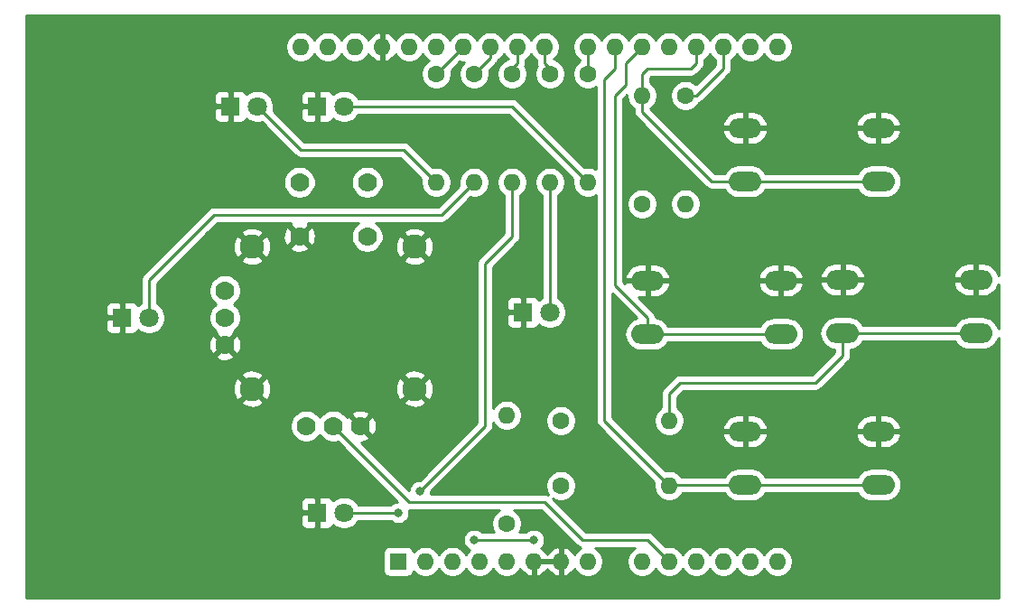
<source format=gbr>
%TF.GenerationSoftware,KiCad,Pcbnew,(5.1.6)-1*%
%TF.CreationDate,2020-10-24T12:20:44-07:00*%
%TF.ProjectId,Joystick_Follower_Hat,4a6f7973-7469-4636-9b5f-466f6c6c6f77,A*%
%TF.SameCoordinates,Original*%
%TF.FileFunction,Copper,L1,Top*%
%TF.FilePolarity,Positive*%
%FSLAX46Y46*%
G04 Gerber Fmt 4.6, Leading zero omitted, Abs format (unit mm)*
G04 Created by KiCad (PCBNEW (5.1.6)-1) date 2020-10-24 12:20:44*
%MOMM*%
%LPD*%
G01*
G04 APERTURE LIST*
%TA.AperFunction,ComponentPad*%
%ADD10C,1.778000*%
%TD*%
%TA.AperFunction,ComponentPad*%
%ADD11C,2.286000*%
%TD*%
%TA.AperFunction,ComponentPad*%
%ADD12O,3.048000X1.850000*%
%TD*%
%TA.AperFunction,ComponentPad*%
%ADD13O,1.600000X1.600000*%
%TD*%
%TA.AperFunction,ComponentPad*%
%ADD14C,1.600000*%
%TD*%
%TA.AperFunction,ComponentPad*%
%ADD15C,1.800000*%
%TD*%
%TA.AperFunction,ComponentPad*%
%ADD16R,1.800000X1.800000*%
%TD*%
%TA.AperFunction,ComponentPad*%
%ADD17R,1.600000X1.600000*%
%TD*%
%TA.AperFunction,ViaPad*%
%ADD18C,0.800000*%
%TD*%
%TA.AperFunction,Conductor*%
%ADD19C,0.250000*%
%TD*%
%TA.AperFunction,Conductor*%
%ADD20C,0.254000*%
%TD*%
G04 APERTURE END LIST*
D10*
%TO.P,U1,V3*%
%TO.N,GND*%
X135636000Y-111760000D03*
%TO.P,U1,V2*%
%TO.N,Net-(A1-Pad9)*%
X135636000Y-109220000D03*
%TO.P,U1,V1*%
%TO.N,/5V*%
X135636000Y-106680000D03*
D11*
%TO.P,U1,S4*%
%TO.N,GND*%
X153416000Y-102552500D03*
%TO.P,U1,S3*%
X153416000Y-115887500D03*
%TO.P,U1,S2*%
X138176000Y-115887500D03*
%TO.P,U1,S1*%
X138176000Y-102552500D03*
D10*
%TO.P,U1,H3*%
X148336000Y-119380000D03*
%TO.P,U1,H2*%
%TO.N,Net-(A1-Pad10)*%
X145796000Y-119380000D03*
%TO.P,U1,H1*%
%TO.N,/5V*%
X143256000Y-119380000D03*
%TO.P,U1,B2B*%
%TO.N,N/C*%
X148971000Y-101600000D03*
%TO.P,U1,B2A*%
%TO.N,GND*%
X142621000Y-101600000D03*
%TO.P,U1,B1B*%
%TO.N,N/C*%
X148971000Y-96520000D03*
%TO.P,U1,B1A*%
%TO.N,B1*%
X142621000Y-96520000D03*
%TD*%
D12*
%TO.P,SW4,2*%
%TO.N,Net-(A1-Pad21)*%
X184404000Y-124888000D03*
%TO.P,SW4,1*%
%TO.N,GND*%
X184404000Y-119888000D03*
%TO.P,SW4,2*%
%TO.N,Net-(A1-Pad21)*%
X196904000Y-124888000D03*
%TO.P,SW4,1*%
%TO.N,GND*%
X196904000Y-119888000D03*
%TD*%
%TO.P,SW3,2*%
%TO.N,Net-(A1-Pad20)*%
X175260000Y-110744000D03*
%TO.P,SW3,1*%
%TO.N,GND*%
X175260000Y-105744000D03*
%TO.P,SW3,2*%
%TO.N,Net-(A1-Pad20)*%
X187760000Y-110744000D03*
%TO.P,SW3,1*%
%TO.N,GND*%
X187760000Y-105744000D03*
%TD*%
%TO.P,SW2,2*%
%TO.N,Net-(A1-Pad19)*%
X193548000Y-110664000D03*
%TO.P,SW2,1*%
%TO.N,GND*%
X193548000Y-105664000D03*
%TO.P,SW2,2*%
%TO.N,Net-(A1-Pad19)*%
X206048000Y-110664000D03*
%TO.P,SW2,1*%
%TO.N,GND*%
X206048000Y-105664000D03*
%TD*%
%TO.P,SW1,2*%
%TO.N,Net-(A1-Pad18)*%
X184404000Y-96440000D03*
%TO.P,SW1,1*%
%TO.N,GND*%
X184404000Y-91440000D03*
%TO.P,SW1,2*%
%TO.N,Net-(A1-Pad18)*%
X196904000Y-96440000D03*
%TO.P,SW1,1*%
%TO.N,GND*%
X196904000Y-91440000D03*
%TD*%
D13*
%TO.P,R10,2*%
%TO.N,/5V*%
X178816000Y-98552000D03*
D14*
%TO.P,R10,1*%
%TO.N,B1*%
X178816000Y-88392000D03*
%TD*%
D13*
%TO.P,R9,2*%
%TO.N,Net-(A1-Pad18)*%
X174752000Y-88392000D03*
D14*
%TO.P,R9,1*%
%TO.N,/5V*%
X174752000Y-98552000D03*
%TD*%
D13*
%TO.P,R8,2*%
%TO.N,Net-(A1-Pad19)*%
X177292000Y-118872000D03*
D14*
%TO.P,R8,1*%
%TO.N,/5V*%
X167132000Y-118872000D03*
%TD*%
D13*
%TO.P,R7,2*%
%TO.N,Net-(A1-Pad20)*%
X162052000Y-118364000D03*
D14*
%TO.P,R7,1*%
%TO.N,/5V*%
X162052000Y-128524000D03*
%TD*%
D13*
%TO.P,R6,2*%
%TO.N,Net-(D4-Pad2)*%
X159004000Y-96520000D03*
D14*
%TO.P,R6,1*%
%TO.N,Net-(A1-Pad25)*%
X159004000Y-86360000D03*
%TD*%
D13*
%TO.P,R5,2*%
%TO.N,Net-(D5-Pad2)*%
X155448000Y-96520000D03*
D14*
%TO.P,R5,1*%
%TO.N,Net-(A1-Pad26)*%
X155448000Y-86360000D03*
%TD*%
D13*
%TO.P,R4,2*%
%TO.N,Net-(D3-Pad2)*%
X162560000Y-96520000D03*
D14*
%TO.P,R4,1*%
%TO.N,Net-(A1-Pad24)*%
X162560000Y-86360000D03*
%TD*%
D13*
%TO.P,R3,2*%
%TO.N,Net-(D2-Pad2)*%
X166116000Y-96520000D03*
D14*
%TO.P,R3,1*%
%TO.N,Net-(A1-Pad23)*%
X166116000Y-86360000D03*
%TD*%
D13*
%TO.P,R2,2*%
%TO.N,Net-(D1-Pad2)*%
X169672000Y-96520000D03*
D14*
%TO.P,R2,1*%
%TO.N,Net-(A1-Pad22)*%
X169672000Y-86360000D03*
%TD*%
D13*
%TO.P,R1,2*%
%TO.N,Net-(A1-Pad21)*%
X177292000Y-124968000D03*
D14*
%TO.P,R1,1*%
%TO.N,/5V*%
X167132000Y-124968000D03*
%TD*%
D15*
%TO.P,D5,2*%
%TO.N,Net-(D5-Pad2)*%
X138684000Y-89408000D03*
D16*
%TO.P,D5,1*%
%TO.N,GND*%
X136144000Y-89408000D03*
%TD*%
D15*
%TO.P,D4,2*%
%TO.N,Net-(D4-Pad2)*%
X128524000Y-109220000D03*
D16*
%TO.P,D4,1*%
%TO.N,GND*%
X125984000Y-109220000D03*
%TD*%
D15*
%TO.P,D3,2*%
%TO.N,Net-(D3-Pad2)*%
X146812000Y-127508000D03*
D16*
%TO.P,D3,1*%
%TO.N,GND*%
X144272000Y-127508000D03*
%TD*%
D15*
%TO.P,D2,2*%
%TO.N,Net-(D2-Pad2)*%
X166116000Y-108712000D03*
D16*
%TO.P,D2,1*%
%TO.N,GND*%
X163576000Y-108712000D03*
%TD*%
D15*
%TO.P,D1,2*%
%TO.N,Net-(D1-Pad2)*%
X146812000Y-89408000D03*
D16*
%TO.P,D1,1*%
%TO.N,GND*%
X144272000Y-89408000D03*
%TD*%
D13*
%TO.P,A1,16*%
%TO.N,Net-(A1-Pad16)*%
X184912000Y-83820000D03*
%TO.P,A1,15*%
%TO.N,Net-(A1-Pad15)*%
X187452000Y-83820000D03*
%TO.P,A1,30*%
%TO.N,Net-(A1-Pad30)*%
X147832000Y-83820000D03*
%TO.P,A1,14*%
%TO.N,Net-(A1-Pad14)*%
X187452000Y-132080000D03*
%TO.P,A1,29*%
%TO.N,GND*%
X150372000Y-83820000D03*
%TO.P,A1,13*%
%TO.N,Net-(A1-Pad13)*%
X184912000Y-132080000D03*
%TO.P,A1,28*%
%TO.N,Net-(A1-Pad28)*%
X152912000Y-83820000D03*
%TO.P,A1,12*%
%TO.N,Net-(A1-Pad12)*%
X182372000Y-132080000D03*
%TO.P,A1,27*%
%TO.N,Net-(A1-Pad27)*%
X155452000Y-83820000D03*
%TO.P,A1,11*%
%TO.N,Net-(A1-Pad11)*%
X179832000Y-132080000D03*
%TO.P,A1,26*%
%TO.N,Net-(A1-Pad26)*%
X157992000Y-83820000D03*
%TO.P,A1,10*%
%TO.N,Net-(A1-Pad10)*%
X177292000Y-132080000D03*
%TO.P,A1,25*%
%TO.N,Net-(A1-Pad25)*%
X160532000Y-83820000D03*
%TO.P,A1,9*%
%TO.N,Net-(A1-Pad9)*%
X174752000Y-132080000D03*
%TO.P,A1,24*%
%TO.N,Net-(A1-Pad24)*%
X163072000Y-83820000D03*
%TO.P,A1,8*%
%TO.N,Net-(A1-Pad8)*%
X169672000Y-132080000D03*
%TO.P,A1,23*%
%TO.N,Net-(A1-Pad23)*%
X165612000Y-83820000D03*
%TO.P,A1,7*%
%TO.N,GND*%
X167132000Y-132080000D03*
%TO.P,A1,22*%
%TO.N,Net-(A1-Pad22)*%
X169672000Y-83820000D03*
%TO.P,A1,6*%
%TO.N,GND*%
X164592000Y-132080000D03*
%TO.P,A1,21*%
%TO.N,Net-(A1-Pad21)*%
X172212000Y-83820000D03*
%TO.P,A1,5*%
%TO.N,/5V*%
X162052000Y-132080000D03*
%TO.P,A1,20*%
%TO.N,Net-(A1-Pad20)*%
X174752000Y-83820000D03*
%TO.P,A1,4*%
%TO.N,Net-(A1-Pad4)*%
X159512000Y-132080000D03*
%TO.P,A1,19*%
%TO.N,Net-(A1-Pad19)*%
X177292000Y-83820000D03*
%TO.P,A1,3*%
%TO.N,Net-(A1-Pad3)*%
X156972000Y-132080000D03*
%TO.P,A1,18*%
%TO.N,Net-(A1-Pad18)*%
X179832000Y-83820000D03*
%TO.P,A1,2*%
%TO.N,Net-(A1-Pad2)*%
X154432000Y-132080000D03*
%TO.P,A1,17*%
%TO.N,B1*%
X182372000Y-83820000D03*
D17*
%TO.P,A1,1*%
%TO.N,Net-(A1-Pad1)*%
X151892000Y-132080000D03*
D13*
%TO.P,A1,31*%
%TO.N,Net-(A1-Pad31)*%
X145292000Y-83820000D03*
%TO.P,A1,32*%
%TO.N,Net-(A1-Pad32)*%
X142752000Y-83820000D03*
%TD*%
D18*
%TO.N,Net-(A1-Pad9)*%
X164592000Y-130048000D03*
X159004000Y-130048000D03*
%TO.N,Net-(D3-Pad2)*%
X153924000Y-125476000D03*
X151892000Y-127508000D03*
%TD*%
D19*
%TO.N,Net-(A1-Pad26)*%
X157988000Y-83820000D02*
X157992000Y-83820000D01*
X155448000Y-86360000D02*
X157988000Y-83820000D01*
%TO.N,Net-(A1-Pad10)*%
X145796000Y-119380000D02*
X152908000Y-126492000D01*
X152908000Y-126492000D02*
X165608000Y-126492000D01*
X165608000Y-126492000D02*
X169164000Y-130048000D01*
X175260000Y-130048000D02*
X177292000Y-132080000D01*
X169164000Y-130048000D02*
X175260000Y-130048000D01*
%TO.N,Net-(A1-Pad25)*%
X160532000Y-84832000D02*
X160532000Y-83820000D01*
X159004000Y-86360000D02*
X160532000Y-84832000D01*
%TO.N,Net-(A1-Pad9)*%
X164592000Y-130048000D02*
X159004000Y-130048000D01*
X159004000Y-130048000D02*
X159004000Y-130048000D01*
%TO.N,Net-(A1-Pad24)*%
X162560000Y-86360000D02*
X162560000Y-85852000D01*
X163072000Y-85340000D02*
X163072000Y-83820000D01*
X162560000Y-85852000D02*
X163072000Y-85340000D01*
%TO.N,Net-(A1-Pad23)*%
X166116000Y-86360000D02*
X166116000Y-85852000D01*
X165612000Y-85348000D02*
X165612000Y-83820000D01*
X166116000Y-85852000D02*
X165612000Y-85348000D01*
%TO.N,Net-(A1-Pad22)*%
X169672000Y-83820000D02*
X169672000Y-86360000D01*
%TO.N,Net-(A1-Pad21)*%
X184404000Y-124888000D02*
X196904000Y-124888000D01*
X177372000Y-124888000D02*
X177292000Y-124968000D01*
X184404000Y-124888000D02*
X177372000Y-124888000D01*
X172212000Y-85852000D02*
X172212000Y-83820000D01*
X171196000Y-86868000D02*
X172212000Y-85852000D01*
X177292000Y-124968000D02*
X171196000Y-118872000D01*
X171196000Y-118872000D02*
X171196000Y-86868000D01*
%TO.N,Net-(A1-Pad20)*%
X175260000Y-110744000D02*
X187760000Y-110744000D01*
X175260000Y-110744000D02*
X175260000Y-109220000D01*
X175260000Y-109220000D02*
X172212000Y-106172000D01*
X173228000Y-87376000D02*
X172212000Y-88392000D01*
X174752000Y-83820000D02*
X173228000Y-85344000D01*
X172212000Y-88392000D02*
X172212000Y-106172000D01*
X173228000Y-85344000D02*
X173228000Y-87376000D01*
%TO.N,Net-(A1-Pad19)*%
X206048000Y-110664000D02*
X193548000Y-110664000D01*
X193548000Y-112776000D02*
X193548000Y-110664000D01*
X191008000Y-115316000D02*
X193548000Y-112776000D01*
X178308000Y-115316000D02*
X191008000Y-115316000D01*
X177292000Y-116332000D02*
X178308000Y-115316000D01*
X177292000Y-118872000D02*
X177292000Y-116332000D01*
%TO.N,Net-(A1-Pad18)*%
X179832000Y-85344000D02*
X179832000Y-83820000D01*
X179324000Y-85852000D02*
X179832000Y-85344000D01*
X174752000Y-86360000D02*
X175260000Y-85852000D01*
X174752000Y-88392000D02*
X174752000Y-86360000D01*
X175260000Y-85852000D02*
X179324000Y-85852000D01*
X196904000Y-96440000D02*
X184404000Y-96440000D01*
X181276000Y-96440000D02*
X184404000Y-96440000D01*
X174752000Y-88392000D02*
X174752000Y-89916000D01*
X174752000Y-89916000D02*
X181276000Y-96440000D01*
%TO.N,B1*%
X182372000Y-83820000D02*
X182372000Y-85852000D01*
X179832000Y-88392000D02*
X178816000Y-88392000D01*
X182372000Y-85852000D02*
X179832000Y-88392000D01*
%TO.N,Net-(D1-Pad2)*%
X162560000Y-89408000D02*
X169672000Y-96520000D01*
X146812000Y-89408000D02*
X162560000Y-89408000D01*
%TO.N,Net-(D2-Pad2)*%
X166116000Y-100076000D02*
X166116000Y-96520000D01*
X166116000Y-100076000D02*
X166116000Y-108712000D01*
%TO.N,Net-(D3-Pad2)*%
X162560000Y-96520000D02*
X162560000Y-101600000D01*
X162560000Y-101600000D02*
X160020000Y-104140000D01*
X160020000Y-104140000D02*
X160020000Y-119380000D01*
X160020000Y-119380000D02*
X153924000Y-125476000D01*
X153924000Y-125476000D02*
X153924000Y-125476000D01*
X151892000Y-127508000D02*
X146812000Y-127508000D01*
%TO.N,Net-(D4-Pad2)*%
X134620000Y-99568000D02*
X128524000Y-105664000D01*
X128524000Y-105664000D02*
X128524000Y-109220000D01*
X159004000Y-96520000D02*
X155956000Y-99568000D01*
X155956000Y-99568000D02*
X134620000Y-99568000D01*
%TO.N,Net-(D5-Pad2)*%
X138684000Y-89408000D02*
X142748000Y-93472000D01*
X152400000Y-93472000D02*
X155448000Y-96520000D01*
X142748000Y-93472000D02*
X152400000Y-93472000D01*
%TD*%
D20*
%TO.N,GND*%
G36*
X208153000Y-105253384D02*
G01*
X208136853Y-105184345D01*
X208014650Y-104902906D01*
X207839889Y-104650715D01*
X207619286Y-104437464D01*
X207361319Y-104271348D01*
X207075901Y-104158751D01*
X206774000Y-104104000D01*
X206175000Y-104104000D01*
X206175000Y-105537000D01*
X206195000Y-105537000D01*
X206195000Y-105791000D01*
X206175000Y-105791000D01*
X206175000Y-107224000D01*
X206774000Y-107224000D01*
X207075901Y-107169249D01*
X207361319Y-107056652D01*
X207619286Y-106890536D01*
X207839889Y-106677285D01*
X208014650Y-106425094D01*
X208136853Y-106143655D01*
X208153000Y-106074616D01*
X208153000Y-110254582D01*
X208095226Y-110064125D01*
X207950369Y-109793117D01*
X207755424Y-109555576D01*
X207517883Y-109360631D01*
X207246875Y-109215774D01*
X206952813Y-109126572D01*
X206723636Y-109104000D01*
X205372364Y-109104000D01*
X205143187Y-109126572D01*
X204849125Y-109215774D01*
X204578117Y-109360631D01*
X204340576Y-109555576D01*
X204145631Y-109793117D01*
X204086363Y-109904000D01*
X195509637Y-109904000D01*
X195450369Y-109793117D01*
X195255424Y-109555576D01*
X195017883Y-109360631D01*
X194746875Y-109215774D01*
X194452813Y-109126572D01*
X194223636Y-109104000D01*
X192872364Y-109104000D01*
X192643187Y-109126572D01*
X192349125Y-109215774D01*
X192078117Y-109360631D01*
X191840576Y-109555576D01*
X191645631Y-109793117D01*
X191500774Y-110064125D01*
X191411572Y-110358187D01*
X191381452Y-110664000D01*
X191411572Y-110969813D01*
X191500774Y-111263875D01*
X191645631Y-111534883D01*
X191840576Y-111772424D01*
X192078117Y-111967369D01*
X192349125Y-112112226D01*
X192643187Y-112201428D01*
X192788000Y-112215691D01*
X192788000Y-112461197D01*
X190693199Y-114556000D01*
X178345322Y-114556000D01*
X178308000Y-114552324D01*
X178270677Y-114556000D01*
X178270667Y-114556000D01*
X178159014Y-114566997D01*
X178015753Y-114610454D01*
X177883723Y-114681026D01*
X177800083Y-114749668D01*
X177767999Y-114775999D01*
X177744201Y-114804997D01*
X176780998Y-115768201D01*
X176752000Y-115791999D01*
X176728202Y-115820997D01*
X176728201Y-115820998D01*
X176657026Y-115907724D01*
X176586454Y-116039754D01*
X176542998Y-116183015D01*
X176528324Y-116332000D01*
X176532001Y-116369332D01*
X176532000Y-117653956D01*
X176377241Y-117757363D01*
X176177363Y-117957241D01*
X176020320Y-118192273D01*
X175912147Y-118453426D01*
X175857000Y-118730665D01*
X175857000Y-119013335D01*
X175912147Y-119290574D01*
X176020320Y-119551727D01*
X176177363Y-119786759D01*
X176377241Y-119986637D01*
X176612273Y-120143680D01*
X176873426Y-120251853D01*
X177150665Y-120307000D01*
X177433335Y-120307000D01*
X177686387Y-120256664D01*
X182289188Y-120256664D01*
X182315147Y-120367655D01*
X182437350Y-120649094D01*
X182612111Y-120901285D01*
X182832714Y-121114536D01*
X183090681Y-121280652D01*
X183376099Y-121393249D01*
X183678000Y-121448000D01*
X184277000Y-121448000D01*
X184277000Y-120015000D01*
X184531000Y-120015000D01*
X184531000Y-121448000D01*
X185130000Y-121448000D01*
X185431901Y-121393249D01*
X185717319Y-121280652D01*
X185975286Y-121114536D01*
X186195889Y-120901285D01*
X186370650Y-120649094D01*
X186492853Y-120367655D01*
X186518812Y-120256664D01*
X194789188Y-120256664D01*
X194815147Y-120367655D01*
X194937350Y-120649094D01*
X195112111Y-120901285D01*
X195332714Y-121114536D01*
X195590681Y-121280652D01*
X195876099Y-121393249D01*
X196178000Y-121448000D01*
X196777000Y-121448000D01*
X196777000Y-120015000D01*
X197031000Y-120015000D01*
X197031000Y-121448000D01*
X197630000Y-121448000D01*
X197931901Y-121393249D01*
X198217319Y-121280652D01*
X198475286Y-121114536D01*
X198695889Y-120901285D01*
X198870650Y-120649094D01*
X198992853Y-120367655D01*
X199018812Y-120256664D01*
X198898483Y-120015000D01*
X197031000Y-120015000D01*
X196777000Y-120015000D01*
X194909517Y-120015000D01*
X194789188Y-120256664D01*
X186518812Y-120256664D01*
X186398483Y-120015000D01*
X184531000Y-120015000D01*
X184277000Y-120015000D01*
X182409517Y-120015000D01*
X182289188Y-120256664D01*
X177686387Y-120256664D01*
X177710574Y-120251853D01*
X177971727Y-120143680D01*
X178206759Y-119986637D01*
X178406637Y-119786759D01*
X178563680Y-119551727D01*
X178577096Y-119519336D01*
X182289188Y-119519336D01*
X182409517Y-119761000D01*
X184277000Y-119761000D01*
X184277000Y-118328000D01*
X184531000Y-118328000D01*
X184531000Y-119761000D01*
X186398483Y-119761000D01*
X186518812Y-119519336D01*
X194789188Y-119519336D01*
X194909517Y-119761000D01*
X196777000Y-119761000D01*
X196777000Y-118328000D01*
X197031000Y-118328000D01*
X197031000Y-119761000D01*
X198898483Y-119761000D01*
X199018812Y-119519336D01*
X198992853Y-119408345D01*
X198870650Y-119126906D01*
X198695889Y-118874715D01*
X198475286Y-118661464D01*
X198217319Y-118495348D01*
X197931901Y-118382751D01*
X197630000Y-118328000D01*
X197031000Y-118328000D01*
X196777000Y-118328000D01*
X196178000Y-118328000D01*
X195876099Y-118382751D01*
X195590681Y-118495348D01*
X195332714Y-118661464D01*
X195112111Y-118874715D01*
X194937350Y-119126906D01*
X194815147Y-119408345D01*
X194789188Y-119519336D01*
X186518812Y-119519336D01*
X186492853Y-119408345D01*
X186370650Y-119126906D01*
X186195889Y-118874715D01*
X185975286Y-118661464D01*
X185717319Y-118495348D01*
X185431901Y-118382751D01*
X185130000Y-118328000D01*
X184531000Y-118328000D01*
X184277000Y-118328000D01*
X183678000Y-118328000D01*
X183376099Y-118382751D01*
X183090681Y-118495348D01*
X182832714Y-118661464D01*
X182612111Y-118874715D01*
X182437350Y-119126906D01*
X182315147Y-119408345D01*
X182289188Y-119519336D01*
X178577096Y-119519336D01*
X178671853Y-119290574D01*
X178727000Y-119013335D01*
X178727000Y-118730665D01*
X178671853Y-118453426D01*
X178563680Y-118192273D01*
X178406637Y-117957241D01*
X178206759Y-117757363D01*
X178052000Y-117653957D01*
X178052000Y-116646801D01*
X178622802Y-116076000D01*
X190970678Y-116076000D01*
X191008000Y-116079676D01*
X191045322Y-116076000D01*
X191045333Y-116076000D01*
X191156986Y-116065003D01*
X191300247Y-116021546D01*
X191432276Y-115950974D01*
X191548001Y-115856001D01*
X191571804Y-115826997D01*
X194059009Y-113339794D01*
X194088001Y-113316001D01*
X194111795Y-113287008D01*
X194111799Y-113287004D01*
X194182973Y-113200277D01*
X194182974Y-113200276D01*
X194253546Y-113068247D01*
X194297003Y-112924986D01*
X194308000Y-112813333D01*
X194308000Y-112813324D01*
X194311676Y-112776001D01*
X194308000Y-112738678D01*
X194308000Y-112215691D01*
X194452813Y-112201428D01*
X194746875Y-112112226D01*
X195017883Y-111967369D01*
X195255424Y-111772424D01*
X195450369Y-111534883D01*
X195509637Y-111424000D01*
X204086363Y-111424000D01*
X204145631Y-111534883D01*
X204340576Y-111772424D01*
X204578117Y-111967369D01*
X204849125Y-112112226D01*
X205143187Y-112201428D01*
X205372364Y-112224000D01*
X206723636Y-112224000D01*
X206952813Y-112201428D01*
X207246875Y-112112226D01*
X207517883Y-111967369D01*
X207755424Y-111772424D01*
X207950369Y-111534883D01*
X208095226Y-111263875D01*
X208153000Y-111073418D01*
X208153000Y-135509000D01*
X116967000Y-135509000D01*
X116967000Y-128408000D01*
X142733928Y-128408000D01*
X142746188Y-128532482D01*
X142782498Y-128652180D01*
X142841463Y-128762494D01*
X142920815Y-128859185D01*
X143017506Y-128938537D01*
X143127820Y-128997502D01*
X143247518Y-129033812D01*
X143372000Y-129046072D01*
X143986250Y-129043000D01*
X144145000Y-128884250D01*
X144145000Y-127635000D01*
X142895750Y-127635000D01*
X142737000Y-127793750D01*
X142733928Y-128408000D01*
X116967000Y-128408000D01*
X116967000Y-126608000D01*
X142733928Y-126608000D01*
X142737000Y-127222250D01*
X142895750Y-127381000D01*
X144145000Y-127381000D01*
X144145000Y-126131750D01*
X143986250Y-125973000D01*
X143372000Y-125969928D01*
X143247518Y-125982188D01*
X143127820Y-126018498D01*
X143017506Y-126077463D01*
X142920815Y-126156815D01*
X142841463Y-126253506D01*
X142782498Y-126363820D01*
X142746188Y-126483518D01*
X142733928Y-126608000D01*
X116967000Y-126608000D01*
X116967000Y-119229899D01*
X141732000Y-119229899D01*
X141732000Y-119530101D01*
X141790566Y-119824534D01*
X141905449Y-120101885D01*
X142072232Y-120351493D01*
X142284507Y-120563768D01*
X142534115Y-120730551D01*
X142811466Y-120845434D01*
X143105899Y-120904000D01*
X143406101Y-120904000D01*
X143700534Y-120845434D01*
X143977885Y-120730551D01*
X144227493Y-120563768D01*
X144439768Y-120351493D01*
X144526000Y-120222438D01*
X144612232Y-120351493D01*
X144824507Y-120563768D01*
X145074115Y-120730551D01*
X145351466Y-120845434D01*
X145645899Y-120904000D01*
X145946101Y-120904000D01*
X146195576Y-120854377D01*
X151814198Y-126473000D01*
X151790061Y-126473000D01*
X151590102Y-126512774D01*
X151401744Y-126590795D01*
X151232226Y-126704063D01*
X151188289Y-126748000D01*
X148150313Y-126748000D01*
X148004312Y-126529495D01*
X147790505Y-126315688D01*
X147539095Y-126147701D01*
X147259743Y-126031989D01*
X146963184Y-125973000D01*
X146660816Y-125973000D01*
X146364257Y-126031989D01*
X146084905Y-126147701D01*
X145833495Y-126315688D01*
X145767056Y-126382127D01*
X145761502Y-126363820D01*
X145702537Y-126253506D01*
X145623185Y-126156815D01*
X145526494Y-126077463D01*
X145416180Y-126018498D01*
X145296482Y-125982188D01*
X145172000Y-125969928D01*
X144557750Y-125973000D01*
X144399000Y-126131750D01*
X144399000Y-127381000D01*
X144419000Y-127381000D01*
X144419000Y-127635000D01*
X144399000Y-127635000D01*
X144399000Y-128884250D01*
X144557750Y-129043000D01*
X145172000Y-129046072D01*
X145296482Y-129033812D01*
X145416180Y-128997502D01*
X145526494Y-128938537D01*
X145623185Y-128859185D01*
X145702537Y-128762494D01*
X145761502Y-128652180D01*
X145767056Y-128633873D01*
X145833495Y-128700312D01*
X146084905Y-128868299D01*
X146364257Y-128984011D01*
X146660816Y-129043000D01*
X146963184Y-129043000D01*
X147259743Y-128984011D01*
X147539095Y-128868299D01*
X147790505Y-128700312D01*
X148004312Y-128486505D01*
X148150313Y-128268000D01*
X151188289Y-128268000D01*
X151232226Y-128311937D01*
X151401744Y-128425205D01*
X151590102Y-128503226D01*
X151790061Y-128543000D01*
X151993939Y-128543000D01*
X152193898Y-128503226D01*
X152382256Y-128425205D01*
X152551774Y-128311937D01*
X152695937Y-128167774D01*
X152809205Y-127998256D01*
X152887226Y-127809898D01*
X152927000Y-127609939D01*
X152927000Y-127406061D01*
X152896869Y-127254580D01*
X152908000Y-127255676D01*
X152945323Y-127252000D01*
X161373046Y-127252000D01*
X161372273Y-127252320D01*
X161137241Y-127409363D01*
X160937363Y-127609241D01*
X160780320Y-127844273D01*
X160672147Y-128105426D01*
X160617000Y-128382665D01*
X160617000Y-128665335D01*
X160672147Y-128942574D01*
X160780320Y-129203727D01*
X160836629Y-129288000D01*
X159707711Y-129288000D01*
X159663774Y-129244063D01*
X159494256Y-129130795D01*
X159305898Y-129052774D01*
X159105939Y-129013000D01*
X158902061Y-129013000D01*
X158702102Y-129052774D01*
X158513744Y-129130795D01*
X158344226Y-129244063D01*
X158200063Y-129388226D01*
X158086795Y-129557744D01*
X158008774Y-129746102D01*
X157969000Y-129946061D01*
X157969000Y-130149939D01*
X158008774Y-130349898D01*
X158086795Y-130538256D01*
X158200063Y-130707774D01*
X158344226Y-130851937D01*
X158513744Y-130965205D01*
X158572897Y-130989707D01*
X158397363Y-131165241D01*
X158242000Y-131397759D01*
X158086637Y-131165241D01*
X157886759Y-130965363D01*
X157651727Y-130808320D01*
X157390574Y-130700147D01*
X157113335Y-130645000D01*
X156830665Y-130645000D01*
X156553426Y-130700147D01*
X156292273Y-130808320D01*
X156057241Y-130965363D01*
X155857363Y-131165241D01*
X155702000Y-131397759D01*
X155546637Y-131165241D01*
X155346759Y-130965363D01*
X155111727Y-130808320D01*
X154850574Y-130700147D01*
X154573335Y-130645000D01*
X154290665Y-130645000D01*
X154013426Y-130700147D01*
X153752273Y-130808320D01*
X153517241Y-130965363D01*
X153318643Y-131163961D01*
X153317812Y-131155518D01*
X153281502Y-131035820D01*
X153222537Y-130925506D01*
X153143185Y-130828815D01*
X153046494Y-130749463D01*
X152936180Y-130690498D01*
X152816482Y-130654188D01*
X152692000Y-130641928D01*
X151092000Y-130641928D01*
X150967518Y-130654188D01*
X150847820Y-130690498D01*
X150737506Y-130749463D01*
X150640815Y-130828815D01*
X150561463Y-130925506D01*
X150502498Y-131035820D01*
X150466188Y-131155518D01*
X150453928Y-131280000D01*
X150453928Y-132880000D01*
X150466188Y-133004482D01*
X150502498Y-133124180D01*
X150561463Y-133234494D01*
X150640815Y-133331185D01*
X150737506Y-133410537D01*
X150847820Y-133469502D01*
X150967518Y-133505812D01*
X151092000Y-133518072D01*
X152692000Y-133518072D01*
X152816482Y-133505812D01*
X152936180Y-133469502D01*
X153046494Y-133410537D01*
X153143185Y-133331185D01*
X153222537Y-133234494D01*
X153281502Y-133124180D01*
X153317812Y-133004482D01*
X153318643Y-132996039D01*
X153517241Y-133194637D01*
X153752273Y-133351680D01*
X154013426Y-133459853D01*
X154290665Y-133515000D01*
X154573335Y-133515000D01*
X154850574Y-133459853D01*
X155111727Y-133351680D01*
X155346759Y-133194637D01*
X155546637Y-132994759D01*
X155702000Y-132762241D01*
X155857363Y-132994759D01*
X156057241Y-133194637D01*
X156292273Y-133351680D01*
X156553426Y-133459853D01*
X156830665Y-133515000D01*
X157113335Y-133515000D01*
X157390574Y-133459853D01*
X157651727Y-133351680D01*
X157886759Y-133194637D01*
X158086637Y-132994759D01*
X158242000Y-132762241D01*
X158397363Y-132994759D01*
X158597241Y-133194637D01*
X158832273Y-133351680D01*
X159093426Y-133459853D01*
X159370665Y-133515000D01*
X159653335Y-133515000D01*
X159930574Y-133459853D01*
X160191727Y-133351680D01*
X160426759Y-133194637D01*
X160626637Y-132994759D01*
X160782000Y-132762241D01*
X160937363Y-132994759D01*
X161137241Y-133194637D01*
X161372273Y-133351680D01*
X161633426Y-133459853D01*
X161910665Y-133515000D01*
X162193335Y-133515000D01*
X162470574Y-133459853D01*
X162731727Y-133351680D01*
X162966759Y-133194637D01*
X163166637Y-132994759D01*
X163323680Y-132759727D01*
X163328067Y-132749135D01*
X163439615Y-132935131D01*
X163628586Y-133143519D01*
X163854580Y-133311037D01*
X164108913Y-133431246D01*
X164242961Y-133471904D01*
X164465000Y-133349915D01*
X164465000Y-132207000D01*
X164719000Y-132207000D01*
X164719000Y-133349915D01*
X164941039Y-133471904D01*
X165075087Y-133431246D01*
X165329420Y-133311037D01*
X165555414Y-133143519D01*
X165744385Y-132935131D01*
X165862000Y-132739018D01*
X165979615Y-132935131D01*
X166168586Y-133143519D01*
X166394580Y-133311037D01*
X166648913Y-133431246D01*
X166782961Y-133471904D01*
X167005000Y-133349915D01*
X167005000Y-132207000D01*
X164719000Y-132207000D01*
X164465000Y-132207000D01*
X164445000Y-132207000D01*
X164445000Y-131953000D01*
X164465000Y-131953000D01*
X164465000Y-131933000D01*
X164719000Y-131933000D01*
X164719000Y-131953000D01*
X167005000Y-131953000D01*
X167005000Y-130810085D01*
X166782961Y-130688096D01*
X166648913Y-130728754D01*
X166394580Y-130848963D01*
X166168586Y-131016481D01*
X165979615Y-131224869D01*
X165862000Y-131420982D01*
X165744385Y-131224869D01*
X165555414Y-131016481D01*
X165329420Y-130848963D01*
X165278714Y-130824997D01*
X165395937Y-130707774D01*
X165509205Y-130538256D01*
X165587226Y-130349898D01*
X165627000Y-130149939D01*
X165627000Y-129946061D01*
X165587226Y-129746102D01*
X165509205Y-129557744D01*
X165395937Y-129388226D01*
X165251774Y-129244063D01*
X165082256Y-129130795D01*
X164893898Y-129052774D01*
X164693939Y-129013000D01*
X164490061Y-129013000D01*
X164290102Y-129052774D01*
X164101744Y-129130795D01*
X163932226Y-129244063D01*
X163888289Y-129288000D01*
X163267371Y-129288000D01*
X163323680Y-129203727D01*
X163431853Y-128942574D01*
X163487000Y-128665335D01*
X163487000Y-128382665D01*
X163431853Y-128105426D01*
X163323680Y-127844273D01*
X163166637Y-127609241D01*
X162966759Y-127409363D01*
X162731727Y-127252320D01*
X162730954Y-127252000D01*
X165293199Y-127252000D01*
X168600205Y-130559008D01*
X168623999Y-130588001D01*
X168652992Y-130611795D01*
X168652996Y-130611799D01*
X168704648Y-130654188D01*
X168739724Y-130682974D01*
X168871753Y-130753546D01*
X169015014Y-130797003D01*
X169018715Y-130797367D01*
X168992273Y-130808320D01*
X168757241Y-130965363D01*
X168557363Y-131165241D01*
X168400320Y-131400273D01*
X168395933Y-131410865D01*
X168284385Y-131224869D01*
X168095414Y-131016481D01*
X167869420Y-130848963D01*
X167615087Y-130728754D01*
X167481039Y-130688096D01*
X167259000Y-130810085D01*
X167259000Y-131953000D01*
X167279000Y-131953000D01*
X167279000Y-132207000D01*
X167259000Y-132207000D01*
X167259000Y-133349915D01*
X167481039Y-133471904D01*
X167615087Y-133431246D01*
X167869420Y-133311037D01*
X168095414Y-133143519D01*
X168284385Y-132935131D01*
X168395933Y-132749135D01*
X168400320Y-132759727D01*
X168557363Y-132994759D01*
X168757241Y-133194637D01*
X168992273Y-133351680D01*
X169253426Y-133459853D01*
X169530665Y-133515000D01*
X169813335Y-133515000D01*
X170090574Y-133459853D01*
X170351727Y-133351680D01*
X170586759Y-133194637D01*
X170786637Y-132994759D01*
X170943680Y-132759727D01*
X171051853Y-132498574D01*
X171107000Y-132221335D01*
X171107000Y-131938665D01*
X171051853Y-131661426D01*
X170943680Y-131400273D01*
X170786637Y-131165241D01*
X170586759Y-130965363D01*
X170351727Y-130808320D01*
X170350954Y-130808000D01*
X174073046Y-130808000D01*
X174072273Y-130808320D01*
X173837241Y-130965363D01*
X173637363Y-131165241D01*
X173480320Y-131400273D01*
X173372147Y-131661426D01*
X173317000Y-131938665D01*
X173317000Y-132221335D01*
X173372147Y-132498574D01*
X173480320Y-132759727D01*
X173637363Y-132994759D01*
X173837241Y-133194637D01*
X174072273Y-133351680D01*
X174333426Y-133459853D01*
X174610665Y-133515000D01*
X174893335Y-133515000D01*
X175170574Y-133459853D01*
X175431727Y-133351680D01*
X175666759Y-133194637D01*
X175866637Y-132994759D01*
X176022000Y-132762241D01*
X176177363Y-132994759D01*
X176377241Y-133194637D01*
X176612273Y-133351680D01*
X176873426Y-133459853D01*
X177150665Y-133515000D01*
X177433335Y-133515000D01*
X177710574Y-133459853D01*
X177971727Y-133351680D01*
X178206759Y-133194637D01*
X178406637Y-132994759D01*
X178562000Y-132762241D01*
X178717363Y-132994759D01*
X178917241Y-133194637D01*
X179152273Y-133351680D01*
X179413426Y-133459853D01*
X179690665Y-133515000D01*
X179973335Y-133515000D01*
X180250574Y-133459853D01*
X180511727Y-133351680D01*
X180746759Y-133194637D01*
X180946637Y-132994759D01*
X181102000Y-132762241D01*
X181257363Y-132994759D01*
X181457241Y-133194637D01*
X181692273Y-133351680D01*
X181953426Y-133459853D01*
X182230665Y-133515000D01*
X182513335Y-133515000D01*
X182790574Y-133459853D01*
X183051727Y-133351680D01*
X183286759Y-133194637D01*
X183486637Y-132994759D01*
X183642000Y-132762241D01*
X183797363Y-132994759D01*
X183997241Y-133194637D01*
X184232273Y-133351680D01*
X184493426Y-133459853D01*
X184770665Y-133515000D01*
X185053335Y-133515000D01*
X185330574Y-133459853D01*
X185591727Y-133351680D01*
X185826759Y-133194637D01*
X186026637Y-132994759D01*
X186182000Y-132762241D01*
X186337363Y-132994759D01*
X186537241Y-133194637D01*
X186772273Y-133351680D01*
X187033426Y-133459853D01*
X187310665Y-133515000D01*
X187593335Y-133515000D01*
X187870574Y-133459853D01*
X188131727Y-133351680D01*
X188366759Y-133194637D01*
X188566637Y-132994759D01*
X188723680Y-132759727D01*
X188831853Y-132498574D01*
X188887000Y-132221335D01*
X188887000Y-131938665D01*
X188831853Y-131661426D01*
X188723680Y-131400273D01*
X188566637Y-131165241D01*
X188366759Y-130965363D01*
X188131727Y-130808320D01*
X187870574Y-130700147D01*
X187593335Y-130645000D01*
X187310665Y-130645000D01*
X187033426Y-130700147D01*
X186772273Y-130808320D01*
X186537241Y-130965363D01*
X186337363Y-131165241D01*
X186182000Y-131397759D01*
X186026637Y-131165241D01*
X185826759Y-130965363D01*
X185591727Y-130808320D01*
X185330574Y-130700147D01*
X185053335Y-130645000D01*
X184770665Y-130645000D01*
X184493426Y-130700147D01*
X184232273Y-130808320D01*
X183997241Y-130965363D01*
X183797363Y-131165241D01*
X183642000Y-131397759D01*
X183486637Y-131165241D01*
X183286759Y-130965363D01*
X183051727Y-130808320D01*
X182790574Y-130700147D01*
X182513335Y-130645000D01*
X182230665Y-130645000D01*
X181953426Y-130700147D01*
X181692273Y-130808320D01*
X181457241Y-130965363D01*
X181257363Y-131165241D01*
X181102000Y-131397759D01*
X180946637Y-131165241D01*
X180746759Y-130965363D01*
X180511727Y-130808320D01*
X180250574Y-130700147D01*
X179973335Y-130645000D01*
X179690665Y-130645000D01*
X179413426Y-130700147D01*
X179152273Y-130808320D01*
X178917241Y-130965363D01*
X178717363Y-131165241D01*
X178562000Y-131397759D01*
X178406637Y-131165241D01*
X178206759Y-130965363D01*
X177971727Y-130808320D01*
X177710574Y-130700147D01*
X177433335Y-130645000D01*
X177150665Y-130645000D01*
X176968114Y-130681312D01*
X175823804Y-129537003D01*
X175800001Y-129507999D01*
X175684276Y-129413026D01*
X175552247Y-129342454D01*
X175408986Y-129298997D01*
X175297333Y-129288000D01*
X175297322Y-129288000D01*
X175260000Y-129284324D01*
X175222678Y-129288000D01*
X169478803Y-129288000D01*
X166386600Y-126195799D01*
X166452273Y-126239680D01*
X166713426Y-126347853D01*
X166990665Y-126403000D01*
X167273335Y-126403000D01*
X167550574Y-126347853D01*
X167811727Y-126239680D01*
X168046759Y-126082637D01*
X168246637Y-125882759D01*
X168403680Y-125647727D01*
X168511853Y-125386574D01*
X168567000Y-125109335D01*
X168567000Y-124826665D01*
X168511853Y-124549426D01*
X168403680Y-124288273D01*
X168246637Y-124053241D01*
X168046759Y-123853363D01*
X167811727Y-123696320D01*
X167550574Y-123588147D01*
X167273335Y-123533000D01*
X166990665Y-123533000D01*
X166713426Y-123588147D01*
X166452273Y-123696320D01*
X166217241Y-123853363D01*
X166017363Y-124053241D01*
X165860320Y-124288273D01*
X165752147Y-124549426D01*
X165697000Y-124826665D01*
X165697000Y-125109335D01*
X165752147Y-125386574D01*
X165860320Y-125647727D01*
X165982331Y-125830329D01*
X165900247Y-125786454D01*
X165756986Y-125742997D01*
X165645333Y-125732000D01*
X165645322Y-125732000D01*
X165608000Y-125728324D01*
X165570678Y-125732000D01*
X154928356Y-125732000D01*
X154959000Y-125577939D01*
X154959000Y-125515801D01*
X160531003Y-119943799D01*
X160560001Y-119920001D01*
X160638349Y-119824534D01*
X160654974Y-119804277D01*
X160725546Y-119672247D01*
X160741090Y-119621003D01*
X160769003Y-119528986D01*
X160780000Y-119417333D01*
X160780000Y-119417323D01*
X160783676Y-119380000D01*
X160780000Y-119342677D01*
X160780000Y-119042954D01*
X160780320Y-119043727D01*
X160937363Y-119278759D01*
X161137241Y-119478637D01*
X161372273Y-119635680D01*
X161633426Y-119743853D01*
X161910665Y-119799000D01*
X162193335Y-119799000D01*
X162470574Y-119743853D01*
X162731727Y-119635680D01*
X162966759Y-119478637D01*
X163166637Y-119278759D01*
X163323680Y-119043727D01*
X163431853Y-118782574D01*
X163442178Y-118730665D01*
X165697000Y-118730665D01*
X165697000Y-119013335D01*
X165752147Y-119290574D01*
X165860320Y-119551727D01*
X166017363Y-119786759D01*
X166217241Y-119986637D01*
X166452273Y-120143680D01*
X166713426Y-120251853D01*
X166990665Y-120307000D01*
X167273335Y-120307000D01*
X167550574Y-120251853D01*
X167811727Y-120143680D01*
X168046759Y-119986637D01*
X168246637Y-119786759D01*
X168403680Y-119551727D01*
X168511853Y-119290574D01*
X168567000Y-119013335D01*
X168567000Y-118730665D01*
X168511853Y-118453426D01*
X168403680Y-118192273D01*
X168246637Y-117957241D01*
X168046759Y-117757363D01*
X167811727Y-117600320D01*
X167550574Y-117492147D01*
X167273335Y-117437000D01*
X166990665Y-117437000D01*
X166713426Y-117492147D01*
X166452273Y-117600320D01*
X166217241Y-117757363D01*
X166017363Y-117957241D01*
X165860320Y-118192273D01*
X165752147Y-118453426D01*
X165697000Y-118730665D01*
X163442178Y-118730665D01*
X163487000Y-118505335D01*
X163487000Y-118222665D01*
X163431853Y-117945426D01*
X163323680Y-117684273D01*
X163166637Y-117449241D01*
X162966759Y-117249363D01*
X162731727Y-117092320D01*
X162470574Y-116984147D01*
X162193335Y-116929000D01*
X161910665Y-116929000D01*
X161633426Y-116984147D01*
X161372273Y-117092320D01*
X161137241Y-117249363D01*
X160937363Y-117449241D01*
X160780320Y-117684273D01*
X160780000Y-117685046D01*
X160780000Y-109612000D01*
X162037928Y-109612000D01*
X162050188Y-109736482D01*
X162086498Y-109856180D01*
X162145463Y-109966494D01*
X162224815Y-110063185D01*
X162321506Y-110142537D01*
X162431820Y-110201502D01*
X162551518Y-110237812D01*
X162676000Y-110250072D01*
X163290250Y-110247000D01*
X163449000Y-110088250D01*
X163449000Y-108839000D01*
X162199750Y-108839000D01*
X162041000Y-108997750D01*
X162037928Y-109612000D01*
X160780000Y-109612000D01*
X160780000Y-107812000D01*
X162037928Y-107812000D01*
X162041000Y-108426250D01*
X162199750Y-108585000D01*
X163449000Y-108585000D01*
X163449000Y-107335750D01*
X163703000Y-107335750D01*
X163703000Y-108585000D01*
X163723000Y-108585000D01*
X163723000Y-108839000D01*
X163703000Y-108839000D01*
X163703000Y-110088250D01*
X163861750Y-110247000D01*
X164476000Y-110250072D01*
X164600482Y-110237812D01*
X164720180Y-110201502D01*
X164830494Y-110142537D01*
X164927185Y-110063185D01*
X165006537Y-109966494D01*
X165065502Y-109856180D01*
X165071056Y-109837873D01*
X165137495Y-109904312D01*
X165388905Y-110072299D01*
X165668257Y-110188011D01*
X165964816Y-110247000D01*
X166267184Y-110247000D01*
X166563743Y-110188011D01*
X166843095Y-110072299D01*
X167094505Y-109904312D01*
X167308312Y-109690505D01*
X167476299Y-109439095D01*
X167592011Y-109159743D01*
X167651000Y-108863184D01*
X167651000Y-108560816D01*
X167592011Y-108264257D01*
X167476299Y-107984905D01*
X167308312Y-107733495D01*
X167094505Y-107519688D01*
X166876000Y-107373687D01*
X166876000Y-97738043D01*
X167030759Y-97634637D01*
X167230637Y-97434759D01*
X167387680Y-97199727D01*
X167495853Y-96938574D01*
X167551000Y-96661335D01*
X167551000Y-96378665D01*
X167495853Y-96101426D01*
X167387680Y-95840273D01*
X167230637Y-95605241D01*
X167030759Y-95405363D01*
X166795727Y-95248320D01*
X166534574Y-95140147D01*
X166257335Y-95085000D01*
X165974665Y-95085000D01*
X165697426Y-95140147D01*
X165436273Y-95248320D01*
X165201241Y-95405363D01*
X165001363Y-95605241D01*
X164844320Y-95840273D01*
X164736147Y-96101426D01*
X164681000Y-96378665D01*
X164681000Y-96661335D01*
X164736147Y-96938574D01*
X164844320Y-97199727D01*
X165001363Y-97434759D01*
X165201241Y-97634637D01*
X165356001Y-97738044D01*
X165356000Y-100038667D01*
X165356000Y-100038668D01*
X165356001Y-107373687D01*
X165137495Y-107519688D01*
X165071056Y-107586127D01*
X165065502Y-107567820D01*
X165006537Y-107457506D01*
X164927185Y-107360815D01*
X164830494Y-107281463D01*
X164720180Y-107222498D01*
X164600482Y-107186188D01*
X164476000Y-107173928D01*
X163861750Y-107177000D01*
X163703000Y-107335750D01*
X163449000Y-107335750D01*
X163290250Y-107177000D01*
X162676000Y-107173928D01*
X162551518Y-107186188D01*
X162431820Y-107222498D01*
X162321506Y-107281463D01*
X162224815Y-107360815D01*
X162145463Y-107457506D01*
X162086498Y-107567820D01*
X162050188Y-107687518D01*
X162037928Y-107812000D01*
X160780000Y-107812000D01*
X160780000Y-104454801D01*
X163071008Y-102163795D01*
X163100001Y-102140001D01*
X163123795Y-102111008D01*
X163123799Y-102111004D01*
X163194973Y-102024277D01*
X163227101Y-101964171D01*
X163265546Y-101892247D01*
X163309003Y-101748986D01*
X163320000Y-101637333D01*
X163320000Y-101637324D01*
X163323676Y-101600001D01*
X163320000Y-101562678D01*
X163320000Y-97738043D01*
X163474759Y-97634637D01*
X163674637Y-97434759D01*
X163831680Y-97199727D01*
X163939853Y-96938574D01*
X163995000Y-96661335D01*
X163995000Y-96378665D01*
X163939853Y-96101426D01*
X163831680Y-95840273D01*
X163674637Y-95605241D01*
X163474759Y-95405363D01*
X163239727Y-95248320D01*
X162978574Y-95140147D01*
X162701335Y-95085000D01*
X162418665Y-95085000D01*
X162141426Y-95140147D01*
X161880273Y-95248320D01*
X161645241Y-95405363D01*
X161445363Y-95605241D01*
X161288320Y-95840273D01*
X161180147Y-96101426D01*
X161125000Y-96378665D01*
X161125000Y-96661335D01*
X161180147Y-96938574D01*
X161288320Y-97199727D01*
X161445363Y-97434759D01*
X161645241Y-97634637D01*
X161800000Y-97738044D01*
X161800001Y-101285196D01*
X159509003Y-103576196D01*
X159479999Y-103599999D01*
X159424871Y-103667174D01*
X159385026Y-103715724D01*
X159345399Y-103789860D01*
X159314454Y-103847754D01*
X159270997Y-103991015D01*
X159260000Y-104102668D01*
X159260000Y-104102678D01*
X159256324Y-104140000D01*
X159260000Y-104177322D01*
X159260001Y-119065197D01*
X153884199Y-124441000D01*
X153822061Y-124441000D01*
X153622102Y-124480774D01*
X153433744Y-124558795D01*
X153264226Y-124672063D01*
X153120063Y-124816226D01*
X153006795Y-124985744D01*
X152928774Y-125174102D01*
X152889000Y-125374061D01*
X152889000Y-125398198D01*
X148400578Y-120909777D01*
X148402988Y-120909908D01*
X148700171Y-120867443D01*
X148983359Y-120767816D01*
X149130273Y-120689289D01*
X149212626Y-120436231D01*
X148336000Y-119559605D01*
X148321858Y-119573748D01*
X148142253Y-119394143D01*
X148156395Y-119380000D01*
X148515605Y-119380000D01*
X149392231Y-120256626D01*
X149645289Y-120174273D01*
X149775086Y-119903582D01*
X149849580Y-119612770D01*
X149865908Y-119313012D01*
X149823443Y-119015829D01*
X149723816Y-118732641D01*
X149645289Y-118585727D01*
X149392231Y-118503374D01*
X148515605Y-119380000D01*
X148156395Y-119380000D01*
X147279769Y-118503374D01*
X147085417Y-118566622D01*
X146979768Y-118408507D01*
X146895030Y-118323769D01*
X147459374Y-118323769D01*
X148336000Y-119200395D01*
X149212626Y-118323769D01*
X149130273Y-118070711D01*
X148859582Y-117940914D01*
X148568770Y-117866420D01*
X148269012Y-117850092D01*
X147971829Y-117892557D01*
X147688641Y-117992184D01*
X147541727Y-118070711D01*
X147459374Y-118323769D01*
X146895030Y-118323769D01*
X146767493Y-118196232D01*
X146517885Y-118029449D01*
X146240534Y-117914566D01*
X145946101Y-117856000D01*
X145645899Y-117856000D01*
X145351466Y-117914566D01*
X145074115Y-118029449D01*
X144824507Y-118196232D01*
X144612232Y-118408507D01*
X144526000Y-118537562D01*
X144439768Y-118408507D01*
X144227493Y-118196232D01*
X143977885Y-118029449D01*
X143700534Y-117914566D01*
X143406101Y-117856000D01*
X143105899Y-117856000D01*
X142811466Y-117914566D01*
X142534115Y-118029449D01*
X142284507Y-118196232D01*
X142072232Y-118408507D01*
X141905449Y-118658115D01*
X141790566Y-118935466D01*
X141732000Y-119229899D01*
X116967000Y-119229899D01*
X116967000Y-117124860D01*
X137118245Y-117124860D01*
X137231264Y-117403884D01*
X137545249Y-117559056D01*
X137883473Y-117649991D01*
X138232938Y-117673194D01*
X138580216Y-117627775D01*
X138911960Y-117515477D01*
X139120736Y-117403884D01*
X139233755Y-117124860D01*
X152358245Y-117124860D01*
X152471264Y-117403884D01*
X152785249Y-117559056D01*
X153123473Y-117649991D01*
X153472938Y-117673194D01*
X153820216Y-117627775D01*
X154151960Y-117515477D01*
X154360736Y-117403884D01*
X154473755Y-117124860D01*
X153416000Y-116067105D01*
X152358245Y-117124860D01*
X139233755Y-117124860D01*
X138176000Y-116067105D01*
X137118245Y-117124860D01*
X116967000Y-117124860D01*
X116967000Y-115944438D01*
X136390306Y-115944438D01*
X136435725Y-116291716D01*
X136548023Y-116623460D01*
X136659616Y-116832236D01*
X136938640Y-116945255D01*
X137996395Y-115887500D01*
X138355605Y-115887500D01*
X139413360Y-116945255D01*
X139692384Y-116832236D01*
X139847556Y-116518251D01*
X139938491Y-116180027D01*
X139954133Y-115944438D01*
X151630306Y-115944438D01*
X151675725Y-116291716D01*
X151788023Y-116623460D01*
X151899616Y-116832236D01*
X152178640Y-116945255D01*
X153236395Y-115887500D01*
X153595605Y-115887500D01*
X154653360Y-116945255D01*
X154932384Y-116832236D01*
X155087556Y-116518251D01*
X155178491Y-116180027D01*
X155201694Y-115830562D01*
X155156275Y-115483284D01*
X155043977Y-115151540D01*
X154932384Y-114942764D01*
X154653360Y-114829745D01*
X153595605Y-115887500D01*
X153236395Y-115887500D01*
X152178640Y-114829745D01*
X151899616Y-114942764D01*
X151744444Y-115256749D01*
X151653509Y-115594973D01*
X151630306Y-115944438D01*
X139954133Y-115944438D01*
X139961694Y-115830562D01*
X139916275Y-115483284D01*
X139803977Y-115151540D01*
X139692384Y-114942764D01*
X139413360Y-114829745D01*
X138355605Y-115887500D01*
X137996395Y-115887500D01*
X136938640Y-114829745D01*
X136659616Y-114942764D01*
X136504444Y-115256749D01*
X136413509Y-115594973D01*
X136390306Y-115944438D01*
X116967000Y-115944438D01*
X116967000Y-114650140D01*
X137118245Y-114650140D01*
X138176000Y-115707895D01*
X139233755Y-114650140D01*
X152358245Y-114650140D01*
X153416000Y-115707895D01*
X154473755Y-114650140D01*
X154360736Y-114371116D01*
X154046751Y-114215944D01*
X153708527Y-114125009D01*
X153359062Y-114101806D01*
X153011784Y-114147225D01*
X152680040Y-114259523D01*
X152471264Y-114371116D01*
X152358245Y-114650140D01*
X139233755Y-114650140D01*
X139120736Y-114371116D01*
X138806751Y-114215944D01*
X138468527Y-114125009D01*
X138119062Y-114101806D01*
X137771784Y-114147225D01*
X137440040Y-114259523D01*
X137231264Y-114371116D01*
X137118245Y-114650140D01*
X116967000Y-114650140D01*
X116967000Y-112816231D01*
X134759374Y-112816231D01*
X134841727Y-113069289D01*
X135112418Y-113199086D01*
X135403230Y-113273580D01*
X135702988Y-113289908D01*
X136000171Y-113247443D01*
X136283359Y-113147816D01*
X136430273Y-113069289D01*
X136512626Y-112816231D01*
X135636000Y-111939605D01*
X134759374Y-112816231D01*
X116967000Y-112816231D01*
X116967000Y-111826988D01*
X134106092Y-111826988D01*
X134148557Y-112124171D01*
X134248184Y-112407359D01*
X134326711Y-112554273D01*
X134579769Y-112636626D01*
X135456395Y-111760000D01*
X135815605Y-111760000D01*
X136692231Y-112636626D01*
X136945289Y-112554273D01*
X137075086Y-112283582D01*
X137149580Y-111992770D01*
X137165908Y-111693012D01*
X137123443Y-111395829D01*
X137023816Y-111112641D01*
X136945289Y-110965727D01*
X136692231Y-110883374D01*
X135815605Y-111760000D01*
X135456395Y-111760000D01*
X134579769Y-110883374D01*
X134326711Y-110965727D01*
X134196914Y-111236418D01*
X134122420Y-111527230D01*
X134106092Y-111826988D01*
X116967000Y-111826988D01*
X116967000Y-110120000D01*
X124445928Y-110120000D01*
X124458188Y-110244482D01*
X124494498Y-110364180D01*
X124553463Y-110474494D01*
X124632815Y-110571185D01*
X124729506Y-110650537D01*
X124839820Y-110709502D01*
X124959518Y-110745812D01*
X125084000Y-110758072D01*
X125698250Y-110755000D01*
X125857000Y-110596250D01*
X125857000Y-109347000D01*
X124607750Y-109347000D01*
X124449000Y-109505750D01*
X124445928Y-110120000D01*
X116967000Y-110120000D01*
X116967000Y-108320000D01*
X124445928Y-108320000D01*
X124449000Y-108934250D01*
X124607750Y-109093000D01*
X125857000Y-109093000D01*
X125857000Y-107843750D01*
X126111000Y-107843750D01*
X126111000Y-109093000D01*
X126131000Y-109093000D01*
X126131000Y-109347000D01*
X126111000Y-109347000D01*
X126111000Y-110596250D01*
X126269750Y-110755000D01*
X126884000Y-110758072D01*
X127008482Y-110745812D01*
X127128180Y-110709502D01*
X127238494Y-110650537D01*
X127335185Y-110571185D01*
X127414537Y-110474494D01*
X127473502Y-110364180D01*
X127479056Y-110345873D01*
X127545495Y-110412312D01*
X127796905Y-110580299D01*
X128076257Y-110696011D01*
X128372816Y-110755000D01*
X128675184Y-110755000D01*
X128971743Y-110696011D01*
X129251095Y-110580299D01*
X129502505Y-110412312D01*
X129716312Y-110198505D01*
X129884299Y-109947095D01*
X130000011Y-109667743D01*
X130059000Y-109371184D01*
X130059000Y-109068816D01*
X130000011Y-108772257D01*
X129884299Y-108492905D01*
X129716312Y-108241495D01*
X129502505Y-108027688D01*
X129284000Y-107881687D01*
X129284000Y-106529899D01*
X134112000Y-106529899D01*
X134112000Y-106830101D01*
X134170566Y-107124534D01*
X134285449Y-107401885D01*
X134452232Y-107651493D01*
X134664507Y-107863768D01*
X134793562Y-107950000D01*
X134664507Y-108036232D01*
X134452232Y-108248507D01*
X134285449Y-108498115D01*
X134170566Y-108775466D01*
X134112000Y-109069899D01*
X134112000Y-109370101D01*
X134170566Y-109664534D01*
X134285449Y-109941885D01*
X134452232Y-110191493D01*
X134664507Y-110403768D01*
X134822622Y-110509417D01*
X134759374Y-110703769D01*
X135636000Y-111580395D01*
X136512626Y-110703769D01*
X136449378Y-110509417D01*
X136607493Y-110403768D01*
X136819768Y-110191493D01*
X136986551Y-109941885D01*
X137101434Y-109664534D01*
X137160000Y-109370101D01*
X137160000Y-109069899D01*
X137101434Y-108775466D01*
X136986551Y-108498115D01*
X136819768Y-108248507D01*
X136607493Y-108036232D01*
X136478438Y-107950000D01*
X136607493Y-107863768D01*
X136819768Y-107651493D01*
X136986551Y-107401885D01*
X137101434Y-107124534D01*
X137160000Y-106830101D01*
X137160000Y-106529899D01*
X137101434Y-106235466D01*
X136986551Y-105958115D01*
X136819768Y-105708507D01*
X136607493Y-105496232D01*
X136357885Y-105329449D01*
X136080534Y-105214566D01*
X135786101Y-105156000D01*
X135485899Y-105156000D01*
X135191466Y-105214566D01*
X134914115Y-105329449D01*
X134664507Y-105496232D01*
X134452232Y-105708507D01*
X134285449Y-105958115D01*
X134170566Y-106235466D01*
X134112000Y-106529899D01*
X129284000Y-106529899D01*
X129284000Y-105978801D01*
X131472941Y-103789860D01*
X137118245Y-103789860D01*
X137231264Y-104068884D01*
X137545249Y-104224056D01*
X137883473Y-104314991D01*
X138232938Y-104338194D01*
X138580216Y-104292775D01*
X138911960Y-104180477D01*
X139120736Y-104068884D01*
X139233755Y-103789860D01*
X152358245Y-103789860D01*
X152471264Y-104068884D01*
X152785249Y-104224056D01*
X153123473Y-104314991D01*
X153472938Y-104338194D01*
X153820216Y-104292775D01*
X154151960Y-104180477D01*
X154360736Y-104068884D01*
X154473755Y-103789860D01*
X153416000Y-102732105D01*
X152358245Y-103789860D01*
X139233755Y-103789860D01*
X138176000Y-102732105D01*
X137118245Y-103789860D01*
X131472941Y-103789860D01*
X132653363Y-102609438D01*
X136390306Y-102609438D01*
X136435725Y-102956716D01*
X136548023Y-103288460D01*
X136659616Y-103497236D01*
X136938640Y-103610255D01*
X137996395Y-102552500D01*
X138355605Y-102552500D01*
X139413360Y-103610255D01*
X139692384Y-103497236D01*
X139847556Y-103183251D01*
X139938491Y-102845027D01*
X139951026Y-102656231D01*
X141744374Y-102656231D01*
X141826727Y-102909289D01*
X142097418Y-103039086D01*
X142388230Y-103113580D01*
X142687988Y-103129908D01*
X142985171Y-103087443D01*
X143268359Y-102987816D01*
X143415273Y-102909289D01*
X143497626Y-102656231D01*
X142621000Y-101779605D01*
X141744374Y-102656231D01*
X139951026Y-102656231D01*
X139961694Y-102495562D01*
X139916275Y-102148284D01*
X139803977Y-101816540D01*
X139724040Y-101666988D01*
X141091092Y-101666988D01*
X141133557Y-101964171D01*
X141233184Y-102247359D01*
X141311711Y-102394273D01*
X141564769Y-102476626D01*
X142441395Y-101600000D01*
X142800605Y-101600000D01*
X143677231Y-102476626D01*
X143930289Y-102394273D01*
X144060086Y-102123582D01*
X144134580Y-101832770D01*
X144150908Y-101533012D01*
X144108443Y-101235829D01*
X144008816Y-100952641D01*
X143930289Y-100805727D01*
X143677231Y-100723374D01*
X142800605Y-101600000D01*
X142441395Y-101600000D01*
X141564769Y-100723374D01*
X141311711Y-100805727D01*
X141181914Y-101076418D01*
X141107420Y-101367230D01*
X141091092Y-101666988D01*
X139724040Y-101666988D01*
X139692384Y-101607764D01*
X139413360Y-101494745D01*
X138355605Y-102552500D01*
X137996395Y-102552500D01*
X136938640Y-101494745D01*
X136659616Y-101607764D01*
X136504444Y-101921749D01*
X136413509Y-102259973D01*
X136390306Y-102609438D01*
X132653363Y-102609438D01*
X133947661Y-101315140D01*
X137118245Y-101315140D01*
X138176000Y-102372895D01*
X139233755Y-101315140D01*
X139120736Y-101036116D01*
X138806751Y-100880944D01*
X138468527Y-100790009D01*
X138119062Y-100766806D01*
X137771784Y-100812225D01*
X137440040Y-100924523D01*
X137231264Y-101036116D01*
X137118245Y-101315140D01*
X133947661Y-101315140D01*
X134934802Y-100328000D01*
X141814592Y-100328000D01*
X141744374Y-100543769D01*
X142621000Y-101420395D01*
X143497626Y-100543769D01*
X143427408Y-100328000D01*
X148131555Y-100328000D01*
X147999507Y-100416232D01*
X147787232Y-100628507D01*
X147620449Y-100878115D01*
X147505566Y-101155466D01*
X147447000Y-101449899D01*
X147447000Y-101750101D01*
X147505566Y-102044534D01*
X147620449Y-102321885D01*
X147787232Y-102571493D01*
X147999507Y-102783768D01*
X148249115Y-102950551D01*
X148526466Y-103065434D01*
X148820899Y-103124000D01*
X149121101Y-103124000D01*
X149415534Y-103065434D01*
X149692885Y-102950551D01*
X149942493Y-102783768D01*
X150116823Y-102609438D01*
X151630306Y-102609438D01*
X151675725Y-102956716D01*
X151788023Y-103288460D01*
X151899616Y-103497236D01*
X152178640Y-103610255D01*
X153236395Y-102552500D01*
X153595605Y-102552500D01*
X154653360Y-103610255D01*
X154932384Y-103497236D01*
X155087556Y-103183251D01*
X155178491Y-102845027D01*
X155201694Y-102495562D01*
X155156275Y-102148284D01*
X155043977Y-101816540D01*
X154932384Y-101607764D01*
X154653360Y-101494745D01*
X153595605Y-102552500D01*
X153236395Y-102552500D01*
X152178640Y-101494745D01*
X151899616Y-101607764D01*
X151744444Y-101921749D01*
X151653509Y-102259973D01*
X151630306Y-102609438D01*
X150116823Y-102609438D01*
X150154768Y-102571493D01*
X150321551Y-102321885D01*
X150436434Y-102044534D01*
X150495000Y-101750101D01*
X150495000Y-101449899D01*
X150468195Y-101315140D01*
X152358245Y-101315140D01*
X153416000Y-102372895D01*
X154473755Y-101315140D01*
X154360736Y-101036116D01*
X154046751Y-100880944D01*
X153708527Y-100790009D01*
X153359062Y-100766806D01*
X153011784Y-100812225D01*
X152680040Y-100924523D01*
X152471264Y-101036116D01*
X152358245Y-101315140D01*
X150468195Y-101315140D01*
X150436434Y-101155466D01*
X150321551Y-100878115D01*
X150154768Y-100628507D01*
X149942493Y-100416232D01*
X149810445Y-100328000D01*
X155918678Y-100328000D01*
X155956000Y-100331676D01*
X155993322Y-100328000D01*
X155993333Y-100328000D01*
X156104986Y-100317003D01*
X156248247Y-100273546D01*
X156380276Y-100202974D01*
X156496001Y-100108001D01*
X156519804Y-100078997D01*
X158680114Y-97918688D01*
X158862665Y-97955000D01*
X159145335Y-97955000D01*
X159422574Y-97899853D01*
X159683727Y-97791680D01*
X159918759Y-97634637D01*
X160118637Y-97434759D01*
X160275680Y-97199727D01*
X160383853Y-96938574D01*
X160439000Y-96661335D01*
X160439000Y-96378665D01*
X160383853Y-96101426D01*
X160275680Y-95840273D01*
X160118637Y-95605241D01*
X159918759Y-95405363D01*
X159683727Y-95248320D01*
X159422574Y-95140147D01*
X159145335Y-95085000D01*
X158862665Y-95085000D01*
X158585426Y-95140147D01*
X158324273Y-95248320D01*
X158089241Y-95405363D01*
X157889363Y-95605241D01*
X157732320Y-95840273D01*
X157624147Y-96101426D01*
X157569000Y-96378665D01*
X157569000Y-96661335D01*
X157605312Y-96843886D01*
X155641199Y-98808000D01*
X134657323Y-98808000D01*
X134620000Y-98804324D01*
X134582677Y-98808000D01*
X134582667Y-98808000D01*
X134471014Y-98818997D01*
X134327753Y-98862454D01*
X134195723Y-98933026D01*
X134112083Y-99001668D01*
X134079999Y-99027999D01*
X134056201Y-99056997D01*
X128013003Y-105100196D01*
X127983999Y-105123999D01*
X127957737Y-105156000D01*
X127889026Y-105239724D01*
X127875866Y-105264345D01*
X127818454Y-105371754D01*
X127774997Y-105515015D01*
X127764000Y-105626668D01*
X127764000Y-105626678D01*
X127760324Y-105664000D01*
X127764000Y-105701323D01*
X127764001Y-107881687D01*
X127545495Y-108027688D01*
X127479056Y-108094127D01*
X127473502Y-108075820D01*
X127414537Y-107965506D01*
X127335185Y-107868815D01*
X127238494Y-107789463D01*
X127128180Y-107730498D01*
X127008482Y-107694188D01*
X126884000Y-107681928D01*
X126269750Y-107685000D01*
X126111000Y-107843750D01*
X125857000Y-107843750D01*
X125698250Y-107685000D01*
X125084000Y-107681928D01*
X124959518Y-107694188D01*
X124839820Y-107730498D01*
X124729506Y-107789463D01*
X124632815Y-107868815D01*
X124553463Y-107965506D01*
X124494498Y-108075820D01*
X124458188Y-108195518D01*
X124445928Y-108320000D01*
X116967000Y-108320000D01*
X116967000Y-96369899D01*
X141097000Y-96369899D01*
X141097000Y-96670101D01*
X141155566Y-96964534D01*
X141270449Y-97241885D01*
X141437232Y-97491493D01*
X141649507Y-97703768D01*
X141899115Y-97870551D01*
X142176466Y-97985434D01*
X142470899Y-98044000D01*
X142771101Y-98044000D01*
X143065534Y-97985434D01*
X143342885Y-97870551D01*
X143592493Y-97703768D01*
X143804768Y-97491493D01*
X143971551Y-97241885D01*
X144086434Y-96964534D01*
X144145000Y-96670101D01*
X144145000Y-96369899D01*
X147447000Y-96369899D01*
X147447000Y-96670101D01*
X147505566Y-96964534D01*
X147620449Y-97241885D01*
X147787232Y-97491493D01*
X147999507Y-97703768D01*
X148249115Y-97870551D01*
X148526466Y-97985434D01*
X148820899Y-98044000D01*
X149121101Y-98044000D01*
X149415534Y-97985434D01*
X149692885Y-97870551D01*
X149942493Y-97703768D01*
X150154768Y-97491493D01*
X150321551Y-97241885D01*
X150436434Y-96964534D01*
X150495000Y-96670101D01*
X150495000Y-96369899D01*
X150436434Y-96075466D01*
X150321551Y-95798115D01*
X150154768Y-95548507D01*
X149942493Y-95336232D01*
X149692885Y-95169449D01*
X149415534Y-95054566D01*
X149121101Y-94996000D01*
X148820899Y-94996000D01*
X148526466Y-95054566D01*
X148249115Y-95169449D01*
X147999507Y-95336232D01*
X147787232Y-95548507D01*
X147620449Y-95798115D01*
X147505566Y-96075466D01*
X147447000Y-96369899D01*
X144145000Y-96369899D01*
X144086434Y-96075466D01*
X143971551Y-95798115D01*
X143804768Y-95548507D01*
X143592493Y-95336232D01*
X143342885Y-95169449D01*
X143065534Y-95054566D01*
X142771101Y-94996000D01*
X142470899Y-94996000D01*
X142176466Y-95054566D01*
X141899115Y-95169449D01*
X141649507Y-95336232D01*
X141437232Y-95548507D01*
X141270449Y-95798115D01*
X141155566Y-96075466D01*
X141097000Y-96369899D01*
X116967000Y-96369899D01*
X116967000Y-90308000D01*
X134605928Y-90308000D01*
X134618188Y-90432482D01*
X134654498Y-90552180D01*
X134713463Y-90662494D01*
X134792815Y-90759185D01*
X134889506Y-90838537D01*
X134999820Y-90897502D01*
X135119518Y-90933812D01*
X135244000Y-90946072D01*
X135858250Y-90943000D01*
X136017000Y-90784250D01*
X136017000Y-89535000D01*
X134767750Y-89535000D01*
X134609000Y-89693750D01*
X134605928Y-90308000D01*
X116967000Y-90308000D01*
X116967000Y-88508000D01*
X134605928Y-88508000D01*
X134609000Y-89122250D01*
X134767750Y-89281000D01*
X136017000Y-89281000D01*
X136017000Y-88031750D01*
X136271000Y-88031750D01*
X136271000Y-89281000D01*
X136291000Y-89281000D01*
X136291000Y-89535000D01*
X136271000Y-89535000D01*
X136271000Y-90784250D01*
X136429750Y-90943000D01*
X137044000Y-90946072D01*
X137168482Y-90933812D01*
X137288180Y-90897502D01*
X137398494Y-90838537D01*
X137495185Y-90759185D01*
X137574537Y-90662494D01*
X137633502Y-90552180D01*
X137639056Y-90533873D01*
X137705495Y-90600312D01*
X137956905Y-90768299D01*
X138236257Y-90884011D01*
X138532816Y-90943000D01*
X138835184Y-90943000D01*
X139092930Y-90891731D01*
X142184200Y-93983002D01*
X142207999Y-94012001D01*
X142236997Y-94035799D01*
X142323723Y-94106974D01*
X142455753Y-94177546D01*
X142599014Y-94221003D01*
X142710667Y-94232000D01*
X142710677Y-94232000D01*
X142748000Y-94235676D01*
X142785323Y-94232000D01*
X152085199Y-94232000D01*
X154049312Y-96196114D01*
X154013000Y-96378665D01*
X154013000Y-96661335D01*
X154068147Y-96938574D01*
X154176320Y-97199727D01*
X154333363Y-97434759D01*
X154533241Y-97634637D01*
X154768273Y-97791680D01*
X155029426Y-97899853D01*
X155306665Y-97955000D01*
X155589335Y-97955000D01*
X155866574Y-97899853D01*
X156127727Y-97791680D01*
X156362759Y-97634637D01*
X156562637Y-97434759D01*
X156719680Y-97199727D01*
X156827853Y-96938574D01*
X156883000Y-96661335D01*
X156883000Y-96378665D01*
X156827853Y-96101426D01*
X156719680Y-95840273D01*
X156562637Y-95605241D01*
X156362759Y-95405363D01*
X156127727Y-95248320D01*
X155866574Y-95140147D01*
X155589335Y-95085000D01*
X155306665Y-95085000D01*
X155124114Y-95121312D01*
X152963804Y-92961003D01*
X152940001Y-92931999D01*
X152824276Y-92837026D01*
X152692247Y-92766454D01*
X152548986Y-92722997D01*
X152437333Y-92712000D01*
X152437322Y-92712000D01*
X152400000Y-92708324D01*
X152362678Y-92712000D01*
X143062802Y-92712000D01*
X140658802Y-90308000D01*
X142733928Y-90308000D01*
X142746188Y-90432482D01*
X142782498Y-90552180D01*
X142841463Y-90662494D01*
X142920815Y-90759185D01*
X143017506Y-90838537D01*
X143127820Y-90897502D01*
X143247518Y-90933812D01*
X143372000Y-90946072D01*
X143986250Y-90943000D01*
X144145000Y-90784250D01*
X144145000Y-89535000D01*
X142895750Y-89535000D01*
X142737000Y-89693750D01*
X142733928Y-90308000D01*
X140658802Y-90308000D01*
X140167731Y-89816930D01*
X140219000Y-89559184D01*
X140219000Y-89256816D01*
X140160011Y-88960257D01*
X140044299Y-88680905D01*
X139928768Y-88508000D01*
X142733928Y-88508000D01*
X142737000Y-89122250D01*
X142895750Y-89281000D01*
X144145000Y-89281000D01*
X144145000Y-88031750D01*
X144399000Y-88031750D01*
X144399000Y-89281000D01*
X144419000Y-89281000D01*
X144419000Y-89535000D01*
X144399000Y-89535000D01*
X144399000Y-90784250D01*
X144557750Y-90943000D01*
X145172000Y-90946072D01*
X145296482Y-90933812D01*
X145416180Y-90897502D01*
X145526494Y-90838537D01*
X145623185Y-90759185D01*
X145702537Y-90662494D01*
X145761502Y-90552180D01*
X145767056Y-90533873D01*
X145833495Y-90600312D01*
X146084905Y-90768299D01*
X146364257Y-90884011D01*
X146660816Y-90943000D01*
X146963184Y-90943000D01*
X147259743Y-90884011D01*
X147539095Y-90768299D01*
X147790505Y-90600312D01*
X148004312Y-90386505D01*
X148150313Y-90168000D01*
X162245199Y-90168000D01*
X168273312Y-96196114D01*
X168237000Y-96378665D01*
X168237000Y-96661335D01*
X168292147Y-96938574D01*
X168400320Y-97199727D01*
X168557363Y-97434759D01*
X168757241Y-97634637D01*
X168992273Y-97791680D01*
X169253426Y-97899853D01*
X169530665Y-97955000D01*
X169813335Y-97955000D01*
X170090574Y-97899853D01*
X170351727Y-97791680D01*
X170436001Y-97735370D01*
X170436000Y-118834678D01*
X170432324Y-118872000D01*
X170436000Y-118909322D01*
X170436000Y-118909332D01*
X170446997Y-119020985D01*
X170453896Y-119043727D01*
X170490454Y-119164246D01*
X170561026Y-119296276D01*
X170600871Y-119344826D01*
X170655999Y-119412001D01*
X170685003Y-119435804D01*
X175893312Y-124644114D01*
X175857000Y-124826665D01*
X175857000Y-125109335D01*
X175912147Y-125386574D01*
X176020320Y-125647727D01*
X176177363Y-125882759D01*
X176377241Y-126082637D01*
X176612273Y-126239680D01*
X176873426Y-126347853D01*
X177150665Y-126403000D01*
X177433335Y-126403000D01*
X177710574Y-126347853D01*
X177971727Y-126239680D01*
X178206759Y-126082637D01*
X178406637Y-125882759D01*
X178563498Y-125648000D01*
X182442363Y-125648000D01*
X182501631Y-125758883D01*
X182696576Y-125996424D01*
X182934117Y-126191369D01*
X183205125Y-126336226D01*
X183499187Y-126425428D01*
X183728364Y-126448000D01*
X185079636Y-126448000D01*
X185308813Y-126425428D01*
X185602875Y-126336226D01*
X185873883Y-126191369D01*
X186111424Y-125996424D01*
X186306369Y-125758883D01*
X186365637Y-125648000D01*
X194942363Y-125648000D01*
X195001631Y-125758883D01*
X195196576Y-125996424D01*
X195434117Y-126191369D01*
X195705125Y-126336226D01*
X195999187Y-126425428D01*
X196228364Y-126448000D01*
X197579636Y-126448000D01*
X197808813Y-126425428D01*
X198102875Y-126336226D01*
X198373883Y-126191369D01*
X198611424Y-125996424D01*
X198806369Y-125758883D01*
X198951226Y-125487875D01*
X199040428Y-125193813D01*
X199070548Y-124888000D01*
X199040428Y-124582187D01*
X198951226Y-124288125D01*
X198806369Y-124017117D01*
X198611424Y-123779576D01*
X198373883Y-123584631D01*
X198102875Y-123439774D01*
X197808813Y-123350572D01*
X197579636Y-123328000D01*
X196228364Y-123328000D01*
X195999187Y-123350572D01*
X195705125Y-123439774D01*
X195434117Y-123584631D01*
X195196576Y-123779576D01*
X195001631Y-124017117D01*
X194942363Y-124128000D01*
X186365637Y-124128000D01*
X186306369Y-124017117D01*
X186111424Y-123779576D01*
X185873883Y-123584631D01*
X185602875Y-123439774D01*
X185308813Y-123350572D01*
X185079636Y-123328000D01*
X183728364Y-123328000D01*
X183499187Y-123350572D01*
X183205125Y-123439774D01*
X182934117Y-123584631D01*
X182696576Y-123779576D01*
X182501631Y-124017117D01*
X182442363Y-124128000D01*
X178456589Y-124128000D01*
X178406637Y-124053241D01*
X178206759Y-123853363D01*
X177971727Y-123696320D01*
X177710574Y-123588147D01*
X177433335Y-123533000D01*
X177150665Y-123533000D01*
X176968114Y-123569312D01*
X171956000Y-118557199D01*
X171956000Y-106990801D01*
X174214459Y-109249261D01*
X174061125Y-109295774D01*
X173790117Y-109440631D01*
X173552576Y-109635576D01*
X173357631Y-109873117D01*
X173212774Y-110144125D01*
X173123572Y-110438187D01*
X173093452Y-110744000D01*
X173123572Y-111049813D01*
X173212774Y-111343875D01*
X173357631Y-111614883D01*
X173552576Y-111852424D01*
X173790117Y-112047369D01*
X174061125Y-112192226D01*
X174355187Y-112281428D01*
X174584364Y-112304000D01*
X175935636Y-112304000D01*
X176164813Y-112281428D01*
X176458875Y-112192226D01*
X176729883Y-112047369D01*
X176967424Y-111852424D01*
X177162369Y-111614883D01*
X177221637Y-111504000D01*
X185798363Y-111504000D01*
X185857631Y-111614883D01*
X186052576Y-111852424D01*
X186290117Y-112047369D01*
X186561125Y-112192226D01*
X186855187Y-112281428D01*
X187084364Y-112304000D01*
X188435636Y-112304000D01*
X188664813Y-112281428D01*
X188958875Y-112192226D01*
X189229883Y-112047369D01*
X189467424Y-111852424D01*
X189662369Y-111614883D01*
X189807226Y-111343875D01*
X189896428Y-111049813D01*
X189926548Y-110744000D01*
X189896428Y-110438187D01*
X189807226Y-110144125D01*
X189662369Y-109873117D01*
X189467424Y-109635576D01*
X189229883Y-109440631D01*
X188958875Y-109295774D01*
X188664813Y-109206572D01*
X188435636Y-109184000D01*
X187084364Y-109184000D01*
X186855187Y-109206572D01*
X186561125Y-109295774D01*
X186290117Y-109440631D01*
X186052576Y-109635576D01*
X185857631Y-109873117D01*
X185798363Y-109984000D01*
X177221637Y-109984000D01*
X177162369Y-109873117D01*
X176967424Y-109635576D01*
X176729883Y-109440631D01*
X176458875Y-109295774D01*
X176164813Y-109206572D01*
X176020958Y-109192403D01*
X176020000Y-109182677D01*
X176020000Y-109182667D01*
X176009003Y-109071014D01*
X175965546Y-108927753D01*
X175918106Y-108839000D01*
X175894974Y-108795723D01*
X175823799Y-108708997D01*
X175800001Y-108679999D01*
X175771003Y-108656201D01*
X174393282Y-107278480D01*
X174534000Y-107304000D01*
X175133000Y-107304000D01*
X175133000Y-105871000D01*
X175387000Y-105871000D01*
X175387000Y-107304000D01*
X175986000Y-107304000D01*
X176287901Y-107249249D01*
X176573319Y-107136652D01*
X176831286Y-106970536D01*
X177051889Y-106757285D01*
X177226650Y-106505094D01*
X177348853Y-106223655D01*
X177374812Y-106112664D01*
X185645188Y-106112664D01*
X185671147Y-106223655D01*
X185793350Y-106505094D01*
X185968111Y-106757285D01*
X186188714Y-106970536D01*
X186446681Y-107136652D01*
X186732099Y-107249249D01*
X187034000Y-107304000D01*
X187633000Y-107304000D01*
X187633000Y-105871000D01*
X187887000Y-105871000D01*
X187887000Y-107304000D01*
X188486000Y-107304000D01*
X188787901Y-107249249D01*
X189073319Y-107136652D01*
X189331286Y-106970536D01*
X189551889Y-106757285D01*
X189726650Y-106505094D01*
X189848853Y-106223655D01*
X189874812Y-106112664D01*
X189834979Y-106032664D01*
X191433188Y-106032664D01*
X191459147Y-106143655D01*
X191581350Y-106425094D01*
X191756111Y-106677285D01*
X191976714Y-106890536D01*
X192234681Y-107056652D01*
X192520099Y-107169249D01*
X192822000Y-107224000D01*
X193421000Y-107224000D01*
X193421000Y-105791000D01*
X193675000Y-105791000D01*
X193675000Y-107224000D01*
X194274000Y-107224000D01*
X194575901Y-107169249D01*
X194861319Y-107056652D01*
X195119286Y-106890536D01*
X195339889Y-106677285D01*
X195514650Y-106425094D01*
X195636853Y-106143655D01*
X195662812Y-106032664D01*
X203933188Y-106032664D01*
X203959147Y-106143655D01*
X204081350Y-106425094D01*
X204256111Y-106677285D01*
X204476714Y-106890536D01*
X204734681Y-107056652D01*
X205020099Y-107169249D01*
X205322000Y-107224000D01*
X205921000Y-107224000D01*
X205921000Y-105791000D01*
X204053517Y-105791000D01*
X203933188Y-106032664D01*
X195662812Y-106032664D01*
X195542483Y-105791000D01*
X193675000Y-105791000D01*
X193421000Y-105791000D01*
X191553517Y-105791000D01*
X191433188Y-106032664D01*
X189834979Y-106032664D01*
X189754483Y-105871000D01*
X187887000Y-105871000D01*
X187633000Y-105871000D01*
X185765517Y-105871000D01*
X185645188Y-106112664D01*
X177374812Y-106112664D01*
X177254483Y-105871000D01*
X175387000Y-105871000D01*
X175133000Y-105871000D01*
X173265517Y-105871000D01*
X173172537Y-106057736D01*
X172972000Y-105857199D01*
X172972000Y-105375336D01*
X173145188Y-105375336D01*
X173265517Y-105617000D01*
X175133000Y-105617000D01*
X175133000Y-104184000D01*
X175387000Y-104184000D01*
X175387000Y-105617000D01*
X177254483Y-105617000D01*
X177374812Y-105375336D01*
X185645188Y-105375336D01*
X185765517Y-105617000D01*
X187633000Y-105617000D01*
X187633000Y-104184000D01*
X187887000Y-104184000D01*
X187887000Y-105617000D01*
X189754483Y-105617000D01*
X189874812Y-105375336D01*
X189856102Y-105295336D01*
X191433188Y-105295336D01*
X191553517Y-105537000D01*
X193421000Y-105537000D01*
X193421000Y-104104000D01*
X193675000Y-104104000D01*
X193675000Y-105537000D01*
X195542483Y-105537000D01*
X195662812Y-105295336D01*
X203933188Y-105295336D01*
X204053517Y-105537000D01*
X205921000Y-105537000D01*
X205921000Y-104104000D01*
X205322000Y-104104000D01*
X205020099Y-104158751D01*
X204734681Y-104271348D01*
X204476714Y-104437464D01*
X204256111Y-104650715D01*
X204081350Y-104902906D01*
X203959147Y-105184345D01*
X203933188Y-105295336D01*
X195662812Y-105295336D01*
X195636853Y-105184345D01*
X195514650Y-104902906D01*
X195339889Y-104650715D01*
X195119286Y-104437464D01*
X194861319Y-104271348D01*
X194575901Y-104158751D01*
X194274000Y-104104000D01*
X193675000Y-104104000D01*
X193421000Y-104104000D01*
X192822000Y-104104000D01*
X192520099Y-104158751D01*
X192234681Y-104271348D01*
X191976714Y-104437464D01*
X191756111Y-104650715D01*
X191581350Y-104902906D01*
X191459147Y-105184345D01*
X191433188Y-105295336D01*
X189856102Y-105295336D01*
X189848853Y-105264345D01*
X189726650Y-104982906D01*
X189551889Y-104730715D01*
X189331286Y-104517464D01*
X189073319Y-104351348D01*
X188787901Y-104238751D01*
X188486000Y-104184000D01*
X187887000Y-104184000D01*
X187633000Y-104184000D01*
X187034000Y-104184000D01*
X186732099Y-104238751D01*
X186446681Y-104351348D01*
X186188714Y-104517464D01*
X185968111Y-104730715D01*
X185793350Y-104982906D01*
X185671147Y-105264345D01*
X185645188Y-105375336D01*
X177374812Y-105375336D01*
X177348853Y-105264345D01*
X177226650Y-104982906D01*
X177051889Y-104730715D01*
X176831286Y-104517464D01*
X176573319Y-104351348D01*
X176287901Y-104238751D01*
X175986000Y-104184000D01*
X175387000Y-104184000D01*
X175133000Y-104184000D01*
X174534000Y-104184000D01*
X174232099Y-104238751D01*
X173946681Y-104351348D01*
X173688714Y-104517464D01*
X173468111Y-104730715D01*
X173293350Y-104982906D01*
X173171147Y-105264345D01*
X173145188Y-105375336D01*
X172972000Y-105375336D01*
X172972000Y-98410665D01*
X173317000Y-98410665D01*
X173317000Y-98693335D01*
X173372147Y-98970574D01*
X173480320Y-99231727D01*
X173637363Y-99466759D01*
X173837241Y-99666637D01*
X174072273Y-99823680D01*
X174333426Y-99931853D01*
X174610665Y-99987000D01*
X174893335Y-99987000D01*
X175170574Y-99931853D01*
X175431727Y-99823680D01*
X175666759Y-99666637D01*
X175866637Y-99466759D01*
X176023680Y-99231727D01*
X176131853Y-98970574D01*
X176187000Y-98693335D01*
X176187000Y-98410665D01*
X177381000Y-98410665D01*
X177381000Y-98693335D01*
X177436147Y-98970574D01*
X177544320Y-99231727D01*
X177701363Y-99466759D01*
X177901241Y-99666637D01*
X178136273Y-99823680D01*
X178397426Y-99931853D01*
X178674665Y-99987000D01*
X178957335Y-99987000D01*
X179234574Y-99931853D01*
X179495727Y-99823680D01*
X179730759Y-99666637D01*
X179930637Y-99466759D01*
X180087680Y-99231727D01*
X180195853Y-98970574D01*
X180251000Y-98693335D01*
X180251000Y-98410665D01*
X180195853Y-98133426D01*
X180087680Y-97872273D01*
X179930637Y-97637241D01*
X179730759Y-97437363D01*
X179495727Y-97280320D01*
X179234574Y-97172147D01*
X178957335Y-97117000D01*
X178674665Y-97117000D01*
X178397426Y-97172147D01*
X178136273Y-97280320D01*
X177901241Y-97437363D01*
X177701363Y-97637241D01*
X177544320Y-97872273D01*
X177436147Y-98133426D01*
X177381000Y-98410665D01*
X176187000Y-98410665D01*
X176131853Y-98133426D01*
X176023680Y-97872273D01*
X175866637Y-97637241D01*
X175666759Y-97437363D01*
X175431727Y-97280320D01*
X175170574Y-97172147D01*
X174893335Y-97117000D01*
X174610665Y-97117000D01*
X174333426Y-97172147D01*
X174072273Y-97280320D01*
X173837241Y-97437363D01*
X173637363Y-97637241D01*
X173480320Y-97872273D01*
X173372147Y-98133426D01*
X173317000Y-98410665D01*
X172972000Y-98410665D01*
X172972000Y-88706801D01*
X173317000Y-88361802D01*
X173317000Y-88533335D01*
X173372147Y-88810574D01*
X173480320Y-89071727D01*
X173637363Y-89306759D01*
X173837241Y-89506637D01*
X173992001Y-89610044D01*
X173992001Y-89878668D01*
X173988324Y-89916000D01*
X174002998Y-90064985D01*
X174046454Y-90208246D01*
X174117026Y-90340276D01*
X174188201Y-90427002D01*
X174212000Y-90456001D01*
X174240998Y-90479799D01*
X180712201Y-96951003D01*
X180735999Y-96980001D01*
X180851724Y-97074974D01*
X180983753Y-97145546D01*
X181127014Y-97189003D01*
X181238667Y-97200000D01*
X181238676Y-97200000D01*
X181275999Y-97203676D01*
X181313322Y-97200000D01*
X182442363Y-97200000D01*
X182501631Y-97310883D01*
X182696576Y-97548424D01*
X182934117Y-97743369D01*
X183205125Y-97888226D01*
X183499187Y-97977428D01*
X183728364Y-98000000D01*
X185079636Y-98000000D01*
X185308813Y-97977428D01*
X185602875Y-97888226D01*
X185873883Y-97743369D01*
X186111424Y-97548424D01*
X186306369Y-97310883D01*
X186365637Y-97200000D01*
X194942363Y-97200000D01*
X195001631Y-97310883D01*
X195196576Y-97548424D01*
X195434117Y-97743369D01*
X195705125Y-97888226D01*
X195999187Y-97977428D01*
X196228364Y-98000000D01*
X197579636Y-98000000D01*
X197808813Y-97977428D01*
X198102875Y-97888226D01*
X198373883Y-97743369D01*
X198611424Y-97548424D01*
X198806369Y-97310883D01*
X198951226Y-97039875D01*
X199040428Y-96745813D01*
X199070548Y-96440000D01*
X199040428Y-96134187D01*
X198951226Y-95840125D01*
X198806369Y-95569117D01*
X198611424Y-95331576D01*
X198373883Y-95136631D01*
X198102875Y-94991774D01*
X197808813Y-94902572D01*
X197579636Y-94880000D01*
X196228364Y-94880000D01*
X195999187Y-94902572D01*
X195705125Y-94991774D01*
X195434117Y-95136631D01*
X195196576Y-95331576D01*
X195001631Y-95569117D01*
X194942363Y-95680000D01*
X186365637Y-95680000D01*
X186306369Y-95569117D01*
X186111424Y-95331576D01*
X185873883Y-95136631D01*
X185602875Y-94991774D01*
X185308813Y-94902572D01*
X185079636Y-94880000D01*
X183728364Y-94880000D01*
X183499187Y-94902572D01*
X183205125Y-94991774D01*
X182934117Y-95136631D01*
X182696576Y-95331576D01*
X182501631Y-95569117D01*
X182442363Y-95680000D01*
X181590802Y-95680000D01*
X177719466Y-91808664D01*
X182289188Y-91808664D01*
X182315147Y-91919655D01*
X182437350Y-92201094D01*
X182612111Y-92453285D01*
X182832714Y-92666536D01*
X183090681Y-92832652D01*
X183376099Y-92945249D01*
X183678000Y-93000000D01*
X184277000Y-93000000D01*
X184277000Y-91567000D01*
X184531000Y-91567000D01*
X184531000Y-93000000D01*
X185130000Y-93000000D01*
X185431901Y-92945249D01*
X185717319Y-92832652D01*
X185975286Y-92666536D01*
X186195889Y-92453285D01*
X186370650Y-92201094D01*
X186492853Y-91919655D01*
X186518812Y-91808664D01*
X194789188Y-91808664D01*
X194815147Y-91919655D01*
X194937350Y-92201094D01*
X195112111Y-92453285D01*
X195332714Y-92666536D01*
X195590681Y-92832652D01*
X195876099Y-92945249D01*
X196178000Y-93000000D01*
X196777000Y-93000000D01*
X196777000Y-91567000D01*
X197031000Y-91567000D01*
X197031000Y-93000000D01*
X197630000Y-93000000D01*
X197931901Y-92945249D01*
X198217319Y-92832652D01*
X198475286Y-92666536D01*
X198695889Y-92453285D01*
X198870650Y-92201094D01*
X198992853Y-91919655D01*
X199018812Y-91808664D01*
X198898483Y-91567000D01*
X197031000Y-91567000D01*
X196777000Y-91567000D01*
X194909517Y-91567000D01*
X194789188Y-91808664D01*
X186518812Y-91808664D01*
X186398483Y-91567000D01*
X184531000Y-91567000D01*
X184277000Y-91567000D01*
X182409517Y-91567000D01*
X182289188Y-91808664D01*
X177719466Y-91808664D01*
X176982138Y-91071336D01*
X182289188Y-91071336D01*
X182409517Y-91313000D01*
X184277000Y-91313000D01*
X184277000Y-89880000D01*
X184531000Y-89880000D01*
X184531000Y-91313000D01*
X186398483Y-91313000D01*
X186518812Y-91071336D01*
X194789188Y-91071336D01*
X194909517Y-91313000D01*
X196777000Y-91313000D01*
X196777000Y-89880000D01*
X197031000Y-89880000D01*
X197031000Y-91313000D01*
X198898483Y-91313000D01*
X199018812Y-91071336D01*
X198992853Y-90960345D01*
X198870650Y-90678906D01*
X198695889Y-90426715D01*
X198475286Y-90213464D01*
X198217319Y-90047348D01*
X197931901Y-89934751D01*
X197630000Y-89880000D01*
X197031000Y-89880000D01*
X196777000Y-89880000D01*
X196178000Y-89880000D01*
X195876099Y-89934751D01*
X195590681Y-90047348D01*
X195332714Y-90213464D01*
X195112111Y-90426715D01*
X194937350Y-90678906D01*
X194815147Y-90960345D01*
X194789188Y-91071336D01*
X186518812Y-91071336D01*
X186492853Y-90960345D01*
X186370650Y-90678906D01*
X186195889Y-90426715D01*
X185975286Y-90213464D01*
X185717319Y-90047348D01*
X185431901Y-89934751D01*
X185130000Y-89880000D01*
X184531000Y-89880000D01*
X184277000Y-89880000D01*
X183678000Y-89880000D01*
X183376099Y-89934751D01*
X183090681Y-90047348D01*
X182832714Y-90213464D01*
X182612111Y-90426715D01*
X182437350Y-90678906D01*
X182315147Y-90960345D01*
X182289188Y-91071336D01*
X176982138Y-91071336D01*
X175517302Y-89606501D01*
X175666759Y-89506637D01*
X175866637Y-89306759D01*
X176023680Y-89071727D01*
X176131853Y-88810574D01*
X176187000Y-88533335D01*
X176187000Y-88250665D01*
X176131853Y-87973426D01*
X176023680Y-87712273D01*
X175866637Y-87477241D01*
X175666759Y-87277363D01*
X175512000Y-87173957D01*
X175512000Y-86674801D01*
X175574802Y-86612000D01*
X179286678Y-86612000D01*
X179324000Y-86615676D01*
X179361322Y-86612000D01*
X179361333Y-86612000D01*
X179472986Y-86601003D01*
X179616247Y-86557546D01*
X179748276Y-86486974D01*
X179864001Y-86392001D01*
X179887803Y-86362998D01*
X180343003Y-85907798D01*
X180372001Y-85884001D01*
X180466974Y-85768276D01*
X180537546Y-85636247D01*
X180581003Y-85492986D01*
X180592000Y-85381333D01*
X180592000Y-85381324D01*
X180595676Y-85344001D01*
X180592000Y-85306678D01*
X180592000Y-85038043D01*
X180746759Y-84934637D01*
X180946637Y-84734759D01*
X181102000Y-84502241D01*
X181257363Y-84734759D01*
X181457241Y-84934637D01*
X181612001Y-85038044D01*
X181612001Y-85537196D01*
X179801297Y-87347901D01*
X179730759Y-87277363D01*
X179495727Y-87120320D01*
X179234574Y-87012147D01*
X178957335Y-86957000D01*
X178674665Y-86957000D01*
X178397426Y-87012147D01*
X178136273Y-87120320D01*
X177901241Y-87277363D01*
X177701363Y-87477241D01*
X177544320Y-87712273D01*
X177436147Y-87973426D01*
X177381000Y-88250665D01*
X177381000Y-88533335D01*
X177436147Y-88810574D01*
X177544320Y-89071727D01*
X177701363Y-89306759D01*
X177901241Y-89506637D01*
X178136273Y-89663680D01*
X178397426Y-89771853D01*
X178674665Y-89827000D01*
X178957335Y-89827000D01*
X179234574Y-89771853D01*
X179495727Y-89663680D01*
X179730759Y-89506637D01*
X179930637Y-89306759D01*
X180056747Y-89118022D01*
X180124247Y-89097546D01*
X180256276Y-89026974D01*
X180372001Y-88932001D01*
X180395804Y-88902997D01*
X182883008Y-86415795D01*
X182912001Y-86392001D01*
X182935795Y-86363008D01*
X182935799Y-86363004D01*
X183006973Y-86276277D01*
X183006974Y-86276276D01*
X183077546Y-86144247D01*
X183121003Y-86000986D01*
X183132000Y-85889333D01*
X183132000Y-85889324D01*
X183135676Y-85852001D01*
X183132000Y-85814678D01*
X183132000Y-85038043D01*
X183286759Y-84934637D01*
X183486637Y-84734759D01*
X183642000Y-84502241D01*
X183797363Y-84734759D01*
X183997241Y-84934637D01*
X184232273Y-85091680D01*
X184493426Y-85199853D01*
X184770665Y-85255000D01*
X185053335Y-85255000D01*
X185330574Y-85199853D01*
X185591727Y-85091680D01*
X185826759Y-84934637D01*
X186026637Y-84734759D01*
X186182000Y-84502241D01*
X186337363Y-84734759D01*
X186537241Y-84934637D01*
X186772273Y-85091680D01*
X187033426Y-85199853D01*
X187310665Y-85255000D01*
X187593335Y-85255000D01*
X187870574Y-85199853D01*
X188131727Y-85091680D01*
X188366759Y-84934637D01*
X188566637Y-84734759D01*
X188723680Y-84499727D01*
X188831853Y-84238574D01*
X188887000Y-83961335D01*
X188887000Y-83678665D01*
X188831853Y-83401426D01*
X188723680Y-83140273D01*
X188566637Y-82905241D01*
X188366759Y-82705363D01*
X188131727Y-82548320D01*
X187870574Y-82440147D01*
X187593335Y-82385000D01*
X187310665Y-82385000D01*
X187033426Y-82440147D01*
X186772273Y-82548320D01*
X186537241Y-82705363D01*
X186337363Y-82905241D01*
X186182000Y-83137759D01*
X186026637Y-82905241D01*
X185826759Y-82705363D01*
X185591727Y-82548320D01*
X185330574Y-82440147D01*
X185053335Y-82385000D01*
X184770665Y-82385000D01*
X184493426Y-82440147D01*
X184232273Y-82548320D01*
X183997241Y-82705363D01*
X183797363Y-82905241D01*
X183642000Y-83137759D01*
X183486637Y-82905241D01*
X183286759Y-82705363D01*
X183051727Y-82548320D01*
X182790574Y-82440147D01*
X182513335Y-82385000D01*
X182230665Y-82385000D01*
X181953426Y-82440147D01*
X181692273Y-82548320D01*
X181457241Y-82705363D01*
X181257363Y-82905241D01*
X181102000Y-83137759D01*
X180946637Y-82905241D01*
X180746759Y-82705363D01*
X180511727Y-82548320D01*
X180250574Y-82440147D01*
X179973335Y-82385000D01*
X179690665Y-82385000D01*
X179413426Y-82440147D01*
X179152273Y-82548320D01*
X178917241Y-82705363D01*
X178717363Y-82905241D01*
X178562000Y-83137759D01*
X178406637Y-82905241D01*
X178206759Y-82705363D01*
X177971727Y-82548320D01*
X177710574Y-82440147D01*
X177433335Y-82385000D01*
X177150665Y-82385000D01*
X176873426Y-82440147D01*
X176612273Y-82548320D01*
X176377241Y-82705363D01*
X176177363Y-82905241D01*
X176022000Y-83137759D01*
X175866637Y-82905241D01*
X175666759Y-82705363D01*
X175431727Y-82548320D01*
X175170574Y-82440147D01*
X174893335Y-82385000D01*
X174610665Y-82385000D01*
X174333426Y-82440147D01*
X174072273Y-82548320D01*
X173837241Y-82705363D01*
X173637363Y-82905241D01*
X173482000Y-83137759D01*
X173326637Y-82905241D01*
X173126759Y-82705363D01*
X172891727Y-82548320D01*
X172630574Y-82440147D01*
X172353335Y-82385000D01*
X172070665Y-82385000D01*
X171793426Y-82440147D01*
X171532273Y-82548320D01*
X171297241Y-82705363D01*
X171097363Y-82905241D01*
X170942000Y-83137759D01*
X170786637Y-82905241D01*
X170586759Y-82705363D01*
X170351727Y-82548320D01*
X170090574Y-82440147D01*
X169813335Y-82385000D01*
X169530665Y-82385000D01*
X169253426Y-82440147D01*
X168992273Y-82548320D01*
X168757241Y-82705363D01*
X168557363Y-82905241D01*
X168400320Y-83140273D01*
X168292147Y-83401426D01*
X168237000Y-83678665D01*
X168237000Y-83961335D01*
X168292147Y-84238574D01*
X168400320Y-84499727D01*
X168557363Y-84734759D01*
X168757241Y-84934637D01*
X168912000Y-85038044D01*
X168912001Y-85141956D01*
X168757241Y-85245363D01*
X168557363Y-85445241D01*
X168400320Y-85680273D01*
X168292147Y-85941426D01*
X168237000Y-86218665D01*
X168237000Y-86501335D01*
X168292147Y-86778574D01*
X168400320Y-87039727D01*
X168557363Y-87274759D01*
X168757241Y-87474637D01*
X168992273Y-87631680D01*
X169253426Y-87739853D01*
X169530665Y-87795000D01*
X169813335Y-87795000D01*
X170090574Y-87739853D01*
X170351727Y-87631680D01*
X170436001Y-87575370D01*
X170436001Y-95304630D01*
X170351727Y-95248320D01*
X170090574Y-95140147D01*
X169813335Y-95085000D01*
X169530665Y-95085000D01*
X169348114Y-95121312D01*
X163123804Y-88897003D01*
X163100001Y-88867999D01*
X162984276Y-88773026D01*
X162852247Y-88702454D01*
X162708986Y-88658997D01*
X162597333Y-88648000D01*
X162597322Y-88648000D01*
X162560000Y-88644324D01*
X162522678Y-88648000D01*
X148150313Y-88648000D01*
X148004312Y-88429495D01*
X147790505Y-88215688D01*
X147539095Y-88047701D01*
X147259743Y-87931989D01*
X146963184Y-87873000D01*
X146660816Y-87873000D01*
X146364257Y-87931989D01*
X146084905Y-88047701D01*
X145833495Y-88215688D01*
X145767056Y-88282127D01*
X145761502Y-88263820D01*
X145702537Y-88153506D01*
X145623185Y-88056815D01*
X145526494Y-87977463D01*
X145416180Y-87918498D01*
X145296482Y-87882188D01*
X145172000Y-87869928D01*
X144557750Y-87873000D01*
X144399000Y-88031750D01*
X144145000Y-88031750D01*
X143986250Y-87873000D01*
X143372000Y-87869928D01*
X143247518Y-87882188D01*
X143127820Y-87918498D01*
X143017506Y-87977463D01*
X142920815Y-88056815D01*
X142841463Y-88153506D01*
X142782498Y-88263820D01*
X142746188Y-88383518D01*
X142733928Y-88508000D01*
X139928768Y-88508000D01*
X139876312Y-88429495D01*
X139662505Y-88215688D01*
X139411095Y-88047701D01*
X139131743Y-87931989D01*
X138835184Y-87873000D01*
X138532816Y-87873000D01*
X138236257Y-87931989D01*
X137956905Y-88047701D01*
X137705495Y-88215688D01*
X137639056Y-88282127D01*
X137633502Y-88263820D01*
X137574537Y-88153506D01*
X137495185Y-88056815D01*
X137398494Y-87977463D01*
X137288180Y-87918498D01*
X137168482Y-87882188D01*
X137044000Y-87869928D01*
X136429750Y-87873000D01*
X136271000Y-88031750D01*
X136017000Y-88031750D01*
X135858250Y-87873000D01*
X135244000Y-87869928D01*
X135119518Y-87882188D01*
X134999820Y-87918498D01*
X134889506Y-87977463D01*
X134792815Y-88056815D01*
X134713463Y-88153506D01*
X134654498Y-88263820D01*
X134618188Y-88383518D01*
X134605928Y-88508000D01*
X116967000Y-88508000D01*
X116967000Y-83678665D01*
X141317000Y-83678665D01*
X141317000Y-83961335D01*
X141372147Y-84238574D01*
X141480320Y-84499727D01*
X141637363Y-84734759D01*
X141837241Y-84934637D01*
X142072273Y-85091680D01*
X142333426Y-85199853D01*
X142610665Y-85255000D01*
X142893335Y-85255000D01*
X143170574Y-85199853D01*
X143431727Y-85091680D01*
X143666759Y-84934637D01*
X143866637Y-84734759D01*
X144022000Y-84502241D01*
X144177363Y-84734759D01*
X144377241Y-84934637D01*
X144612273Y-85091680D01*
X144873426Y-85199853D01*
X145150665Y-85255000D01*
X145433335Y-85255000D01*
X145710574Y-85199853D01*
X145971727Y-85091680D01*
X146206759Y-84934637D01*
X146406637Y-84734759D01*
X146562000Y-84502241D01*
X146717363Y-84734759D01*
X146917241Y-84934637D01*
X147152273Y-85091680D01*
X147413426Y-85199853D01*
X147690665Y-85255000D01*
X147973335Y-85255000D01*
X148250574Y-85199853D01*
X148511727Y-85091680D01*
X148746759Y-84934637D01*
X148946637Y-84734759D01*
X149103680Y-84499727D01*
X149108067Y-84489135D01*
X149219615Y-84675131D01*
X149408586Y-84883519D01*
X149634580Y-85051037D01*
X149888913Y-85171246D01*
X150022961Y-85211904D01*
X150245000Y-85089915D01*
X150245000Y-83947000D01*
X150225000Y-83947000D01*
X150225000Y-83693000D01*
X150245000Y-83693000D01*
X150245000Y-82550085D01*
X150499000Y-82550085D01*
X150499000Y-83693000D01*
X150519000Y-83693000D01*
X150519000Y-83947000D01*
X150499000Y-83947000D01*
X150499000Y-85089915D01*
X150721039Y-85211904D01*
X150855087Y-85171246D01*
X151109420Y-85051037D01*
X151335414Y-84883519D01*
X151524385Y-84675131D01*
X151635933Y-84489135D01*
X151640320Y-84499727D01*
X151797363Y-84734759D01*
X151997241Y-84934637D01*
X152232273Y-85091680D01*
X152493426Y-85199853D01*
X152770665Y-85255000D01*
X153053335Y-85255000D01*
X153330574Y-85199853D01*
X153591727Y-85091680D01*
X153826759Y-84934637D01*
X154026637Y-84734759D01*
X154182000Y-84502241D01*
X154337363Y-84734759D01*
X154537241Y-84934637D01*
X154767759Y-85088664D01*
X154533241Y-85245363D01*
X154333363Y-85445241D01*
X154176320Y-85680273D01*
X154068147Y-85941426D01*
X154013000Y-86218665D01*
X154013000Y-86501335D01*
X154068147Y-86778574D01*
X154176320Y-87039727D01*
X154333363Y-87274759D01*
X154533241Y-87474637D01*
X154768273Y-87631680D01*
X155029426Y-87739853D01*
X155306665Y-87795000D01*
X155589335Y-87795000D01*
X155866574Y-87739853D01*
X156127727Y-87631680D01*
X156362759Y-87474637D01*
X156562637Y-87274759D01*
X156719680Y-87039727D01*
X156827853Y-86778574D01*
X156883000Y-86501335D01*
X156883000Y-86218665D01*
X156846688Y-86036114D01*
X157664778Y-85218024D01*
X157850665Y-85255000D01*
X158079604Y-85255000D01*
X157889363Y-85445241D01*
X157732320Y-85680273D01*
X157624147Y-85941426D01*
X157569000Y-86218665D01*
X157569000Y-86501335D01*
X157624147Y-86778574D01*
X157732320Y-87039727D01*
X157889363Y-87274759D01*
X158089241Y-87474637D01*
X158324273Y-87631680D01*
X158585426Y-87739853D01*
X158862665Y-87795000D01*
X159145335Y-87795000D01*
X159422574Y-87739853D01*
X159683727Y-87631680D01*
X159918759Y-87474637D01*
X160118637Y-87274759D01*
X160275680Y-87039727D01*
X160383853Y-86778574D01*
X160439000Y-86501335D01*
X160439000Y-86218665D01*
X160402688Y-86036114D01*
X161043004Y-85395798D01*
X161072001Y-85372001D01*
X161166974Y-85256276D01*
X161237546Y-85124247D01*
X161256500Y-85061764D01*
X161446759Y-84934637D01*
X161646637Y-84734759D01*
X161802000Y-84502241D01*
X161957363Y-84734759D01*
X162157241Y-84934637D01*
X162206099Y-84967283D01*
X162141426Y-84980147D01*
X161880273Y-85088320D01*
X161645241Y-85245363D01*
X161445363Y-85445241D01*
X161288320Y-85680273D01*
X161180147Y-85941426D01*
X161125000Y-86218665D01*
X161125000Y-86501335D01*
X161180147Y-86778574D01*
X161288320Y-87039727D01*
X161445363Y-87274759D01*
X161645241Y-87474637D01*
X161880273Y-87631680D01*
X162141426Y-87739853D01*
X162418665Y-87795000D01*
X162701335Y-87795000D01*
X162978574Y-87739853D01*
X163239727Y-87631680D01*
X163474759Y-87474637D01*
X163674637Y-87274759D01*
X163831680Y-87039727D01*
X163939853Y-86778574D01*
X163995000Y-86501335D01*
X163995000Y-86218665D01*
X163939853Y-85941426D01*
X163831680Y-85680273D01*
X163784429Y-85609557D01*
X163821003Y-85488986D01*
X163832000Y-85377333D01*
X163832000Y-85377324D01*
X163835676Y-85340001D01*
X163832000Y-85302678D01*
X163832000Y-85038043D01*
X163986759Y-84934637D01*
X164186637Y-84734759D01*
X164342000Y-84502241D01*
X164497363Y-84734759D01*
X164697241Y-84934637D01*
X164852000Y-85038044D01*
X164852000Y-85310677D01*
X164848324Y-85348000D01*
X164852000Y-85385322D01*
X164852000Y-85385332D01*
X164862997Y-85496985D01*
X164895404Y-85603820D01*
X164844320Y-85680273D01*
X164736147Y-85941426D01*
X164681000Y-86218665D01*
X164681000Y-86501335D01*
X164736147Y-86778574D01*
X164844320Y-87039727D01*
X165001363Y-87274759D01*
X165201241Y-87474637D01*
X165436273Y-87631680D01*
X165697426Y-87739853D01*
X165974665Y-87795000D01*
X166257335Y-87795000D01*
X166534574Y-87739853D01*
X166795727Y-87631680D01*
X167030759Y-87474637D01*
X167230637Y-87274759D01*
X167387680Y-87039727D01*
X167495853Y-86778574D01*
X167551000Y-86501335D01*
X167551000Y-86218665D01*
X167495853Y-85941426D01*
X167387680Y-85680273D01*
X167230637Y-85445241D01*
X167030759Y-85245363D01*
X166795727Y-85088320D01*
X166534574Y-84980147D01*
X166476066Y-84968509D01*
X166526759Y-84934637D01*
X166726637Y-84734759D01*
X166883680Y-84499727D01*
X166991853Y-84238574D01*
X167047000Y-83961335D01*
X167047000Y-83678665D01*
X166991853Y-83401426D01*
X166883680Y-83140273D01*
X166726637Y-82905241D01*
X166526759Y-82705363D01*
X166291727Y-82548320D01*
X166030574Y-82440147D01*
X165753335Y-82385000D01*
X165470665Y-82385000D01*
X165193426Y-82440147D01*
X164932273Y-82548320D01*
X164697241Y-82705363D01*
X164497363Y-82905241D01*
X164342000Y-83137759D01*
X164186637Y-82905241D01*
X163986759Y-82705363D01*
X163751727Y-82548320D01*
X163490574Y-82440147D01*
X163213335Y-82385000D01*
X162930665Y-82385000D01*
X162653426Y-82440147D01*
X162392273Y-82548320D01*
X162157241Y-82705363D01*
X161957363Y-82905241D01*
X161802000Y-83137759D01*
X161646637Y-82905241D01*
X161446759Y-82705363D01*
X161211727Y-82548320D01*
X160950574Y-82440147D01*
X160673335Y-82385000D01*
X160390665Y-82385000D01*
X160113426Y-82440147D01*
X159852273Y-82548320D01*
X159617241Y-82705363D01*
X159417363Y-82905241D01*
X159262000Y-83137759D01*
X159106637Y-82905241D01*
X158906759Y-82705363D01*
X158671727Y-82548320D01*
X158410574Y-82440147D01*
X158133335Y-82385000D01*
X157850665Y-82385000D01*
X157573426Y-82440147D01*
X157312273Y-82548320D01*
X157077241Y-82705363D01*
X156877363Y-82905241D01*
X156722000Y-83137759D01*
X156566637Y-82905241D01*
X156366759Y-82705363D01*
X156131727Y-82548320D01*
X155870574Y-82440147D01*
X155593335Y-82385000D01*
X155310665Y-82385000D01*
X155033426Y-82440147D01*
X154772273Y-82548320D01*
X154537241Y-82705363D01*
X154337363Y-82905241D01*
X154182000Y-83137759D01*
X154026637Y-82905241D01*
X153826759Y-82705363D01*
X153591727Y-82548320D01*
X153330574Y-82440147D01*
X153053335Y-82385000D01*
X152770665Y-82385000D01*
X152493426Y-82440147D01*
X152232273Y-82548320D01*
X151997241Y-82705363D01*
X151797363Y-82905241D01*
X151640320Y-83140273D01*
X151635933Y-83150865D01*
X151524385Y-82964869D01*
X151335414Y-82756481D01*
X151109420Y-82588963D01*
X150855087Y-82468754D01*
X150721039Y-82428096D01*
X150499000Y-82550085D01*
X150245000Y-82550085D01*
X150022961Y-82428096D01*
X149888913Y-82468754D01*
X149634580Y-82588963D01*
X149408586Y-82756481D01*
X149219615Y-82964869D01*
X149108067Y-83150865D01*
X149103680Y-83140273D01*
X148946637Y-82905241D01*
X148746759Y-82705363D01*
X148511727Y-82548320D01*
X148250574Y-82440147D01*
X147973335Y-82385000D01*
X147690665Y-82385000D01*
X147413426Y-82440147D01*
X147152273Y-82548320D01*
X146917241Y-82705363D01*
X146717363Y-82905241D01*
X146562000Y-83137759D01*
X146406637Y-82905241D01*
X146206759Y-82705363D01*
X145971727Y-82548320D01*
X145710574Y-82440147D01*
X145433335Y-82385000D01*
X145150665Y-82385000D01*
X144873426Y-82440147D01*
X144612273Y-82548320D01*
X144377241Y-82705363D01*
X144177363Y-82905241D01*
X144022000Y-83137759D01*
X143866637Y-82905241D01*
X143666759Y-82705363D01*
X143431727Y-82548320D01*
X143170574Y-82440147D01*
X142893335Y-82385000D01*
X142610665Y-82385000D01*
X142333426Y-82440147D01*
X142072273Y-82548320D01*
X141837241Y-82705363D01*
X141637363Y-82905241D01*
X141480320Y-83140273D01*
X141372147Y-83401426D01*
X141317000Y-83678665D01*
X116967000Y-83678665D01*
X116967000Y-80899000D01*
X208153000Y-80899000D01*
X208153000Y-105253384D01*
G37*
X208153000Y-105253384D02*
X208136853Y-105184345D01*
X208014650Y-104902906D01*
X207839889Y-104650715D01*
X207619286Y-104437464D01*
X207361319Y-104271348D01*
X207075901Y-104158751D01*
X206774000Y-104104000D01*
X206175000Y-104104000D01*
X206175000Y-105537000D01*
X206195000Y-105537000D01*
X206195000Y-105791000D01*
X206175000Y-105791000D01*
X206175000Y-107224000D01*
X206774000Y-107224000D01*
X207075901Y-107169249D01*
X207361319Y-107056652D01*
X207619286Y-106890536D01*
X207839889Y-106677285D01*
X208014650Y-106425094D01*
X208136853Y-106143655D01*
X208153000Y-106074616D01*
X208153000Y-110254582D01*
X208095226Y-110064125D01*
X207950369Y-109793117D01*
X207755424Y-109555576D01*
X207517883Y-109360631D01*
X207246875Y-109215774D01*
X206952813Y-109126572D01*
X206723636Y-109104000D01*
X205372364Y-109104000D01*
X205143187Y-109126572D01*
X204849125Y-109215774D01*
X204578117Y-109360631D01*
X204340576Y-109555576D01*
X204145631Y-109793117D01*
X204086363Y-109904000D01*
X195509637Y-109904000D01*
X195450369Y-109793117D01*
X195255424Y-109555576D01*
X195017883Y-109360631D01*
X194746875Y-109215774D01*
X194452813Y-109126572D01*
X194223636Y-109104000D01*
X192872364Y-109104000D01*
X192643187Y-109126572D01*
X192349125Y-109215774D01*
X192078117Y-109360631D01*
X191840576Y-109555576D01*
X191645631Y-109793117D01*
X191500774Y-110064125D01*
X191411572Y-110358187D01*
X191381452Y-110664000D01*
X191411572Y-110969813D01*
X191500774Y-111263875D01*
X191645631Y-111534883D01*
X191840576Y-111772424D01*
X192078117Y-111967369D01*
X192349125Y-112112226D01*
X192643187Y-112201428D01*
X192788000Y-112215691D01*
X192788000Y-112461197D01*
X190693199Y-114556000D01*
X178345322Y-114556000D01*
X178308000Y-114552324D01*
X178270677Y-114556000D01*
X178270667Y-114556000D01*
X178159014Y-114566997D01*
X178015753Y-114610454D01*
X177883723Y-114681026D01*
X177800083Y-114749668D01*
X177767999Y-114775999D01*
X177744201Y-114804997D01*
X176780998Y-115768201D01*
X176752000Y-115791999D01*
X176728202Y-115820997D01*
X176728201Y-115820998D01*
X176657026Y-115907724D01*
X176586454Y-116039754D01*
X176542998Y-116183015D01*
X176528324Y-116332000D01*
X176532001Y-116369332D01*
X176532000Y-117653956D01*
X176377241Y-117757363D01*
X176177363Y-117957241D01*
X176020320Y-118192273D01*
X175912147Y-118453426D01*
X175857000Y-118730665D01*
X175857000Y-119013335D01*
X175912147Y-119290574D01*
X176020320Y-119551727D01*
X176177363Y-119786759D01*
X176377241Y-119986637D01*
X176612273Y-120143680D01*
X176873426Y-120251853D01*
X177150665Y-120307000D01*
X177433335Y-120307000D01*
X177686387Y-120256664D01*
X182289188Y-120256664D01*
X182315147Y-120367655D01*
X182437350Y-120649094D01*
X182612111Y-120901285D01*
X182832714Y-121114536D01*
X183090681Y-121280652D01*
X183376099Y-121393249D01*
X183678000Y-121448000D01*
X184277000Y-121448000D01*
X184277000Y-120015000D01*
X184531000Y-120015000D01*
X184531000Y-121448000D01*
X185130000Y-121448000D01*
X185431901Y-121393249D01*
X185717319Y-121280652D01*
X185975286Y-121114536D01*
X186195889Y-120901285D01*
X186370650Y-120649094D01*
X186492853Y-120367655D01*
X186518812Y-120256664D01*
X194789188Y-120256664D01*
X194815147Y-120367655D01*
X194937350Y-120649094D01*
X195112111Y-120901285D01*
X195332714Y-121114536D01*
X195590681Y-121280652D01*
X195876099Y-121393249D01*
X196178000Y-121448000D01*
X196777000Y-121448000D01*
X196777000Y-120015000D01*
X197031000Y-120015000D01*
X197031000Y-121448000D01*
X197630000Y-121448000D01*
X197931901Y-121393249D01*
X198217319Y-121280652D01*
X198475286Y-121114536D01*
X198695889Y-120901285D01*
X198870650Y-120649094D01*
X198992853Y-120367655D01*
X199018812Y-120256664D01*
X198898483Y-120015000D01*
X197031000Y-120015000D01*
X196777000Y-120015000D01*
X194909517Y-120015000D01*
X194789188Y-120256664D01*
X186518812Y-120256664D01*
X186398483Y-120015000D01*
X184531000Y-120015000D01*
X184277000Y-120015000D01*
X182409517Y-120015000D01*
X182289188Y-120256664D01*
X177686387Y-120256664D01*
X177710574Y-120251853D01*
X177971727Y-120143680D01*
X178206759Y-119986637D01*
X178406637Y-119786759D01*
X178563680Y-119551727D01*
X178577096Y-119519336D01*
X182289188Y-119519336D01*
X182409517Y-119761000D01*
X184277000Y-119761000D01*
X184277000Y-118328000D01*
X184531000Y-118328000D01*
X184531000Y-119761000D01*
X186398483Y-119761000D01*
X186518812Y-119519336D01*
X194789188Y-119519336D01*
X194909517Y-119761000D01*
X196777000Y-119761000D01*
X196777000Y-118328000D01*
X197031000Y-118328000D01*
X197031000Y-119761000D01*
X198898483Y-119761000D01*
X199018812Y-119519336D01*
X198992853Y-119408345D01*
X198870650Y-119126906D01*
X198695889Y-118874715D01*
X198475286Y-118661464D01*
X198217319Y-118495348D01*
X197931901Y-118382751D01*
X197630000Y-118328000D01*
X197031000Y-118328000D01*
X196777000Y-118328000D01*
X196178000Y-118328000D01*
X195876099Y-118382751D01*
X195590681Y-118495348D01*
X195332714Y-118661464D01*
X195112111Y-118874715D01*
X194937350Y-119126906D01*
X194815147Y-119408345D01*
X194789188Y-119519336D01*
X186518812Y-119519336D01*
X186492853Y-119408345D01*
X186370650Y-119126906D01*
X186195889Y-118874715D01*
X185975286Y-118661464D01*
X185717319Y-118495348D01*
X185431901Y-118382751D01*
X185130000Y-118328000D01*
X184531000Y-118328000D01*
X184277000Y-118328000D01*
X183678000Y-118328000D01*
X183376099Y-118382751D01*
X183090681Y-118495348D01*
X182832714Y-118661464D01*
X182612111Y-118874715D01*
X182437350Y-119126906D01*
X182315147Y-119408345D01*
X182289188Y-119519336D01*
X178577096Y-119519336D01*
X178671853Y-119290574D01*
X178727000Y-119013335D01*
X178727000Y-118730665D01*
X178671853Y-118453426D01*
X178563680Y-118192273D01*
X178406637Y-117957241D01*
X178206759Y-117757363D01*
X178052000Y-117653957D01*
X178052000Y-116646801D01*
X178622802Y-116076000D01*
X190970678Y-116076000D01*
X191008000Y-116079676D01*
X191045322Y-116076000D01*
X191045333Y-116076000D01*
X191156986Y-116065003D01*
X191300247Y-116021546D01*
X191432276Y-115950974D01*
X191548001Y-115856001D01*
X191571804Y-115826997D01*
X194059009Y-113339794D01*
X194088001Y-113316001D01*
X194111795Y-113287008D01*
X194111799Y-113287004D01*
X194182973Y-113200277D01*
X194182974Y-113200276D01*
X194253546Y-113068247D01*
X194297003Y-112924986D01*
X194308000Y-112813333D01*
X194308000Y-112813324D01*
X194311676Y-112776001D01*
X194308000Y-112738678D01*
X194308000Y-112215691D01*
X194452813Y-112201428D01*
X194746875Y-112112226D01*
X195017883Y-111967369D01*
X195255424Y-111772424D01*
X195450369Y-111534883D01*
X195509637Y-111424000D01*
X204086363Y-111424000D01*
X204145631Y-111534883D01*
X204340576Y-111772424D01*
X204578117Y-111967369D01*
X204849125Y-112112226D01*
X205143187Y-112201428D01*
X205372364Y-112224000D01*
X206723636Y-112224000D01*
X206952813Y-112201428D01*
X207246875Y-112112226D01*
X207517883Y-111967369D01*
X207755424Y-111772424D01*
X207950369Y-111534883D01*
X208095226Y-111263875D01*
X208153000Y-111073418D01*
X208153000Y-135509000D01*
X116967000Y-135509000D01*
X116967000Y-128408000D01*
X142733928Y-128408000D01*
X142746188Y-128532482D01*
X142782498Y-128652180D01*
X142841463Y-128762494D01*
X142920815Y-128859185D01*
X143017506Y-128938537D01*
X143127820Y-128997502D01*
X143247518Y-129033812D01*
X143372000Y-129046072D01*
X143986250Y-129043000D01*
X144145000Y-128884250D01*
X144145000Y-127635000D01*
X142895750Y-127635000D01*
X142737000Y-127793750D01*
X142733928Y-128408000D01*
X116967000Y-128408000D01*
X116967000Y-126608000D01*
X142733928Y-126608000D01*
X142737000Y-127222250D01*
X142895750Y-127381000D01*
X144145000Y-127381000D01*
X144145000Y-126131750D01*
X143986250Y-125973000D01*
X143372000Y-125969928D01*
X143247518Y-125982188D01*
X143127820Y-126018498D01*
X143017506Y-126077463D01*
X142920815Y-126156815D01*
X142841463Y-126253506D01*
X142782498Y-126363820D01*
X142746188Y-126483518D01*
X142733928Y-126608000D01*
X116967000Y-126608000D01*
X116967000Y-119229899D01*
X141732000Y-119229899D01*
X141732000Y-119530101D01*
X141790566Y-119824534D01*
X141905449Y-120101885D01*
X142072232Y-120351493D01*
X142284507Y-120563768D01*
X142534115Y-120730551D01*
X142811466Y-120845434D01*
X143105899Y-120904000D01*
X143406101Y-120904000D01*
X143700534Y-120845434D01*
X143977885Y-120730551D01*
X144227493Y-120563768D01*
X144439768Y-120351493D01*
X144526000Y-120222438D01*
X144612232Y-120351493D01*
X144824507Y-120563768D01*
X145074115Y-120730551D01*
X145351466Y-120845434D01*
X145645899Y-120904000D01*
X145946101Y-120904000D01*
X146195576Y-120854377D01*
X151814198Y-126473000D01*
X151790061Y-126473000D01*
X151590102Y-126512774D01*
X151401744Y-126590795D01*
X151232226Y-126704063D01*
X151188289Y-126748000D01*
X148150313Y-126748000D01*
X148004312Y-126529495D01*
X147790505Y-126315688D01*
X147539095Y-126147701D01*
X147259743Y-126031989D01*
X146963184Y-125973000D01*
X146660816Y-125973000D01*
X146364257Y-126031989D01*
X146084905Y-126147701D01*
X145833495Y-126315688D01*
X145767056Y-126382127D01*
X145761502Y-126363820D01*
X145702537Y-126253506D01*
X145623185Y-126156815D01*
X145526494Y-126077463D01*
X145416180Y-126018498D01*
X145296482Y-125982188D01*
X145172000Y-125969928D01*
X144557750Y-125973000D01*
X144399000Y-126131750D01*
X144399000Y-127381000D01*
X144419000Y-127381000D01*
X144419000Y-127635000D01*
X144399000Y-127635000D01*
X144399000Y-128884250D01*
X144557750Y-129043000D01*
X145172000Y-129046072D01*
X145296482Y-129033812D01*
X145416180Y-128997502D01*
X145526494Y-128938537D01*
X145623185Y-128859185D01*
X145702537Y-128762494D01*
X145761502Y-128652180D01*
X145767056Y-128633873D01*
X145833495Y-128700312D01*
X146084905Y-128868299D01*
X146364257Y-128984011D01*
X146660816Y-129043000D01*
X146963184Y-129043000D01*
X147259743Y-128984011D01*
X147539095Y-128868299D01*
X147790505Y-128700312D01*
X148004312Y-128486505D01*
X148150313Y-128268000D01*
X151188289Y-128268000D01*
X151232226Y-128311937D01*
X151401744Y-128425205D01*
X151590102Y-128503226D01*
X151790061Y-128543000D01*
X151993939Y-128543000D01*
X152193898Y-128503226D01*
X152382256Y-128425205D01*
X152551774Y-128311937D01*
X152695937Y-128167774D01*
X152809205Y-127998256D01*
X152887226Y-127809898D01*
X152927000Y-127609939D01*
X152927000Y-127406061D01*
X152896869Y-127254580D01*
X152908000Y-127255676D01*
X152945323Y-127252000D01*
X161373046Y-127252000D01*
X161372273Y-127252320D01*
X161137241Y-127409363D01*
X160937363Y-127609241D01*
X160780320Y-127844273D01*
X160672147Y-128105426D01*
X160617000Y-128382665D01*
X160617000Y-128665335D01*
X160672147Y-128942574D01*
X160780320Y-129203727D01*
X160836629Y-129288000D01*
X159707711Y-129288000D01*
X159663774Y-129244063D01*
X159494256Y-129130795D01*
X159305898Y-129052774D01*
X159105939Y-129013000D01*
X158902061Y-129013000D01*
X158702102Y-129052774D01*
X158513744Y-129130795D01*
X158344226Y-129244063D01*
X158200063Y-129388226D01*
X158086795Y-129557744D01*
X158008774Y-129746102D01*
X157969000Y-129946061D01*
X157969000Y-130149939D01*
X158008774Y-130349898D01*
X158086795Y-130538256D01*
X158200063Y-130707774D01*
X158344226Y-130851937D01*
X158513744Y-130965205D01*
X158572897Y-130989707D01*
X158397363Y-131165241D01*
X158242000Y-131397759D01*
X158086637Y-131165241D01*
X157886759Y-130965363D01*
X157651727Y-130808320D01*
X157390574Y-130700147D01*
X157113335Y-130645000D01*
X156830665Y-130645000D01*
X156553426Y-130700147D01*
X156292273Y-130808320D01*
X156057241Y-130965363D01*
X155857363Y-131165241D01*
X155702000Y-131397759D01*
X155546637Y-131165241D01*
X155346759Y-130965363D01*
X155111727Y-130808320D01*
X154850574Y-130700147D01*
X154573335Y-130645000D01*
X154290665Y-130645000D01*
X154013426Y-130700147D01*
X153752273Y-130808320D01*
X153517241Y-130965363D01*
X153318643Y-131163961D01*
X153317812Y-131155518D01*
X153281502Y-131035820D01*
X153222537Y-130925506D01*
X153143185Y-130828815D01*
X153046494Y-130749463D01*
X152936180Y-130690498D01*
X152816482Y-130654188D01*
X152692000Y-130641928D01*
X151092000Y-130641928D01*
X150967518Y-130654188D01*
X150847820Y-130690498D01*
X150737506Y-130749463D01*
X150640815Y-130828815D01*
X150561463Y-130925506D01*
X150502498Y-131035820D01*
X150466188Y-131155518D01*
X150453928Y-131280000D01*
X150453928Y-132880000D01*
X150466188Y-133004482D01*
X150502498Y-133124180D01*
X150561463Y-133234494D01*
X150640815Y-133331185D01*
X150737506Y-133410537D01*
X150847820Y-133469502D01*
X150967518Y-133505812D01*
X151092000Y-133518072D01*
X152692000Y-133518072D01*
X152816482Y-133505812D01*
X152936180Y-133469502D01*
X153046494Y-133410537D01*
X153143185Y-133331185D01*
X153222537Y-133234494D01*
X153281502Y-133124180D01*
X153317812Y-133004482D01*
X153318643Y-132996039D01*
X153517241Y-133194637D01*
X153752273Y-133351680D01*
X154013426Y-133459853D01*
X154290665Y-133515000D01*
X154573335Y-133515000D01*
X154850574Y-133459853D01*
X155111727Y-133351680D01*
X155346759Y-133194637D01*
X155546637Y-132994759D01*
X155702000Y-132762241D01*
X155857363Y-132994759D01*
X156057241Y-133194637D01*
X156292273Y-133351680D01*
X156553426Y-133459853D01*
X156830665Y-133515000D01*
X157113335Y-133515000D01*
X157390574Y-133459853D01*
X157651727Y-133351680D01*
X157886759Y-133194637D01*
X158086637Y-132994759D01*
X158242000Y-132762241D01*
X158397363Y-132994759D01*
X158597241Y-133194637D01*
X158832273Y-133351680D01*
X159093426Y-133459853D01*
X159370665Y-133515000D01*
X159653335Y-133515000D01*
X159930574Y-133459853D01*
X160191727Y-133351680D01*
X160426759Y-133194637D01*
X160626637Y-132994759D01*
X160782000Y-132762241D01*
X160937363Y-132994759D01*
X161137241Y-133194637D01*
X161372273Y-133351680D01*
X161633426Y-133459853D01*
X161910665Y-133515000D01*
X162193335Y-133515000D01*
X162470574Y-133459853D01*
X162731727Y-133351680D01*
X162966759Y-133194637D01*
X163166637Y-132994759D01*
X163323680Y-132759727D01*
X163328067Y-132749135D01*
X163439615Y-132935131D01*
X163628586Y-133143519D01*
X163854580Y-133311037D01*
X164108913Y-133431246D01*
X164242961Y-133471904D01*
X164465000Y-133349915D01*
X164465000Y-132207000D01*
X164719000Y-132207000D01*
X164719000Y-133349915D01*
X164941039Y-133471904D01*
X165075087Y-133431246D01*
X165329420Y-133311037D01*
X165555414Y-133143519D01*
X165744385Y-132935131D01*
X165862000Y-132739018D01*
X165979615Y-132935131D01*
X166168586Y-133143519D01*
X166394580Y-133311037D01*
X166648913Y-133431246D01*
X166782961Y-133471904D01*
X167005000Y-133349915D01*
X167005000Y-132207000D01*
X164719000Y-132207000D01*
X164465000Y-132207000D01*
X164445000Y-132207000D01*
X164445000Y-131953000D01*
X164465000Y-131953000D01*
X164465000Y-131933000D01*
X164719000Y-131933000D01*
X164719000Y-131953000D01*
X167005000Y-131953000D01*
X167005000Y-130810085D01*
X166782961Y-130688096D01*
X166648913Y-130728754D01*
X166394580Y-130848963D01*
X166168586Y-131016481D01*
X165979615Y-131224869D01*
X165862000Y-131420982D01*
X165744385Y-131224869D01*
X165555414Y-131016481D01*
X165329420Y-130848963D01*
X165278714Y-130824997D01*
X165395937Y-130707774D01*
X165509205Y-130538256D01*
X165587226Y-130349898D01*
X165627000Y-130149939D01*
X165627000Y-129946061D01*
X165587226Y-129746102D01*
X165509205Y-129557744D01*
X165395937Y-129388226D01*
X165251774Y-129244063D01*
X165082256Y-129130795D01*
X164893898Y-129052774D01*
X164693939Y-129013000D01*
X164490061Y-129013000D01*
X164290102Y-129052774D01*
X164101744Y-129130795D01*
X163932226Y-129244063D01*
X163888289Y-129288000D01*
X163267371Y-129288000D01*
X163323680Y-129203727D01*
X163431853Y-128942574D01*
X163487000Y-128665335D01*
X163487000Y-128382665D01*
X163431853Y-128105426D01*
X163323680Y-127844273D01*
X163166637Y-127609241D01*
X162966759Y-127409363D01*
X162731727Y-127252320D01*
X162730954Y-127252000D01*
X165293199Y-127252000D01*
X168600205Y-130559008D01*
X168623999Y-130588001D01*
X168652992Y-130611795D01*
X168652996Y-130611799D01*
X168704648Y-130654188D01*
X168739724Y-130682974D01*
X168871753Y-130753546D01*
X169015014Y-130797003D01*
X169018715Y-130797367D01*
X168992273Y-130808320D01*
X168757241Y-130965363D01*
X168557363Y-131165241D01*
X168400320Y-131400273D01*
X168395933Y-131410865D01*
X168284385Y-131224869D01*
X168095414Y-131016481D01*
X167869420Y-130848963D01*
X167615087Y-130728754D01*
X167481039Y-130688096D01*
X167259000Y-130810085D01*
X167259000Y-131953000D01*
X167279000Y-131953000D01*
X167279000Y-132207000D01*
X167259000Y-132207000D01*
X167259000Y-133349915D01*
X167481039Y-133471904D01*
X167615087Y-133431246D01*
X167869420Y-133311037D01*
X168095414Y-133143519D01*
X168284385Y-132935131D01*
X168395933Y-132749135D01*
X168400320Y-132759727D01*
X168557363Y-132994759D01*
X168757241Y-133194637D01*
X168992273Y-133351680D01*
X169253426Y-133459853D01*
X169530665Y-133515000D01*
X169813335Y-133515000D01*
X170090574Y-133459853D01*
X170351727Y-133351680D01*
X170586759Y-133194637D01*
X170786637Y-132994759D01*
X170943680Y-132759727D01*
X171051853Y-132498574D01*
X171107000Y-132221335D01*
X171107000Y-131938665D01*
X171051853Y-131661426D01*
X170943680Y-131400273D01*
X170786637Y-131165241D01*
X170586759Y-130965363D01*
X170351727Y-130808320D01*
X170350954Y-130808000D01*
X174073046Y-130808000D01*
X174072273Y-130808320D01*
X173837241Y-130965363D01*
X173637363Y-131165241D01*
X173480320Y-131400273D01*
X173372147Y-131661426D01*
X173317000Y-131938665D01*
X173317000Y-132221335D01*
X173372147Y-132498574D01*
X173480320Y-132759727D01*
X173637363Y-132994759D01*
X173837241Y-133194637D01*
X174072273Y-133351680D01*
X174333426Y-133459853D01*
X174610665Y-133515000D01*
X174893335Y-133515000D01*
X175170574Y-133459853D01*
X175431727Y-133351680D01*
X175666759Y-133194637D01*
X175866637Y-132994759D01*
X176022000Y-132762241D01*
X176177363Y-132994759D01*
X176377241Y-133194637D01*
X176612273Y-133351680D01*
X176873426Y-133459853D01*
X177150665Y-133515000D01*
X177433335Y-133515000D01*
X177710574Y-133459853D01*
X177971727Y-133351680D01*
X178206759Y-133194637D01*
X178406637Y-132994759D01*
X178562000Y-132762241D01*
X178717363Y-132994759D01*
X178917241Y-133194637D01*
X179152273Y-133351680D01*
X179413426Y-133459853D01*
X179690665Y-133515000D01*
X179973335Y-133515000D01*
X180250574Y-133459853D01*
X180511727Y-133351680D01*
X180746759Y-133194637D01*
X180946637Y-132994759D01*
X181102000Y-132762241D01*
X181257363Y-132994759D01*
X181457241Y-133194637D01*
X181692273Y-133351680D01*
X181953426Y-133459853D01*
X182230665Y-133515000D01*
X182513335Y-133515000D01*
X182790574Y-133459853D01*
X183051727Y-133351680D01*
X183286759Y-133194637D01*
X183486637Y-132994759D01*
X183642000Y-132762241D01*
X183797363Y-132994759D01*
X183997241Y-133194637D01*
X184232273Y-133351680D01*
X184493426Y-133459853D01*
X184770665Y-133515000D01*
X185053335Y-133515000D01*
X185330574Y-133459853D01*
X185591727Y-133351680D01*
X185826759Y-133194637D01*
X186026637Y-132994759D01*
X186182000Y-132762241D01*
X186337363Y-132994759D01*
X186537241Y-133194637D01*
X186772273Y-133351680D01*
X187033426Y-133459853D01*
X187310665Y-133515000D01*
X187593335Y-133515000D01*
X187870574Y-133459853D01*
X188131727Y-133351680D01*
X188366759Y-133194637D01*
X188566637Y-132994759D01*
X188723680Y-132759727D01*
X188831853Y-132498574D01*
X188887000Y-132221335D01*
X188887000Y-131938665D01*
X188831853Y-131661426D01*
X188723680Y-131400273D01*
X188566637Y-131165241D01*
X188366759Y-130965363D01*
X188131727Y-130808320D01*
X187870574Y-130700147D01*
X187593335Y-130645000D01*
X187310665Y-130645000D01*
X187033426Y-130700147D01*
X186772273Y-130808320D01*
X186537241Y-130965363D01*
X186337363Y-131165241D01*
X186182000Y-131397759D01*
X186026637Y-131165241D01*
X185826759Y-130965363D01*
X185591727Y-130808320D01*
X185330574Y-130700147D01*
X185053335Y-130645000D01*
X184770665Y-130645000D01*
X184493426Y-130700147D01*
X184232273Y-130808320D01*
X183997241Y-130965363D01*
X183797363Y-131165241D01*
X183642000Y-131397759D01*
X183486637Y-131165241D01*
X183286759Y-130965363D01*
X183051727Y-130808320D01*
X182790574Y-130700147D01*
X182513335Y-130645000D01*
X182230665Y-130645000D01*
X181953426Y-130700147D01*
X181692273Y-130808320D01*
X181457241Y-130965363D01*
X181257363Y-131165241D01*
X181102000Y-131397759D01*
X180946637Y-131165241D01*
X180746759Y-130965363D01*
X180511727Y-130808320D01*
X180250574Y-130700147D01*
X179973335Y-130645000D01*
X179690665Y-130645000D01*
X179413426Y-130700147D01*
X179152273Y-130808320D01*
X178917241Y-130965363D01*
X178717363Y-131165241D01*
X178562000Y-131397759D01*
X178406637Y-131165241D01*
X178206759Y-130965363D01*
X177971727Y-130808320D01*
X177710574Y-130700147D01*
X177433335Y-130645000D01*
X177150665Y-130645000D01*
X176968114Y-130681312D01*
X175823804Y-129537003D01*
X175800001Y-129507999D01*
X175684276Y-129413026D01*
X175552247Y-129342454D01*
X175408986Y-129298997D01*
X175297333Y-129288000D01*
X175297322Y-129288000D01*
X175260000Y-129284324D01*
X175222678Y-129288000D01*
X169478803Y-129288000D01*
X166386600Y-126195799D01*
X166452273Y-126239680D01*
X166713426Y-126347853D01*
X166990665Y-126403000D01*
X167273335Y-126403000D01*
X167550574Y-126347853D01*
X167811727Y-126239680D01*
X168046759Y-126082637D01*
X168246637Y-125882759D01*
X168403680Y-125647727D01*
X168511853Y-125386574D01*
X168567000Y-125109335D01*
X168567000Y-124826665D01*
X168511853Y-124549426D01*
X168403680Y-124288273D01*
X168246637Y-124053241D01*
X168046759Y-123853363D01*
X167811727Y-123696320D01*
X167550574Y-123588147D01*
X167273335Y-123533000D01*
X166990665Y-123533000D01*
X166713426Y-123588147D01*
X166452273Y-123696320D01*
X166217241Y-123853363D01*
X166017363Y-124053241D01*
X165860320Y-124288273D01*
X165752147Y-124549426D01*
X165697000Y-124826665D01*
X165697000Y-125109335D01*
X165752147Y-125386574D01*
X165860320Y-125647727D01*
X165982331Y-125830329D01*
X165900247Y-125786454D01*
X165756986Y-125742997D01*
X165645333Y-125732000D01*
X165645322Y-125732000D01*
X165608000Y-125728324D01*
X165570678Y-125732000D01*
X154928356Y-125732000D01*
X154959000Y-125577939D01*
X154959000Y-125515801D01*
X160531003Y-119943799D01*
X160560001Y-119920001D01*
X160638349Y-119824534D01*
X160654974Y-119804277D01*
X160725546Y-119672247D01*
X160741090Y-119621003D01*
X160769003Y-119528986D01*
X160780000Y-119417333D01*
X160780000Y-119417323D01*
X160783676Y-119380000D01*
X160780000Y-119342677D01*
X160780000Y-119042954D01*
X160780320Y-119043727D01*
X160937363Y-119278759D01*
X161137241Y-119478637D01*
X161372273Y-119635680D01*
X161633426Y-119743853D01*
X161910665Y-119799000D01*
X162193335Y-119799000D01*
X162470574Y-119743853D01*
X162731727Y-119635680D01*
X162966759Y-119478637D01*
X163166637Y-119278759D01*
X163323680Y-119043727D01*
X163431853Y-118782574D01*
X163442178Y-118730665D01*
X165697000Y-118730665D01*
X165697000Y-119013335D01*
X165752147Y-119290574D01*
X165860320Y-119551727D01*
X166017363Y-119786759D01*
X166217241Y-119986637D01*
X166452273Y-120143680D01*
X166713426Y-120251853D01*
X166990665Y-120307000D01*
X167273335Y-120307000D01*
X167550574Y-120251853D01*
X167811727Y-120143680D01*
X168046759Y-119986637D01*
X168246637Y-119786759D01*
X168403680Y-119551727D01*
X168511853Y-119290574D01*
X168567000Y-119013335D01*
X168567000Y-118730665D01*
X168511853Y-118453426D01*
X168403680Y-118192273D01*
X168246637Y-117957241D01*
X168046759Y-117757363D01*
X167811727Y-117600320D01*
X167550574Y-117492147D01*
X167273335Y-117437000D01*
X166990665Y-117437000D01*
X166713426Y-117492147D01*
X166452273Y-117600320D01*
X166217241Y-117757363D01*
X166017363Y-117957241D01*
X165860320Y-118192273D01*
X165752147Y-118453426D01*
X165697000Y-118730665D01*
X163442178Y-118730665D01*
X163487000Y-118505335D01*
X163487000Y-118222665D01*
X163431853Y-117945426D01*
X163323680Y-117684273D01*
X163166637Y-117449241D01*
X162966759Y-117249363D01*
X162731727Y-117092320D01*
X162470574Y-116984147D01*
X162193335Y-116929000D01*
X161910665Y-116929000D01*
X161633426Y-116984147D01*
X161372273Y-117092320D01*
X161137241Y-117249363D01*
X160937363Y-117449241D01*
X160780320Y-117684273D01*
X160780000Y-117685046D01*
X160780000Y-109612000D01*
X162037928Y-109612000D01*
X162050188Y-109736482D01*
X162086498Y-109856180D01*
X162145463Y-109966494D01*
X162224815Y-110063185D01*
X162321506Y-110142537D01*
X162431820Y-110201502D01*
X162551518Y-110237812D01*
X162676000Y-110250072D01*
X163290250Y-110247000D01*
X163449000Y-110088250D01*
X163449000Y-108839000D01*
X162199750Y-108839000D01*
X162041000Y-108997750D01*
X162037928Y-109612000D01*
X160780000Y-109612000D01*
X160780000Y-107812000D01*
X162037928Y-107812000D01*
X162041000Y-108426250D01*
X162199750Y-108585000D01*
X163449000Y-108585000D01*
X163449000Y-107335750D01*
X163703000Y-107335750D01*
X163703000Y-108585000D01*
X163723000Y-108585000D01*
X163723000Y-108839000D01*
X163703000Y-108839000D01*
X163703000Y-110088250D01*
X163861750Y-110247000D01*
X164476000Y-110250072D01*
X164600482Y-110237812D01*
X164720180Y-110201502D01*
X164830494Y-110142537D01*
X164927185Y-110063185D01*
X165006537Y-109966494D01*
X165065502Y-109856180D01*
X165071056Y-109837873D01*
X165137495Y-109904312D01*
X165388905Y-110072299D01*
X165668257Y-110188011D01*
X165964816Y-110247000D01*
X166267184Y-110247000D01*
X166563743Y-110188011D01*
X166843095Y-110072299D01*
X167094505Y-109904312D01*
X167308312Y-109690505D01*
X167476299Y-109439095D01*
X167592011Y-109159743D01*
X167651000Y-108863184D01*
X167651000Y-108560816D01*
X167592011Y-108264257D01*
X167476299Y-107984905D01*
X167308312Y-107733495D01*
X167094505Y-107519688D01*
X166876000Y-107373687D01*
X166876000Y-97738043D01*
X167030759Y-97634637D01*
X167230637Y-97434759D01*
X167387680Y-97199727D01*
X167495853Y-96938574D01*
X167551000Y-96661335D01*
X167551000Y-96378665D01*
X167495853Y-96101426D01*
X167387680Y-95840273D01*
X167230637Y-95605241D01*
X167030759Y-95405363D01*
X166795727Y-95248320D01*
X166534574Y-95140147D01*
X166257335Y-95085000D01*
X165974665Y-95085000D01*
X165697426Y-95140147D01*
X165436273Y-95248320D01*
X165201241Y-95405363D01*
X165001363Y-95605241D01*
X164844320Y-95840273D01*
X164736147Y-96101426D01*
X164681000Y-96378665D01*
X164681000Y-96661335D01*
X164736147Y-96938574D01*
X164844320Y-97199727D01*
X165001363Y-97434759D01*
X165201241Y-97634637D01*
X165356001Y-97738044D01*
X165356000Y-100038667D01*
X165356000Y-100038668D01*
X165356001Y-107373687D01*
X165137495Y-107519688D01*
X165071056Y-107586127D01*
X165065502Y-107567820D01*
X165006537Y-107457506D01*
X164927185Y-107360815D01*
X164830494Y-107281463D01*
X164720180Y-107222498D01*
X164600482Y-107186188D01*
X164476000Y-107173928D01*
X163861750Y-107177000D01*
X163703000Y-107335750D01*
X163449000Y-107335750D01*
X163290250Y-107177000D01*
X162676000Y-107173928D01*
X162551518Y-107186188D01*
X162431820Y-107222498D01*
X162321506Y-107281463D01*
X162224815Y-107360815D01*
X162145463Y-107457506D01*
X162086498Y-107567820D01*
X162050188Y-107687518D01*
X162037928Y-107812000D01*
X160780000Y-107812000D01*
X160780000Y-104454801D01*
X163071008Y-102163795D01*
X163100001Y-102140001D01*
X163123795Y-102111008D01*
X163123799Y-102111004D01*
X163194973Y-102024277D01*
X163227101Y-101964171D01*
X163265546Y-101892247D01*
X163309003Y-101748986D01*
X163320000Y-101637333D01*
X163320000Y-101637324D01*
X163323676Y-101600001D01*
X163320000Y-101562678D01*
X163320000Y-97738043D01*
X163474759Y-97634637D01*
X163674637Y-97434759D01*
X163831680Y-97199727D01*
X163939853Y-96938574D01*
X163995000Y-96661335D01*
X163995000Y-96378665D01*
X163939853Y-96101426D01*
X163831680Y-95840273D01*
X163674637Y-95605241D01*
X163474759Y-95405363D01*
X163239727Y-95248320D01*
X162978574Y-95140147D01*
X162701335Y-95085000D01*
X162418665Y-95085000D01*
X162141426Y-95140147D01*
X161880273Y-95248320D01*
X161645241Y-95405363D01*
X161445363Y-95605241D01*
X161288320Y-95840273D01*
X161180147Y-96101426D01*
X161125000Y-96378665D01*
X161125000Y-96661335D01*
X161180147Y-96938574D01*
X161288320Y-97199727D01*
X161445363Y-97434759D01*
X161645241Y-97634637D01*
X161800000Y-97738044D01*
X161800001Y-101285196D01*
X159509003Y-103576196D01*
X159479999Y-103599999D01*
X159424871Y-103667174D01*
X159385026Y-103715724D01*
X159345399Y-103789860D01*
X159314454Y-103847754D01*
X159270997Y-103991015D01*
X159260000Y-104102668D01*
X159260000Y-104102678D01*
X159256324Y-104140000D01*
X159260000Y-104177322D01*
X159260001Y-119065197D01*
X153884199Y-124441000D01*
X153822061Y-124441000D01*
X153622102Y-124480774D01*
X153433744Y-124558795D01*
X153264226Y-124672063D01*
X153120063Y-124816226D01*
X153006795Y-124985744D01*
X152928774Y-125174102D01*
X152889000Y-125374061D01*
X152889000Y-125398198D01*
X148400578Y-120909777D01*
X148402988Y-120909908D01*
X148700171Y-120867443D01*
X148983359Y-120767816D01*
X149130273Y-120689289D01*
X149212626Y-120436231D01*
X148336000Y-119559605D01*
X148321858Y-119573748D01*
X148142253Y-119394143D01*
X148156395Y-119380000D01*
X148515605Y-119380000D01*
X149392231Y-120256626D01*
X149645289Y-120174273D01*
X149775086Y-119903582D01*
X149849580Y-119612770D01*
X149865908Y-119313012D01*
X149823443Y-119015829D01*
X149723816Y-118732641D01*
X149645289Y-118585727D01*
X149392231Y-118503374D01*
X148515605Y-119380000D01*
X148156395Y-119380000D01*
X147279769Y-118503374D01*
X147085417Y-118566622D01*
X146979768Y-118408507D01*
X146895030Y-118323769D01*
X147459374Y-118323769D01*
X148336000Y-119200395D01*
X149212626Y-118323769D01*
X149130273Y-118070711D01*
X148859582Y-117940914D01*
X148568770Y-117866420D01*
X148269012Y-117850092D01*
X147971829Y-117892557D01*
X147688641Y-117992184D01*
X147541727Y-118070711D01*
X147459374Y-118323769D01*
X146895030Y-118323769D01*
X146767493Y-118196232D01*
X146517885Y-118029449D01*
X146240534Y-117914566D01*
X145946101Y-117856000D01*
X145645899Y-117856000D01*
X145351466Y-117914566D01*
X145074115Y-118029449D01*
X144824507Y-118196232D01*
X144612232Y-118408507D01*
X144526000Y-118537562D01*
X144439768Y-118408507D01*
X144227493Y-118196232D01*
X143977885Y-118029449D01*
X143700534Y-117914566D01*
X143406101Y-117856000D01*
X143105899Y-117856000D01*
X142811466Y-117914566D01*
X142534115Y-118029449D01*
X142284507Y-118196232D01*
X142072232Y-118408507D01*
X141905449Y-118658115D01*
X141790566Y-118935466D01*
X141732000Y-119229899D01*
X116967000Y-119229899D01*
X116967000Y-117124860D01*
X137118245Y-117124860D01*
X137231264Y-117403884D01*
X137545249Y-117559056D01*
X137883473Y-117649991D01*
X138232938Y-117673194D01*
X138580216Y-117627775D01*
X138911960Y-117515477D01*
X139120736Y-117403884D01*
X139233755Y-117124860D01*
X152358245Y-117124860D01*
X152471264Y-117403884D01*
X152785249Y-117559056D01*
X153123473Y-117649991D01*
X153472938Y-117673194D01*
X153820216Y-117627775D01*
X154151960Y-117515477D01*
X154360736Y-117403884D01*
X154473755Y-117124860D01*
X153416000Y-116067105D01*
X152358245Y-117124860D01*
X139233755Y-117124860D01*
X138176000Y-116067105D01*
X137118245Y-117124860D01*
X116967000Y-117124860D01*
X116967000Y-115944438D01*
X136390306Y-115944438D01*
X136435725Y-116291716D01*
X136548023Y-116623460D01*
X136659616Y-116832236D01*
X136938640Y-116945255D01*
X137996395Y-115887500D01*
X138355605Y-115887500D01*
X139413360Y-116945255D01*
X139692384Y-116832236D01*
X139847556Y-116518251D01*
X139938491Y-116180027D01*
X139954133Y-115944438D01*
X151630306Y-115944438D01*
X151675725Y-116291716D01*
X151788023Y-116623460D01*
X151899616Y-116832236D01*
X152178640Y-116945255D01*
X153236395Y-115887500D01*
X153595605Y-115887500D01*
X154653360Y-116945255D01*
X154932384Y-116832236D01*
X155087556Y-116518251D01*
X155178491Y-116180027D01*
X155201694Y-115830562D01*
X155156275Y-115483284D01*
X155043977Y-115151540D01*
X154932384Y-114942764D01*
X154653360Y-114829745D01*
X153595605Y-115887500D01*
X153236395Y-115887500D01*
X152178640Y-114829745D01*
X151899616Y-114942764D01*
X151744444Y-115256749D01*
X151653509Y-115594973D01*
X151630306Y-115944438D01*
X139954133Y-115944438D01*
X139961694Y-115830562D01*
X139916275Y-115483284D01*
X139803977Y-115151540D01*
X139692384Y-114942764D01*
X139413360Y-114829745D01*
X138355605Y-115887500D01*
X137996395Y-115887500D01*
X136938640Y-114829745D01*
X136659616Y-114942764D01*
X136504444Y-115256749D01*
X136413509Y-115594973D01*
X136390306Y-115944438D01*
X116967000Y-115944438D01*
X116967000Y-114650140D01*
X137118245Y-114650140D01*
X138176000Y-115707895D01*
X139233755Y-114650140D01*
X152358245Y-114650140D01*
X153416000Y-115707895D01*
X154473755Y-114650140D01*
X154360736Y-114371116D01*
X154046751Y-114215944D01*
X153708527Y-114125009D01*
X153359062Y-114101806D01*
X153011784Y-114147225D01*
X152680040Y-114259523D01*
X152471264Y-114371116D01*
X152358245Y-114650140D01*
X139233755Y-114650140D01*
X139120736Y-114371116D01*
X138806751Y-114215944D01*
X138468527Y-114125009D01*
X138119062Y-114101806D01*
X137771784Y-114147225D01*
X137440040Y-114259523D01*
X137231264Y-114371116D01*
X137118245Y-114650140D01*
X116967000Y-114650140D01*
X116967000Y-112816231D01*
X134759374Y-112816231D01*
X134841727Y-113069289D01*
X135112418Y-113199086D01*
X135403230Y-113273580D01*
X135702988Y-113289908D01*
X136000171Y-113247443D01*
X136283359Y-113147816D01*
X136430273Y-113069289D01*
X136512626Y-112816231D01*
X135636000Y-111939605D01*
X134759374Y-112816231D01*
X116967000Y-112816231D01*
X116967000Y-111826988D01*
X134106092Y-111826988D01*
X134148557Y-112124171D01*
X134248184Y-112407359D01*
X134326711Y-112554273D01*
X134579769Y-112636626D01*
X135456395Y-111760000D01*
X135815605Y-111760000D01*
X136692231Y-112636626D01*
X136945289Y-112554273D01*
X137075086Y-112283582D01*
X137149580Y-111992770D01*
X137165908Y-111693012D01*
X137123443Y-111395829D01*
X137023816Y-111112641D01*
X136945289Y-110965727D01*
X136692231Y-110883374D01*
X135815605Y-111760000D01*
X135456395Y-111760000D01*
X134579769Y-110883374D01*
X134326711Y-110965727D01*
X134196914Y-111236418D01*
X134122420Y-111527230D01*
X134106092Y-111826988D01*
X116967000Y-111826988D01*
X116967000Y-110120000D01*
X124445928Y-110120000D01*
X124458188Y-110244482D01*
X124494498Y-110364180D01*
X124553463Y-110474494D01*
X124632815Y-110571185D01*
X124729506Y-110650537D01*
X124839820Y-110709502D01*
X124959518Y-110745812D01*
X125084000Y-110758072D01*
X125698250Y-110755000D01*
X125857000Y-110596250D01*
X125857000Y-109347000D01*
X124607750Y-109347000D01*
X124449000Y-109505750D01*
X124445928Y-110120000D01*
X116967000Y-110120000D01*
X116967000Y-108320000D01*
X124445928Y-108320000D01*
X124449000Y-108934250D01*
X124607750Y-109093000D01*
X125857000Y-109093000D01*
X125857000Y-107843750D01*
X126111000Y-107843750D01*
X126111000Y-109093000D01*
X126131000Y-109093000D01*
X126131000Y-109347000D01*
X126111000Y-109347000D01*
X126111000Y-110596250D01*
X126269750Y-110755000D01*
X126884000Y-110758072D01*
X127008482Y-110745812D01*
X127128180Y-110709502D01*
X127238494Y-110650537D01*
X127335185Y-110571185D01*
X127414537Y-110474494D01*
X127473502Y-110364180D01*
X127479056Y-110345873D01*
X127545495Y-110412312D01*
X127796905Y-110580299D01*
X128076257Y-110696011D01*
X128372816Y-110755000D01*
X128675184Y-110755000D01*
X128971743Y-110696011D01*
X129251095Y-110580299D01*
X129502505Y-110412312D01*
X129716312Y-110198505D01*
X129884299Y-109947095D01*
X130000011Y-109667743D01*
X130059000Y-109371184D01*
X130059000Y-109068816D01*
X130000011Y-108772257D01*
X129884299Y-108492905D01*
X129716312Y-108241495D01*
X129502505Y-108027688D01*
X129284000Y-107881687D01*
X129284000Y-106529899D01*
X134112000Y-106529899D01*
X134112000Y-106830101D01*
X134170566Y-107124534D01*
X134285449Y-107401885D01*
X134452232Y-107651493D01*
X134664507Y-107863768D01*
X134793562Y-107950000D01*
X134664507Y-108036232D01*
X134452232Y-108248507D01*
X134285449Y-108498115D01*
X134170566Y-108775466D01*
X134112000Y-109069899D01*
X134112000Y-109370101D01*
X134170566Y-109664534D01*
X134285449Y-109941885D01*
X134452232Y-110191493D01*
X134664507Y-110403768D01*
X134822622Y-110509417D01*
X134759374Y-110703769D01*
X135636000Y-111580395D01*
X136512626Y-110703769D01*
X136449378Y-110509417D01*
X136607493Y-110403768D01*
X136819768Y-110191493D01*
X136986551Y-109941885D01*
X137101434Y-109664534D01*
X137160000Y-109370101D01*
X137160000Y-109069899D01*
X137101434Y-108775466D01*
X136986551Y-108498115D01*
X136819768Y-108248507D01*
X136607493Y-108036232D01*
X136478438Y-107950000D01*
X136607493Y-107863768D01*
X136819768Y-107651493D01*
X136986551Y-107401885D01*
X137101434Y-107124534D01*
X137160000Y-106830101D01*
X137160000Y-106529899D01*
X137101434Y-106235466D01*
X136986551Y-105958115D01*
X136819768Y-105708507D01*
X136607493Y-105496232D01*
X136357885Y-105329449D01*
X136080534Y-105214566D01*
X135786101Y-105156000D01*
X135485899Y-105156000D01*
X135191466Y-105214566D01*
X134914115Y-105329449D01*
X134664507Y-105496232D01*
X134452232Y-105708507D01*
X134285449Y-105958115D01*
X134170566Y-106235466D01*
X134112000Y-106529899D01*
X129284000Y-106529899D01*
X129284000Y-105978801D01*
X131472941Y-103789860D01*
X137118245Y-103789860D01*
X137231264Y-104068884D01*
X137545249Y-104224056D01*
X137883473Y-104314991D01*
X138232938Y-104338194D01*
X138580216Y-104292775D01*
X138911960Y-104180477D01*
X139120736Y-104068884D01*
X139233755Y-103789860D01*
X152358245Y-103789860D01*
X152471264Y-104068884D01*
X152785249Y-104224056D01*
X153123473Y-104314991D01*
X153472938Y-104338194D01*
X153820216Y-104292775D01*
X154151960Y-104180477D01*
X154360736Y-104068884D01*
X154473755Y-103789860D01*
X153416000Y-102732105D01*
X152358245Y-103789860D01*
X139233755Y-103789860D01*
X138176000Y-102732105D01*
X137118245Y-103789860D01*
X131472941Y-103789860D01*
X132653363Y-102609438D01*
X136390306Y-102609438D01*
X136435725Y-102956716D01*
X136548023Y-103288460D01*
X136659616Y-103497236D01*
X136938640Y-103610255D01*
X137996395Y-102552500D01*
X138355605Y-102552500D01*
X139413360Y-103610255D01*
X139692384Y-103497236D01*
X139847556Y-103183251D01*
X139938491Y-102845027D01*
X139951026Y-102656231D01*
X141744374Y-102656231D01*
X141826727Y-102909289D01*
X142097418Y-103039086D01*
X142388230Y-103113580D01*
X142687988Y-103129908D01*
X142985171Y-103087443D01*
X143268359Y-102987816D01*
X143415273Y-102909289D01*
X143497626Y-102656231D01*
X142621000Y-101779605D01*
X141744374Y-102656231D01*
X139951026Y-102656231D01*
X139961694Y-102495562D01*
X139916275Y-102148284D01*
X139803977Y-101816540D01*
X139724040Y-101666988D01*
X141091092Y-101666988D01*
X141133557Y-101964171D01*
X141233184Y-102247359D01*
X141311711Y-102394273D01*
X141564769Y-102476626D01*
X142441395Y-101600000D01*
X142800605Y-101600000D01*
X143677231Y-102476626D01*
X143930289Y-102394273D01*
X144060086Y-102123582D01*
X144134580Y-101832770D01*
X144150908Y-101533012D01*
X144108443Y-101235829D01*
X144008816Y-100952641D01*
X143930289Y-100805727D01*
X143677231Y-100723374D01*
X142800605Y-101600000D01*
X142441395Y-101600000D01*
X141564769Y-100723374D01*
X141311711Y-100805727D01*
X141181914Y-101076418D01*
X141107420Y-101367230D01*
X141091092Y-101666988D01*
X139724040Y-101666988D01*
X139692384Y-101607764D01*
X139413360Y-101494745D01*
X138355605Y-102552500D01*
X137996395Y-102552500D01*
X136938640Y-101494745D01*
X136659616Y-101607764D01*
X136504444Y-101921749D01*
X136413509Y-102259973D01*
X136390306Y-102609438D01*
X132653363Y-102609438D01*
X133947661Y-101315140D01*
X137118245Y-101315140D01*
X138176000Y-102372895D01*
X139233755Y-101315140D01*
X139120736Y-101036116D01*
X138806751Y-100880944D01*
X138468527Y-100790009D01*
X138119062Y-100766806D01*
X137771784Y-100812225D01*
X137440040Y-100924523D01*
X137231264Y-101036116D01*
X137118245Y-101315140D01*
X133947661Y-101315140D01*
X134934802Y-100328000D01*
X141814592Y-100328000D01*
X141744374Y-100543769D01*
X142621000Y-101420395D01*
X143497626Y-100543769D01*
X143427408Y-100328000D01*
X148131555Y-100328000D01*
X147999507Y-100416232D01*
X147787232Y-100628507D01*
X147620449Y-100878115D01*
X147505566Y-101155466D01*
X147447000Y-101449899D01*
X147447000Y-101750101D01*
X147505566Y-102044534D01*
X147620449Y-102321885D01*
X147787232Y-102571493D01*
X147999507Y-102783768D01*
X148249115Y-102950551D01*
X148526466Y-103065434D01*
X148820899Y-103124000D01*
X149121101Y-103124000D01*
X149415534Y-103065434D01*
X149692885Y-102950551D01*
X149942493Y-102783768D01*
X150116823Y-102609438D01*
X151630306Y-102609438D01*
X151675725Y-102956716D01*
X151788023Y-103288460D01*
X151899616Y-103497236D01*
X152178640Y-103610255D01*
X153236395Y-102552500D01*
X153595605Y-102552500D01*
X154653360Y-103610255D01*
X154932384Y-103497236D01*
X155087556Y-103183251D01*
X155178491Y-102845027D01*
X155201694Y-102495562D01*
X155156275Y-102148284D01*
X155043977Y-101816540D01*
X154932384Y-101607764D01*
X154653360Y-101494745D01*
X153595605Y-102552500D01*
X153236395Y-102552500D01*
X152178640Y-101494745D01*
X151899616Y-101607764D01*
X151744444Y-101921749D01*
X151653509Y-102259973D01*
X151630306Y-102609438D01*
X150116823Y-102609438D01*
X150154768Y-102571493D01*
X150321551Y-102321885D01*
X150436434Y-102044534D01*
X150495000Y-101750101D01*
X150495000Y-101449899D01*
X150468195Y-101315140D01*
X152358245Y-101315140D01*
X153416000Y-102372895D01*
X154473755Y-101315140D01*
X154360736Y-101036116D01*
X154046751Y-100880944D01*
X153708527Y-100790009D01*
X153359062Y-100766806D01*
X153011784Y-100812225D01*
X152680040Y-100924523D01*
X152471264Y-101036116D01*
X152358245Y-101315140D01*
X150468195Y-101315140D01*
X150436434Y-101155466D01*
X150321551Y-100878115D01*
X150154768Y-100628507D01*
X149942493Y-100416232D01*
X149810445Y-100328000D01*
X155918678Y-100328000D01*
X155956000Y-100331676D01*
X155993322Y-100328000D01*
X155993333Y-100328000D01*
X156104986Y-100317003D01*
X156248247Y-100273546D01*
X156380276Y-100202974D01*
X156496001Y-100108001D01*
X156519804Y-100078997D01*
X158680114Y-97918688D01*
X158862665Y-97955000D01*
X159145335Y-97955000D01*
X159422574Y-97899853D01*
X159683727Y-97791680D01*
X159918759Y-97634637D01*
X160118637Y-97434759D01*
X160275680Y-97199727D01*
X160383853Y-96938574D01*
X160439000Y-96661335D01*
X160439000Y-96378665D01*
X160383853Y-96101426D01*
X160275680Y-95840273D01*
X160118637Y-95605241D01*
X159918759Y-95405363D01*
X159683727Y-95248320D01*
X159422574Y-95140147D01*
X159145335Y-95085000D01*
X158862665Y-95085000D01*
X158585426Y-95140147D01*
X158324273Y-95248320D01*
X158089241Y-95405363D01*
X157889363Y-95605241D01*
X157732320Y-95840273D01*
X157624147Y-96101426D01*
X157569000Y-96378665D01*
X157569000Y-96661335D01*
X157605312Y-96843886D01*
X155641199Y-98808000D01*
X134657323Y-98808000D01*
X134620000Y-98804324D01*
X134582677Y-98808000D01*
X134582667Y-98808000D01*
X134471014Y-98818997D01*
X134327753Y-98862454D01*
X134195723Y-98933026D01*
X134112083Y-99001668D01*
X134079999Y-99027999D01*
X134056201Y-99056997D01*
X128013003Y-105100196D01*
X127983999Y-105123999D01*
X127957737Y-105156000D01*
X127889026Y-105239724D01*
X127875866Y-105264345D01*
X127818454Y-105371754D01*
X127774997Y-105515015D01*
X127764000Y-105626668D01*
X127764000Y-105626678D01*
X127760324Y-105664000D01*
X127764000Y-105701323D01*
X127764001Y-107881687D01*
X127545495Y-108027688D01*
X127479056Y-108094127D01*
X127473502Y-108075820D01*
X127414537Y-107965506D01*
X127335185Y-107868815D01*
X127238494Y-107789463D01*
X127128180Y-107730498D01*
X127008482Y-107694188D01*
X126884000Y-107681928D01*
X126269750Y-107685000D01*
X126111000Y-107843750D01*
X125857000Y-107843750D01*
X125698250Y-107685000D01*
X125084000Y-107681928D01*
X124959518Y-107694188D01*
X124839820Y-107730498D01*
X124729506Y-107789463D01*
X124632815Y-107868815D01*
X124553463Y-107965506D01*
X124494498Y-108075820D01*
X124458188Y-108195518D01*
X124445928Y-108320000D01*
X116967000Y-108320000D01*
X116967000Y-96369899D01*
X141097000Y-96369899D01*
X141097000Y-96670101D01*
X141155566Y-96964534D01*
X141270449Y-97241885D01*
X141437232Y-97491493D01*
X141649507Y-97703768D01*
X141899115Y-97870551D01*
X142176466Y-97985434D01*
X142470899Y-98044000D01*
X142771101Y-98044000D01*
X143065534Y-97985434D01*
X143342885Y-97870551D01*
X143592493Y-97703768D01*
X143804768Y-97491493D01*
X143971551Y-97241885D01*
X144086434Y-96964534D01*
X144145000Y-96670101D01*
X144145000Y-96369899D01*
X147447000Y-96369899D01*
X147447000Y-96670101D01*
X147505566Y-96964534D01*
X147620449Y-97241885D01*
X147787232Y-97491493D01*
X147999507Y-97703768D01*
X148249115Y-97870551D01*
X148526466Y-97985434D01*
X148820899Y-98044000D01*
X149121101Y-98044000D01*
X149415534Y-97985434D01*
X149692885Y-97870551D01*
X149942493Y-97703768D01*
X150154768Y-97491493D01*
X150321551Y-97241885D01*
X150436434Y-96964534D01*
X150495000Y-96670101D01*
X150495000Y-96369899D01*
X150436434Y-96075466D01*
X150321551Y-95798115D01*
X150154768Y-95548507D01*
X149942493Y-95336232D01*
X149692885Y-95169449D01*
X149415534Y-95054566D01*
X149121101Y-94996000D01*
X148820899Y-94996000D01*
X148526466Y-95054566D01*
X148249115Y-95169449D01*
X147999507Y-95336232D01*
X147787232Y-95548507D01*
X147620449Y-95798115D01*
X147505566Y-96075466D01*
X147447000Y-96369899D01*
X144145000Y-96369899D01*
X144086434Y-96075466D01*
X143971551Y-95798115D01*
X143804768Y-95548507D01*
X143592493Y-95336232D01*
X143342885Y-95169449D01*
X143065534Y-95054566D01*
X142771101Y-94996000D01*
X142470899Y-94996000D01*
X142176466Y-95054566D01*
X141899115Y-95169449D01*
X141649507Y-95336232D01*
X141437232Y-95548507D01*
X141270449Y-95798115D01*
X141155566Y-96075466D01*
X141097000Y-96369899D01*
X116967000Y-96369899D01*
X116967000Y-90308000D01*
X134605928Y-90308000D01*
X134618188Y-90432482D01*
X134654498Y-90552180D01*
X134713463Y-90662494D01*
X134792815Y-90759185D01*
X134889506Y-90838537D01*
X134999820Y-90897502D01*
X135119518Y-90933812D01*
X135244000Y-90946072D01*
X135858250Y-90943000D01*
X136017000Y-90784250D01*
X136017000Y-89535000D01*
X134767750Y-89535000D01*
X134609000Y-89693750D01*
X134605928Y-90308000D01*
X116967000Y-90308000D01*
X116967000Y-88508000D01*
X134605928Y-88508000D01*
X134609000Y-89122250D01*
X134767750Y-89281000D01*
X136017000Y-89281000D01*
X136017000Y-88031750D01*
X136271000Y-88031750D01*
X136271000Y-89281000D01*
X136291000Y-89281000D01*
X136291000Y-89535000D01*
X136271000Y-89535000D01*
X136271000Y-90784250D01*
X136429750Y-90943000D01*
X137044000Y-90946072D01*
X137168482Y-90933812D01*
X137288180Y-90897502D01*
X137398494Y-90838537D01*
X137495185Y-90759185D01*
X137574537Y-90662494D01*
X137633502Y-90552180D01*
X137639056Y-90533873D01*
X137705495Y-90600312D01*
X137956905Y-90768299D01*
X138236257Y-90884011D01*
X138532816Y-90943000D01*
X138835184Y-90943000D01*
X139092930Y-90891731D01*
X142184200Y-93983002D01*
X142207999Y-94012001D01*
X142236997Y-94035799D01*
X142323723Y-94106974D01*
X142455753Y-94177546D01*
X142599014Y-94221003D01*
X142710667Y-94232000D01*
X142710677Y-94232000D01*
X142748000Y-94235676D01*
X142785323Y-94232000D01*
X152085199Y-94232000D01*
X154049312Y-96196114D01*
X154013000Y-96378665D01*
X154013000Y-96661335D01*
X154068147Y-96938574D01*
X154176320Y-97199727D01*
X154333363Y-97434759D01*
X154533241Y-97634637D01*
X154768273Y-97791680D01*
X155029426Y-97899853D01*
X155306665Y-97955000D01*
X155589335Y-97955000D01*
X155866574Y-97899853D01*
X156127727Y-97791680D01*
X156362759Y-97634637D01*
X156562637Y-97434759D01*
X156719680Y-97199727D01*
X156827853Y-96938574D01*
X156883000Y-96661335D01*
X156883000Y-96378665D01*
X156827853Y-96101426D01*
X156719680Y-95840273D01*
X156562637Y-95605241D01*
X156362759Y-95405363D01*
X156127727Y-95248320D01*
X155866574Y-95140147D01*
X155589335Y-95085000D01*
X155306665Y-95085000D01*
X155124114Y-95121312D01*
X152963804Y-92961003D01*
X152940001Y-92931999D01*
X152824276Y-92837026D01*
X152692247Y-92766454D01*
X152548986Y-92722997D01*
X152437333Y-92712000D01*
X152437322Y-92712000D01*
X152400000Y-92708324D01*
X152362678Y-92712000D01*
X143062802Y-92712000D01*
X140658802Y-90308000D01*
X142733928Y-90308000D01*
X142746188Y-90432482D01*
X142782498Y-90552180D01*
X142841463Y-90662494D01*
X142920815Y-90759185D01*
X143017506Y-90838537D01*
X143127820Y-90897502D01*
X143247518Y-90933812D01*
X143372000Y-90946072D01*
X143986250Y-90943000D01*
X144145000Y-90784250D01*
X144145000Y-89535000D01*
X142895750Y-89535000D01*
X142737000Y-89693750D01*
X142733928Y-90308000D01*
X140658802Y-90308000D01*
X140167731Y-89816930D01*
X140219000Y-89559184D01*
X140219000Y-89256816D01*
X140160011Y-88960257D01*
X140044299Y-88680905D01*
X139928768Y-88508000D01*
X142733928Y-88508000D01*
X142737000Y-89122250D01*
X142895750Y-89281000D01*
X144145000Y-89281000D01*
X144145000Y-88031750D01*
X144399000Y-88031750D01*
X144399000Y-89281000D01*
X144419000Y-89281000D01*
X144419000Y-89535000D01*
X144399000Y-89535000D01*
X144399000Y-90784250D01*
X144557750Y-90943000D01*
X145172000Y-90946072D01*
X145296482Y-90933812D01*
X145416180Y-90897502D01*
X145526494Y-90838537D01*
X145623185Y-90759185D01*
X145702537Y-90662494D01*
X145761502Y-90552180D01*
X145767056Y-90533873D01*
X145833495Y-90600312D01*
X146084905Y-90768299D01*
X146364257Y-90884011D01*
X146660816Y-90943000D01*
X146963184Y-90943000D01*
X147259743Y-90884011D01*
X147539095Y-90768299D01*
X147790505Y-90600312D01*
X148004312Y-90386505D01*
X148150313Y-90168000D01*
X162245199Y-90168000D01*
X168273312Y-96196114D01*
X168237000Y-96378665D01*
X168237000Y-96661335D01*
X168292147Y-96938574D01*
X168400320Y-97199727D01*
X168557363Y-97434759D01*
X168757241Y-97634637D01*
X168992273Y-97791680D01*
X169253426Y-97899853D01*
X169530665Y-97955000D01*
X169813335Y-97955000D01*
X170090574Y-97899853D01*
X170351727Y-97791680D01*
X170436001Y-97735370D01*
X170436000Y-118834678D01*
X170432324Y-118872000D01*
X170436000Y-118909322D01*
X170436000Y-118909332D01*
X170446997Y-119020985D01*
X170453896Y-119043727D01*
X170490454Y-119164246D01*
X170561026Y-119296276D01*
X170600871Y-119344826D01*
X170655999Y-119412001D01*
X170685003Y-119435804D01*
X175893312Y-124644114D01*
X175857000Y-124826665D01*
X175857000Y-125109335D01*
X175912147Y-125386574D01*
X176020320Y-125647727D01*
X176177363Y-125882759D01*
X176377241Y-126082637D01*
X176612273Y-126239680D01*
X176873426Y-126347853D01*
X177150665Y-126403000D01*
X177433335Y-126403000D01*
X177710574Y-126347853D01*
X177971727Y-126239680D01*
X178206759Y-126082637D01*
X178406637Y-125882759D01*
X178563498Y-125648000D01*
X182442363Y-125648000D01*
X182501631Y-125758883D01*
X182696576Y-125996424D01*
X182934117Y-126191369D01*
X183205125Y-126336226D01*
X183499187Y-126425428D01*
X183728364Y-126448000D01*
X185079636Y-126448000D01*
X185308813Y-126425428D01*
X185602875Y-126336226D01*
X185873883Y-126191369D01*
X186111424Y-125996424D01*
X186306369Y-125758883D01*
X186365637Y-125648000D01*
X194942363Y-125648000D01*
X195001631Y-125758883D01*
X195196576Y-125996424D01*
X195434117Y-126191369D01*
X195705125Y-126336226D01*
X195999187Y-126425428D01*
X196228364Y-126448000D01*
X197579636Y-126448000D01*
X197808813Y-126425428D01*
X198102875Y-126336226D01*
X198373883Y-126191369D01*
X198611424Y-125996424D01*
X198806369Y-125758883D01*
X198951226Y-125487875D01*
X199040428Y-125193813D01*
X199070548Y-124888000D01*
X199040428Y-124582187D01*
X198951226Y-124288125D01*
X198806369Y-124017117D01*
X198611424Y-123779576D01*
X198373883Y-123584631D01*
X198102875Y-123439774D01*
X197808813Y-123350572D01*
X197579636Y-123328000D01*
X196228364Y-123328000D01*
X195999187Y-123350572D01*
X195705125Y-123439774D01*
X195434117Y-123584631D01*
X195196576Y-123779576D01*
X195001631Y-124017117D01*
X194942363Y-124128000D01*
X186365637Y-124128000D01*
X186306369Y-124017117D01*
X186111424Y-123779576D01*
X185873883Y-123584631D01*
X185602875Y-123439774D01*
X185308813Y-123350572D01*
X185079636Y-123328000D01*
X183728364Y-123328000D01*
X183499187Y-123350572D01*
X183205125Y-123439774D01*
X182934117Y-123584631D01*
X182696576Y-123779576D01*
X182501631Y-124017117D01*
X182442363Y-124128000D01*
X178456589Y-124128000D01*
X178406637Y-124053241D01*
X178206759Y-123853363D01*
X177971727Y-123696320D01*
X177710574Y-123588147D01*
X177433335Y-123533000D01*
X177150665Y-123533000D01*
X176968114Y-123569312D01*
X171956000Y-118557199D01*
X171956000Y-106990801D01*
X174214459Y-109249261D01*
X174061125Y-109295774D01*
X173790117Y-109440631D01*
X173552576Y-109635576D01*
X173357631Y-109873117D01*
X173212774Y-110144125D01*
X173123572Y-110438187D01*
X173093452Y-110744000D01*
X173123572Y-111049813D01*
X173212774Y-111343875D01*
X173357631Y-111614883D01*
X173552576Y-111852424D01*
X173790117Y-112047369D01*
X174061125Y-112192226D01*
X174355187Y-112281428D01*
X174584364Y-112304000D01*
X175935636Y-112304000D01*
X176164813Y-112281428D01*
X176458875Y-112192226D01*
X176729883Y-112047369D01*
X176967424Y-111852424D01*
X177162369Y-111614883D01*
X177221637Y-111504000D01*
X185798363Y-111504000D01*
X185857631Y-111614883D01*
X186052576Y-111852424D01*
X186290117Y-112047369D01*
X186561125Y-112192226D01*
X186855187Y-112281428D01*
X187084364Y-112304000D01*
X188435636Y-112304000D01*
X188664813Y-112281428D01*
X188958875Y-112192226D01*
X189229883Y-112047369D01*
X189467424Y-111852424D01*
X189662369Y-111614883D01*
X189807226Y-111343875D01*
X189896428Y-111049813D01*
X189926548Y-110744000D01*
X189896428Y-110438187D01*
X189807226Y-110144125D01*
X189662369Y-109873117D01*
X189467424Y-109635576D01*
X189229883Y-109440631D01*
X188958875Y-109295774D01*
X188664813Y-109206572D01*
X188435636Y-109184000D01*
X187084364Y-109184000D01*
X186855187Y-109206572D01*
X186561125Y-109295774D01*
X186290117Y-109440631D01*
X186052576Y-109635576D01*
X185857631Y-109873117D01*
X185798363Y-109984000D01*
X177221637Y-109984000D01*
X177162369Y-109873117D01*
X176967424Y-109635576D01*
X176729883Y-109440631D01*
X176458875Y-109295774D01*
X176164813Y-109206572D01*
X176020958Y-109192403D01*
X176020000Y-109182677D01*
X176020000Y-109182667D01*
X176009003Y-109071014D01*
X175965546Y-108927753D01*
X175918106Y-108839000D01*
X175894974Y-108795723D01*
X175823799Y-108708997D01*
X175800001Y-108679999D01*
X175771003Y-108656201D01*
X174393282Y-107278480D01*
X174534000Y-107304000D01*
X175133000Y-107304000D01*
X175133000Y-105871000D01*
X175387000Y-105871000D01*
X175387000Y-107304000D01*
X175986000Y-107304000D01*
X176287901Y-107249249D01*
X176573319Y-107136652D01*
X176831286Y-106970536D01*
X177051889Y-106757285D01*
X177226650Y-106505094D01*
X177348853Y-106223655D01*
X177374812Y-106112664D01*
X185645188Y-106112664D01*
X185671147Y-106223655D01*
X185793350Y-106505094D01*
X185968111Y-106757285D01*
X186188714Y-106970536D01*
X186446681Y-107136652D01*
X186732099Y-107249249D01*
X187034000Y-107304000D01*
X187633000Y-107304000D01*
X187633000Y-105871000D01*
X187887000Y-105871000D01*
X187887000Y-107304000D01*
X188486000Y-107304000D01*
X188787901Y-107249249D01*
X189073319Y-107136652D01*
X189331286Y-106970536D01*
X189551889Y-106757285D01*
X189726650Y-106505094D01*
X189848853Y-106223655D01*
X189874812Y-106112664D01*
X189834979Y-106032664D01*
X191433188Y-106032664D01*
X191459147Y-106143655D01*
X191581350Y-106425094D01*
X191756111Y-106677285D01*
X191976714Y-106890536D01*
X192234681Y-107056652D01*
X192520099Y-107169249D01*
X192822000Y-107224000D01*
X193421000Y-107224000D01*
X193421000Y-105791000D01*
X193675000Y-105791000D01*
X193675000Y-107224000D01*
X194274000Y-107224000D01*
X194575901Y-107169249D01*
X194861319Y-107056652D01*
X195119286Y-106890536D01*
X195339889Y-106677285D01*
X195514650Y-106425094D01*
X195636853Y-106143655D01*
X195662812Y-106032664D01*
X203933188Y-106032664D01*
X203959147Y-106143655D01*
X204081350Y-106425094D01*
X204256111Y-106677285D01*
X204476714Y-106890536D01*
X204734681Y-107056652D01*
X205020099Y-107169249D01*
X205322000Y-107224000D01*
X205921000Y-107224000D01*
X205921000Y-105791000D01*
X204053517Y-105791000D01*
X203933188Y-106032664D01*
X195662812Y-106032664D01*
X195542483Y-105791000D01*
X193675000Y-105791000D01*
X193421000Y-105791000D01*
X191553517Y-105791000D01*
X191433188Y-106032664D01*
X189834979Y-106032664D01*
X189754483Y-105871000D01*
X187887000Y-105871000D01*
X187633000Y-105871000D01*
X185765517Y-105871000D01*
X185645188Y-106112664D01*
X177374812Y-106112664D01*
X177254483Y-105871000D01*
X175387000Y-105871000D01*
X175133000Y-105871000D01*
X173265517Y-105871000D01*
X173172537Y-106057736D01*
X172972000Y-105857199D01*
X172972000Y-105375336D01*
X173145188Y-105375336D01*
X173265517Y-105617000D01*
X175133000Y-105617000D01*
X175133000Y-104184000D01*
X175387000Y-104184000D01*
X175387000Y-105617000D01*
X177254483Y-105617000D01*
X177374812Y-105375336D01*
X185645188Y-105375336D01*
X185765517Y-105617000D01*
X187633000Y-105617000D01*
X187633000Y-104184000D01*
X187887000Y-104184000D01*
X187887000Y-105617000D01*
X189754483Y-105617000D01*
X189874812Y-105375336D01*
X189856102Y-105295336D01*
X191433188Y-105295336D01*
X191553517Y-105537000D01*
X193421000Y-105537000D01*
X193421000Y-104104000D01*
X193675000Y-104104000D01*
X193675000Y-105537000D01*
X195542483Y-105537000D01*
X195662812Y-105295336D01*
X203933188Y-105295336D01*
X204053517Y-105537000D01*
X205921000Y-105537000D01*
X205921000Y-104104000D01*
X205322000Y-104104000D01*
X205020099Y-104158751D01*
X204734681Y-104271348D01*
X204476714Y-104437464D01*
X204256111Y-104650715D01*
X204081350Y-104902906D01*
X203959147Y-105184345D01*
X203933188Y-105295336D01*
X195662812Y-105295336D01*
X195636853Y-105184345D01*
X195514650Y-104902906D01*
X195339889Y-104650715D01*
X195119286Y-104437464D01*
X194861319Y-104271348D01*
X194575901Y-104158751D01*
X194274000Y-104104000D01*
X193675000Y-104104000D01*
X193421000Y-104104000D01*
X192822000Y-104104000D01*
X192520099Y-104158751D01*
X192234681Y-104271348D01*
X191976714Y-104437464D01*
X191756111Y-104650715D01*
X191581350Y-104902906D01*
X191459147Y-105184345D01*
X191433188Y-105295336D01*
X189856102Y-105295336D01*
X189848853Y-105264345D01*
X189726650Y-104982906D01*
X189551889Y-104730715D01*
X189331286Y-104517464D01*
X189073319Y-104351348D01*
X188787901Y-104238751D01*
X188486000Y-104184000D01*
X187887000Y-104184000D01*
X187633000Y-104184000D01*
X187034000Y-104184000D01*
X186732099Y-104238751D01*
X186446681Y-104351348D01*
X186188714Y-104517464D01*
X185968111Y-104730715D01*
X185793350Y-104982906D01*
X185671147Y-105264345D01*
X185645188Y-105375336D01*
X177374812Y-105375336D01*
X177348853Y-105264345D01*
X177226650Y-104982906D01*
X177051889Y-104730715D01*
X176831286Y-104517464D01*
X176573319Y-104351348D01*
X176287901Y-104238751D01*
X175986000Y-104184000D01*
X175387000Y-104184000D01*
X175133000Y-104184000D01*
X174534000Y-104184000D01*
X174232099Y-104238751D01*
X173946681Y-104351348D01*
X173688714Y-104517464D01*
X173468111Y-104730715D01*
X173293350Y-104982906D01*
X173171147Y-105264345D01*
X173145188Y-105375336D01*
X172972000Y-105375336D01*
X172972000Y-98410665D01*
X173317000Y-98410665D01*
X173317000Y-98693335D01*
X173372147Y-98970574D01*
X173480320Y-99231727D01*
X173637363Y-99466759D01*
X173837241Y-99666637D01*
X174072273Y-99823680D01*
X174333426Y-99931853D01*
X174610665Y-99987000D01*
X174893335Y-99987000D01*
X175170574Y-99931853D01*
X175431727Y-99823680D01*
X175666759Y-99666637D01*
X175866637Y-99466759D01*
X176023680Y-99231727D01*
X176131853Y-98970574D01*
X176187000Y-98693335D01*
X176187000Y-98410665D01*
X177381000Y-98410665D01*
X177381000Y-98693335D01*
X177436147Y-98970574D01*
X177544320Y-99231727D01*
X177701363Y-99466759D01*
X177901241Y-99666637D01*
X178136273Y-99823680D01*
X178397426Y-99931853D01*
X178674665Y-99987000D01*
X178957335Y-99987000D01*
X179234574Y-99931853D01*
X179495727Y-99823680D01*
X179730759Y-99666637D01*
X179930637Y-99466759D01*
X180087680Y-99231727D01*
X180195853Y-98970574D01*
X180251000Y-98693335D01*
X180251000Y-98410665D01*
X180195853Y-98133426D01*
X180087680Y-97872273D01*
X179930637Y-97637241D01*
X179730759Y-97437363D01*
X179495727Y-97280320D01*
X179234574Y-97172147D01*
X178957335Y-97117000D01*
X178674665Y-97117000D01*
X178397426Y-97172147D01*
X178136273Y-97280320D01*
X177901241Y-97437363D01*
X177701363Y-97637241D01*
X177544320Y-97872273D01*
X177436147Y-98133426D01*
X177381000Y-98410665D01*
X176187000Y-98410665D01*
X176131853Y-98133426D01*
X176023680Y-97872273D01*
X175866637Y-97637241D01*
X175666759Y-97437363D01*
X175431727Y-97280320D01*
X175170574Y-97172147D01*
X174893335Y-97117000D01*
X174610665Y-97117000D01*
X174333426Y-97172147D01*
X174072273Y-97280320D01*
X173837241Y-97437363D01*
X173637363Y-97637241D01*
X173480320Y-97872273D01*
X173372147Y-98133426D01*
X173317000Y-98410665D01*
X172972000Y-98410665D01*
X172972000Y-88706801D01*
X173317000Y-88361802D01*
X173317000Y-88533335D01*
X173372147Y-88810574D01*
X173480320Y-89071727D01*
X173637363Y-89306759D01*
X173837241Y-89506637D01*
X173992001Y-89610044D01*
X173992001Y-89878668D01*
X173988324Y-89916000D01*
X174002998Y-90064985D01*
X174046454Y-90208246D01*
X174117026Y-90340276D01*
X174188201Y-90427002D01*
X174212000Y-90456001D01*
X174240998Y-90479799D01*
X180712201Y-96951003D01*
X180735999Y-96980001D01*
X180851724Y-97074974D01*
X180983753Y-97145546D01*
X181127014Y-97189003D01*
X181238667Y-97200000D01*
X181238676Y-97200000D01*
X181275999Y-97203676D01*
X181313322Y-97200000D01*
X182442363Y-97200000D01*
X182501631Y-97310883D01*
X182696576Y-97548424D01*
X182934117Y-97743369D01*
X183205125Y-97888226D01*
X183499187Y-97977428D01*
X183728364Y-98000000D01*
X185079636Y-98000000D01*
X185308813Y-97977428D01*
X185602875Y-97888226D01*
X185873883Y-97743369D01*
X186111424Y-97548424D01*
X186306369Y-97310883D01*
X186365637Y-97200000D01*
X194942363Y-97200000D01*
X195001631Y-97310883D01*
X195196576Y-97548424D01*
X195434117Y-97743369D01*
X195705125Y-97888226D01*
X195999187Y-97977428D01*
X196228364Y-98000000D01*
X197579636Y-98000000D01*
X197808813Y-97977428D01*
X198102875Y-97888226D01*
X198373883Y-97743369D01*
X198611424Y-97548424D01*
X198806369Y-97310883D01*
X198951226Y-97039875D01*
X199040428Y-96745813D01*
X199070548Y-96440000D01*
X199040428Y-96134187D01*
X198951226Y-95840125D01*
X198806369Y-95569117D01*
X198611424Y-95331576D01*
X198373883Y-95136631D01*
X198102875Y-94991774D01*
X197808813Y-94902572D01*
X197579636Y-94880000D01*
X196228364Y-94880000D01*
X195999187Y-94902572D01*
X195705125Y-94991774D01*
X195434117Y-95136631D01*
X195196576Y-95331576D01*
X195001631Y-95569117D01*
X194942363Y-95680000D01*
X186365637Y-95680000D01*
X186306369Y-95569117D01*
X186111424Y-95331576D01*
X185873883Y-95136631D01*
X185602875Y-94991774D01*
X185308813Y-94902572D01*
X185079636Y-94880000D01*
X183728364Y-94880000D01*
X183499187Y-94902572D01*
X183205125Y-94991774D01*
X182934117Y-95136631D01*
X182696576Y-95331576D01*
X182501631Y-95569117D01*
X182442363Y-95680000D01*
X181590802Y-95680000D01*
X177719466Y-91808664D01*
X182289188Y-91808664D01*
X182315147Y-91919655D01*
X182437350Y-92201094D01*
X182612111Y-92453285D01*
X182832714Y-92666536D01*
X183090681Y-92832652D01*
X183376099Y-92945249D01*
X183678000Y-93000000D01*
X184277000Y-93000000D01*
X184277000Y-91567000D01*
X184531000Y-91567000D01*
X184531000Y-93000000D01*
X185130000Y-93000000D01*
X185431901Y-92945249D01*
X185717319Y-92832652D01*
X185975286Y-92666536D01*
X186195889Y-92453285D01*
X186370650Y-92201094D01*
X186492853Y-91919655D01*
X186518812Y-91808664D01*
X194789188Y-91808664D01*
X194815147Y-91919655D01*
X194937350Y-92201094D01*
X195112111Y-92453285D01*
X195332714Y-92666536D01*
X195590681Y-92832652D01*
X195876099Y-92945249D01*
X196178000Y-93000000D01*
X196777000Y-93000000D01*
X196777000Y-91567000D01*
X197031000Y-91567000D01*
X197031000Y-93000000D01*
X197630000Y-93000000D01*
X197931901Y-92945249D01*
X198217319Y-92832652D01*
X198475286Y-92666536D01*
X198695889Y-92453285D01*
X198870650Y-92201094D01*
X198992853Y-91919655D01*
X199018812Y-91808664D01*
X198898483Y-91567000D01*
X197031000Y-91567000D01*
X196777000Y-91567000D01*
X194909517Y-91567000D01*
X194789188Y-91808664D01*
X186518812Y-91808664D01*
X186398483Y-91567000D01*
X184531000Y-91567000D01*
X184277000Y-91567000D01*
X182409517Y-91567000D01*
X182289188Y-91808664D01*
X177719466Y-91808664D01*
X176982138Y-91071336D01*
X182289188Y-91071336D01*
X182409517Y-91313000D01*
X184277000Y-91313000D01*
X184277000Y-89880000D01*
X184531000Y-89880000D01*
X184531000Y-91313000D01*
X186398483Y-91313000D01*
X186518812Y-91071336D01*
X194789188Y-91071336D01*
X194909517Y-91313000D01*
X196777000Y-91313000D01*
X196777000Y-89880000D01*
X197031000Y-89880000D01*
X197031000Y-91313000D01*
X198898483Y-91313000D01*
X199018812Y-91071336D01*
X198992853Y-90960345D01*
X198870650Y-90678906D01*
X198695889Y-90426715D01*
X198475286Y-90213464D01*
X198217319Y-90047348D01*
X197931901Y-89934751D01*
X197630000Y-89880000D01*
X197031000Y-89880000D01*
X196777000Y-89880000D01*
X196178000Y-89880000D01*
X195876099Y-89934751D01*
X195590681Y-90047348D01*
X195332714Y-90213464D01*
X195112111Y-90426715D01*
X194937350Y-90678906D01*
X194815147Y-90960345D01*
X194789188Y-91071336D01*
X186518812Y-91071336D01*
X186492853Y-90960345D01*
X186370650Y-90678906D01*
X186195889Y-90426715D01*
X185975286Y-90213464D01*
X185717319Y-90047348D01*
X185431901Y-89934751D01*
X185130000Y-89880000D01*
X184531000Y-89880000D01*
X184277000Y-89880000D01*
X183678000Y-89880000D01*
X183376099Y-89934751D01*
X183090681Y-90047348D01*
X182832714Y-90213464D01*
X182612111Y-90426715D01*
X182437350Y-90678906D01*
X182315147Y-90960345D01*
X182289188Y-91071336D01*
X176982138Y-91071336D01*
X175517302Y-89606501D01*
X175666759Y-89506637D01*
X175866637Y-89306759D01*
X176023680Y-89071727D01*
X176131853Y-88810574D01*
X176187000Y-88533335D01*
X176187000Y-88250665D01*
X176131853Y-87973426D01*
X176023680Y-87712273D01*
X175866637Y-87477241D01*
X175666759Y-87277363D01*
X175512000Y-87173957D01*
X175512000Y-86674801D01*
X175574802Y-86612000D01*
X179286678Y-86612000D01*
X179324000Y-86615676D01*
X179361322Y-86612000D01*
X179361333Y-86612000D01*
X179472986Y-86601003D01*
X179616247Y-86557546D01*
X179748276Y-86486974D01*
X179864001Y-86392001D01*
X179887803Y-86362998D01*
X180343003Y-85907798D01*
X180372001Y-85884001D01*
X180466974Y-85768276D01*
X180537546Y-85636247D01*
X180581003Y-85492986D01*
X180592000Y-85381333D01*
X180592000Y-85381324D01*
X180595676Y-85344001D01*
X180592000Y-85306678D01*
X180592000Y-85038043D01*
X180746759Y-84934637D01*
X180946637Y-84734759D01*
X181102000Y-84502241D01*
X181257363Y-84734759D01*
X181457241Y-84934637D01*
X181612001Y-85038044D01*
X181612001Y-85537196D01*
X179801297Y-87347901D01*
X179730759Y-87277363D01*
X179495727Y-87120320D01*
X179234574Y-87012147D01*
X178957335Y-86957000D01*
X178674665Y-86957000D01*
X178397426Y-87012147D01*
X178136273Y-87120320D01*
X177901241Y-87277363D01*
X177701363Y-87477241D01*
X177544320Y-87712273D01*
X177436147Y-87973426D01*
X177381000Y-88250665D01*
X177381000Y-88533335D01*
X177436147Y-88810574D01*
X177544320Y-89071727D01*
X177701363Y-89306759D01*
X177901241Y-89506637D01*
X178136273Y-89663680D01*
X178397426Y-89771853D01*
X178674665Y-89827000D01*
X178957335Y-89827000D01*
X179234574Y-89771853D01*
X179495727Y-89663680D01*
X179730759Y-89506637D01*
X179930637Y-89306759D01*
X180056747Y-89118022D01*
X180124247Y-89097546D01*
X180256276Y-89026974D01*
X180372001Y-88932001D01*
X180395804Y-88902997D01*
X182883008Y-86415795D01*
X182912001Y-86392001D01*
X182935795Y-86363008D01*
X182935799Y-86363004D01*
X183006973Y-86276277D01*
X183006974Y-86276276D01*
X183077546Y-86144247D01*
X183121003Y-86000986D01*
X183132000Y-85889333D01*
X183132000Y-85889324D01*
X183135676Y-85852001D01*
X183132000Y-85814678D01*
X183132000Y-85038043D01*
X183286759Y-84934637D01*
X183486637Y-84734759D01*
X183642000Y-84502241D01*
X183797363Y-84734759D01*
X183997241Y-84934637D01*
X184232273Y-85091680D01*
X184493426Y-85199853D01*
X184770665Y-85255000D01*
X185053335Y-85255000D01*
X185330574Y-85199853D01*
X185591727Y-85091680D01*
X185826759Y-84934637D01*
X186026637Y-84734759D01*
X186182000Y-84502241D01*
X186337363Y-84734759D01*
X186537241Y-84934637D01*
X186772273Y-85091680D01*
X187033426Y-85199853D01*
X187310665Y-85255000D01*
X187593335Y-85255000D01*
X187870574Y-85199853D01*
X188131727Y-85091680D01*
X188366759Y-84934637D01*
X188566637Y-84734759D01*
X188723680Y-84499727D01*
X188831853Y-84238574D01*
X188887000Y-83961335D01*
X188887000Y-83678665D01*
X188831853Y-83401426D01*
X188723680Y-83140273D01*
X188566637Y-82905241D01*
X188366759Y-82705363D01*
X188131727Y-82548320D01*
X187870574Y-82440147D01*
X187593335Y-82385000D01*
X187310665Y-82385000D01*
X187033426Y-82440147D01*
X186772273Y-82548320D01*
X186537241Y-82705363D01*
X186337363Y-82905241D01*
X186182000Y-83137759D01*
X186026637Y-82905241D01*
X185826759Y-82705363D01*
X185591727Y-82548320D01*
X185330574Y-82440147D01*
X185053335Y-82385000D01*
X184770665Y-82385000D01*
X184493426Y-82440147D01*
X184232273Y-82548320D01*
X183997241Y-82705363D01*
X183797363Y-82905241D01*
X183642000Y-83137759D01*
X183486637Y-82905241D01*
X183286759Y-82705363D01*
X183051727Y-82548320D01*
X182790574Y-82440147D01*
X182513335Y-82385000D01*
X182230665Y-82385000D01*
X181953426Y-82440147D01*
X181692273Y-82548320D01*
X181457241Y-82705363D01*
X181257363Y-82905241D01*
X181102000Y-83137759D01*
X180946637Y-82905241D01*
X180746759Y-82705363D01*
X180511727Y-82548320D01*
X180250574Y-82440147D01*
X179973335Y-82385000D01*
X179690665Y-82385000D01*
X179413426Y-82440147D01*
X179152273Y-82548320D01*
X178917241Y-82705363D01*
X178717363Y-82905241D01*
X178562000Y-83137759D01*
X178406637Y-82905241D01*
X178206759Y-82705363D01*
X177971727Y-82548320D01*
X177710574Y-82440147D01*
X177433335Y-82385000D01*
X177150665Y-82385000D01*
X176873426Y-82440147D01*
X176612273Y-82548320D01*
X176377241Y-82705363D01*
X176177363Y-82905241D01*
X176022000Y-83137759D01*
X175866637Y-82905241D01*
X175666759Y-82705363D01*
X175431727Y-82548320D01*
X175170574Y-82440147D01*
X174893335Y-82385000D01*
X174610665Y-82385000D01*
X174333426Y-82440147D01*
X174072273Y-82548320D01*
X173837241Y-82705363D01*
X173637363Y-82905241D01*
X173482000Y-83137759D01*
X173326637Y-82905241D01*
X173126759Y-82705363D01*
X172891727Y-82548320D01*
X172630574Y-82440147D01*
X172353335Y-82385000D01*
X172070665Y-82385000D01*
X171793426Y-82440147D01*
X171532273Y-82548320D01*
X171297241Y-82705363D01*
X171097363Y-82905241D01*
X170942000Y-83137759D01*
X170786637Y-82905241D01*
X170586759Y-82705363D01*
X170351727Y-82548320D01*
X170090574Y-82440147D01*
X169813335Y-82385000D01*
X169530665Y-82385000D01*
X169253426Y-82440147D01*
X168992273Y-82548320D01*
X168757241Y-82705363D01*
X168557363Y-82905241D01*
X168400320Y-83140273D01*
X168292147Y-83401426D01*
X168237000Y-83678665D01*
X168237000Y-83961335D01*
X168292147Y-84238574D01*
X168400320Y-84499727D01*
X168557363Y-84734759D01*
X168757241Y-84934637D01*
X168912000Y-85038044D01*
X168912001Y-85141956D01*
X168757241Y-85245363D01*
X168557363Y-85445241D01*
X168400320Y-85680273D01*
X168292147Y-85941426D01*
X168237000Y-86218665D01*
X168237000Y-86501335D01*
X168292147Y-86778574D01*
X168400320Y-87039727D01*
X168557363Y-87274759D01*
X168757241Y-87474637D01*
X168992273Y-87631680D01*
X169253426Y-87739853D01*
X169530665Y-87795000D01*
X169813335Y-87795000D01*
X170090574Y-87739853D01*
X170351727Y-87631680D01*
X170436001Y-87575370D01*
X170436001Y-95304630D01*
X170351727Y-95248320D01*
X170090574Y-95140147D01*
X169813335Y-95085000D01*
X169530665Y-95085000D01*
X169348114Y-95121312D01*
X163123804Y-88897003D01*
X163100001Y-88867999D01*
X162984276Y-88773026D01*
X162852247Y-88702454D01*
X162708986Y-88658997D01*
X162597333Y-88648000D01*
X162597322Y-88648000D01*
X162560000Y-88644324D01*
X162522678Y-88648000D01*
X148150313Y-88648000D01*
X148004312Y-88429495D01*
X147790505Y-88215688D01*
X147539095Y-88047701D01*
X147259743Y-87931989D01*
X146963184Y-87873000D01*
X146660816Y-87873000D01*
X146364257Y-87931989D01*
X146084905Y-88047701D01*
X145833495Y-88215688D01*
X145767056Y-88282127D01*
X145761502Y-88263820D01*
X145702537Y-88153506D01*
X145623185Y-88056815D01*
X145526494Y-87977463D01*
X145416180Y-87918498D01*
X145296482Y-87882188D01*
X145172000Y-87869928D01*
X144557750Y-87873000D01*
X144399000Y-88031750D01*
X144145000Y-88031750D01*
X143986250Y-87873000D01*
X143372000Y-87869928D01*
X143247518Y-87882188D01*
X143127820Y-87918498D01*
X143017506Y-87977463D01*
X142920815Y-88056815D01*
X142841463Y-88153506D01*
X142782498Y-88263820D01*
X142746188Y-88383518D01*
X142733928Y-88508000D01*
X139928768Y-88508000D01*
X139876312Y-88429495D01*
X139662505Y-88215688D01*
X139411095Y-88047701D01*
X139131743Y-87931989D01*
X138835184Y-87873000D01*
X138532816Y-87873000D01*
X138236257Y-87931989D01*
X137956905Y-88047701D01*
X137705495Y-88215688D01*
X137639056Y-88282127D01*
X137633502Y-88263820D01*
X137574537Y-88153506D01*
X137495185Y-88056815D01*
X137398494Y-87977463D01*
X137288180Y-87918498D01*
X137168482Y-87882188D01*
X137044000Y-87869928D01*
X136429750Y-87873000D01*
X136271000Y-88031750D01*
X136017000Y-88031750D01*
X135858250Y-87873000D01*
X135244000Y-87869928D01*
X135119518Y-87882188D01*
X134999820Y-87918498D01*
X134889506Y-87977463D01*
X134792815Y-88056815D01*
X134713463Y-88153506D01*
X134654498Y-88263820D01*
X134618188Y-88383518D01*
X134605928Y-88508000D01*
X116967000Y-88508000D01*
X116967000Y-83678665D01*
X141317000Y-83678665D01*
X141317000Y-83961335D01*
X141372147Y-84238574D01*
X141480320Y-84499727D01*
X141637363Y-84734759D01*
X141837241Y-84934637D01*
X142072273Y-85091680D01*
X142333426Y-85199853D01*
X142610665Y-85255000D01*
X142893335Y-85255000D01*
X143170574Y-85199853D01*
X143431727Y-85091680D01*
X143666759Y-84934637D01*
X143866637Y-84734759D01*
X144022000Y-84502241D01*
X144177363Y-84734759D01*
X144377241Y-84934637D01*
X144612273Y-85091680D01*
X144873426Y-85199853D01*
X145150665Y-85255000D01*
X145433335Y-85255000D01*
X145710574Y-85199853D01*
X145971727Y-85091680D01*
X146206759Y-84934637D01*
X146406637Y-84734759D01*
X146562000Y-84502241D01*
X146717363Y-84734759D01*
X146917241Y-84934637D01*
X147152273Y-85091680D01*
X147413426Y-85199853D01*
X147690665Y-85255000D01*
X147973335Y-85255000D01*
X148250574Y-85199853D01*
X148511727Y-85091680D01*
X148746759Y-84934637D01*
X148946637Y-84734759D01*
X149103680Y-84499727D01*
X149108067Y-84489135D01*
X149219615Y-84675131D01*
X149408586Y-84883519D01*
X149634580Y-85051037D01*
X149888913Y-85171246D01*
X150022961Y-85211904D01*
X150245000Y-85089915D01*
X150245000Y-83947000D01*
X150225000Y-83947000D01*
X150225000Y-83693000D01*
X150245000Y-83693000D01*
X150245000Y-82550085D01*
X150499000Y-82550085D01*
X150499000Y-83693000D01*
X150519000Y-83693000D01*
X150519000Y-83947000D01*
X150499000Y-83947000D01*
X150499000Y-85089915D01*
X150721039Y-85211904D01*
X150855087Y-85171246D01*
X151109420Y-85051037D01*
X151335414Y-84883519D01*
X151524385Y-84675131D01*
X151635933Y-84489135D01*
X151640320Y-84499727D01*
X151797363Y-84734759D01*
X151997241Y-84934637D01*
X152232273Y-85091680D01*
X152493426Y-85199853D01*
X152770665Y-85255000D01*
X153053335Y-85255000D01*
X153330574Y-85199853D01*
X153591727Y-85091680D01*
X153826759Y-84934637D01*
X154026637Y-84734759D01*
X154182000Y-84502241D01*
X154337363Y-84734759D01*
X154537241Y-84934637D01*
X154767759Y-85088664D01*
X154533241Y-85245363D01*
X154333363Y-85445241D01*
X154176320Y-85680273D01*
X154068147Y-85941426D01*
X154013000Y-86218665D01*
X154013000Y-86501335D01*
X154068147Y-86778574D01*
X154176320Y-87039727D01*
X154333363Y-87274759D01*
X154533241Y-87474637D01*
X154768273Y-87631680D01*
X155029426Y-87739853D01*
X155306665Y-87795000D01*
X155589335Y-87795000D01*
X155866574Y-87739853D01*
X156127727Y-87631680D01*
X156362759Y-87474637D01*
X156562637Y-87274759D01*
X156719680Y-87039727D01*
X156827853Y-86778574D01*
X156883000Y-86501335D01*
X156883000Y-86218665D01*
X156846688Y-86036114D01*
X157664778Y-85218024D01*
X157850665Y-85255000D01*
X158079604Y-85255000D01*
X157889363Y-85445241D01*
X157732320Y-85680273D01*
X157624147Y-85941426D01*
X157569000Y-86218665D01*
X157569000Y-86501335D01*
X157624147Y-86778574D01*
X157732320Y-87039727D01*
X157889363Y-87274759D01*
X158089241Y-87474637D01*
X158324273Y-87631680D01*
X158585426Y-87739853D01*
X158862665Y-87795000D01*
X159145335Y-87795000D01*
X159422574Y-87739853D01*
X159683727Y-87631680D01*
X159918759Y-87474637D01*
X160118637Y-87274759D01*
X160275680Y-87039727D01*
X160383853Y-86778574D01*
X160439000Y-86501335D01*
X160439000Y-86218665D01*
X160402688Y-86036114D01*
X161043004Y-85395798D01*
X161072001Y-85372001D01*
X161166974Y-85256276D01*
X161237546Y-85124247D01*
X161256500Y-85061764D01*
X161446759Y-84934637D01*
X161646637Y-84734759D01*
X161802000Y-84502241D01*
X161957363Y-84734759D01*
X162157241Y-84934637D01*
X162206099Y-84967283D01*
X162141426Y-84980147D01*
X161880273Y-85088320D01*
X161645241Y-85245363D01*
X161445363Y-85445241D01*
X161288320Y-85680273D01*
X161180147Y-85941426D01*
X161125000Y-86218665D01*
X161125000Y-86501335D01*
X161180147Y-86778574D01*
X161288320Y-87039727D01*
X161445363Y-87274759D01*
X161645241Y-87474637D01*
X161880273Y-87631680D01*
X162141426Y-87739853D01*
X162418665Y-87795000D01*
X162701335Y-87795000D01*
X162978574Y-87739853D01*
X163239727Y-87631680D01*
X163474759Y-87474637D01*
X163674637Y-87274759D01*
X163831680Y-87039727D01*
X163939853Y-86778574D01*
X163995000Y-86501335D01*
X163995000Y-86218665D01*
X163939853Y-85941426D01*
X163831680Y-85680273D01*
X163784429Y-85609557D01*
X163821003Y-85488986D01*
X163832000Y-85377333D01*
X163832000Y-85377324D01*
X163835676Y-85340001D01*
X163832000Y-85302678D01*
X163832000Y-85038043D01*
X163986759Y-84934637D01*
X164186637Y-84734759D01*
X164342000Y-84502241D01*
X164497363Y-84734759D01*
X164697241Y-84934637D01*
X164852000Y-85038044D01*
X164852000Y-85310677D01*
X164848324Y-85348000D01*
X164852000Y-85385322D01*
X164852000Y-85385332D01*
X164862997Y-85496985D01*
X164895404Y-85603820D01*
X164844320Y-85680273D01*
X164736147Y-85941426D01*
X164681000Y-86218665D01*
X164681000Y-86501335D01*
X164736147Y-86778574D01*
X164844320Y-87039727D01*
X165001363Y-87274759D01*
X165201241Y-87474637D01*
X165436273Y-87631680D01*
X165697426Y-87739853D01*
X165974665Y-87795000D01*
X166257335Y-87795000D01*
X166534574Y-87739853D01*
X166795727Y-87631680D01*
X167030759Y-87474637D01*
X167230637Y-87274759D01*
X167387680Y-87039727D01*
X167495853Y-86778574D01*
X167551000Y-86501335D01*
X167551000Y-86218665D01*
X167495853Y-85941426D01*
X167387680Y-85680273D01*
X167230637Y-85445241D01*
X167030759Y-85245363D01*
X166795727Y-85088320D01*
X166534574Y-84980147D01*
X166476066Y-84968509D01*
X166526759Y-84934637D01*
X166726637Y-84734759D01*
X166883680Y-84499727D01*
X166991853Y-84238574D01*
X167047000Y-83961335D01*
X167047000Y-83678665D01*
X166991853Y-83401426D01*
X166883680Y-83140273D01*
X166726637Y-82905241D01*
X166526759Y-82705363D01*
X166291727Y-82548320D01*
X166030574Y-82440147D01*
X165753335Y-82385000D01*
X165470665Y-82385000D01*
X165193426Y-82440147D01*
X164932273Y-82548320D01*
X164697241Y-82705363D01*
X164497363Y-82905241D01*
X164342000Y-83137759D01*
X164186637Y-82905241D01*
X163986759Y-82705363D01*
X163751727Y-82548320D01*
X163490574Y-82440147D01*
X163213335Y-82385000D01*
X162930665Y-82385000D01*
X162653426Y-82440147D01*
X162392273Y-82548320D01*
X162157241Y-82705363D01*
X161957363Y-82905241D01*
X161802000Y-83137759D01*
X161646637Y-82905241D01*
X161446759Y-82705363D01*
X161211727Y-82548320D01*
X160950574Y-82440147D01*
X160673335Y-82385000D01*
X160390665Y-82385000D01*
X160113426Y-82440147D01*
X159852273Y-82548320D01*
X159617241Y-82705363D01*
X159417363Y-82905241D01*
X159262000Y-83137759D01*
X159106637Y-82905241D01*
X158906759Y-82705363D01*
X158671727Y-82548320D01*
X158410574Y-82440147D01*
X158133335Y-82385000D01*
X157850665Y-82385000D01*
X157573426Y-82440147D01*
X157312273Y-82548320D01*
X157077241Y-82705363D01*
X156877363Y-82905241D01*
X156722000Y-83137759D01*
X156566637Y-82905241D01*
X156366759Y-82705363D01*
X156131727Y-82548320D01*
X155870574Y-82440147D01*
X155593335Y-82385000D01*
X155310665Y-82385000D01*
X155033426Y-82440147D01*
X154772273Y-82548320D01*
X154537241Y-82705363D01*
X154337363Y-82905241D01*
X154182000Y-83137759D01*
X154026637Y-82905241D01*
X153826759Y-82705363D01*
X153591727Y-82548320D01*
X153330574Y-82440147D01*
X153053335Y-82385000D01*
X152770665Y-82385000D01*
X152493426Y-82440147D01*
X152232273Y-82548320D01*
X151997241Y-82705363D01*
X151797363Y-82905241D01*
X151640320Y-83140273D01*
X151635933Y-83150865D01*
X151524385Y-82964869D01*
X151335414Y-82756481D01*
X151109420Y-82588963D01*
X150855087Y-82468754D01*
X150721039Y-82428096D01*
X150499000Y-82550085D01*
X150245000Y-82550085D01*
X150022961Y-82428096D01*
X149888913Y-82468754D01*
X149634580Y-82588963D01*
X149408586Y-82756481D01*
X149219615Y-82964869D01*
X149108067Y-83150865D01*
X149103680Y-83140273D01*
X148946637Y-82905241D01*
X148746759Y-82705363D01*
X148511727Y-82548320D01*
X148250574Y-82440147D01*
X147973335Y-82385000D01*
X147690665Y-82385000D01*
X147413426Y-82440147D01*
X147152273Y-82548320D01*
X146917241Y-82705363D01*
X146717363Y-82905241D01*
X146562000Y-83137759D01*
X146406637Y-82905241D01*
X146206759Y-82705363D01*
X145971727Y-82548320D01*
X145710574Y-82440147D01*
X145433335Y-82385000D01*
X145150665Y-82385000D01*
X144873426Y-82440147D01*
X144612273Y-82548320D01*
X144377241Y-82705363D01*
X144177363Y-82905241D01*
X144022000Y-83137759D01*
X143866637Y-82905241D01*
X143666759Y-82705363D01*
X143431727Y-82548320D01*
X143170574Y-82440147D01*
X142893335Y-82385000D01*
X142610665Y-82385000D01*
X142333426Y-82440147D01*
X142072273Y-82548320D01*
X141837241Y-82705363D01*
X141637363Y-82905241D01*
X141480320Y-83140273D01*
X141372147Y-83401426D01*
X141317000Y-83678665D01*
X116967000Y-83678665D01*
X116967000Y-80899000D01*
X208153000Y-80899000D01*
X208153000Y-105253384D01*
%TD*%
M02*

</source>
